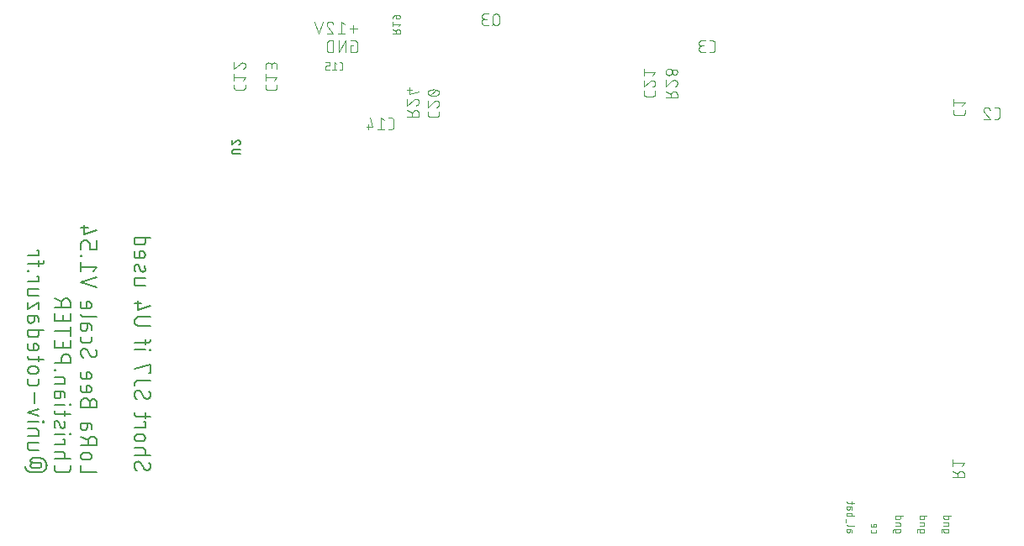
<source format=gbr>
G04 EAGLE Gerber X2 export*
%TF.Part,Single*%
%TF.FileFunction,Legend,Bot,1*%
%TF.FilePolarity,Positive*%
%TF.GenerationSoftware,Autodesk,EAGLE,9.6.2*%
%TF.CreationDate,2021-03-19T10:26:59Z*%
G75*
%MOMM*%
%FSLAX34Y34*%
%LPD*%
%INSilkscreen Bottom*%
%AMOC8*
5,1,8,0,0,1.08239X$1,22.5*%
G01*
%ADD10C,0.152400*%
%ADD11C,0.076200*%
%ADD12C,0.101600*%
%ADD13C,0.177800*%


D10*
X170744Y187899D02*
X170626Y187897D01*
X170508Y187891D01*
X170390Y187882D01*
X170273Y187868D01*
X170156Y187851D01*
X170039Y187830D01*
X169924Y187805D01*
X169809Y187776D01*
X169695Y187743D01*
X169583Y187707D01*
X169472Y187667D01*
X169362Y187624D01*
X169253Y187577D01*
X169146Y187527D01*
X169041Y187472D01*
X168938Y187415D01*
X168837Y187354D01*
X168737Y187290D01*
X168640Y187223D01*
X168545Y187153D01*
X168453Y187079D01*
X168362Y187003D01*
X168275Y186923D01*
X168190Y186841D01*
X168108Y186756D01*
X168028Y186669D01*
X167952Y186578D01*
X167878Y186486D01*
X167808Y186391D01*
X167741Y186294D01*
X167677Y186194D01*
X167616Y186093D01*
X167559Y185990D01*
X167504Y185885D01*
X167454Y185778D01*
X167407Y185669D01*
X167364Y185559D01*
X167324Y185448D01*
X167288Y185336D01*
X167255Y185222D01*
X167226Y185107D01*
X167201Y184992D01*
X167180Y184875D01*
X167163Y184758D01*
X167149Y184641D01*
X167140Y184523D01*
X167134Y184405D01*
X167132Y184287D01*
X167134Y184104D01*
X167141Y183922D01*
X167152Y183740D01*
X167167Y183558D01*
X167187Y183376D01*
X167210Y183195D01*
X167239Y183015D01*
X167271Y182835D01*
X167308Y182656D01*
X167349Y182479D01*
X167395Y182302D01*
X167444Y182126D01*
X167498Y181952D01*
X167556Y181778D01*
X167618Y181607D01*
X167684Y181437D01*
X167755Y181268D01*
X167829Y181101D01*
X167907Y180936D01*
X167989Y180773D01*
X168075Y180612D01*
X168165Y180453D01*
X168259Y180296D01*
X168356Y180142D01*
X168457Y179990D01*
X168562Y179840D01*
X168670Y179693D01*
X168781Y179549D01*
X168896Y179407D01*
X169015Y179268D01*
X169137Y179132D01*
X169262Y178999D01*
X169390Y178869D01*
X179776Y179320D02*
X179894Y179322D01*
X180012Y179328D01*
X180130Y179337D01*
X180247Y179351D01*
X180364Y179368D01*
X180481Y179389D01*
X180596Y179414D01*
X180711Y179443D01*
X180825Y179476D01*
X180937Y179512D01*
X181048Y179552D01*
X181158Y179595D01*
X181267Y179642D01*
X181374Y179692D01*
X181479Y179747D01*
X181582Y179804D01*
X181683Y179865D01*
X181783Y179929D01*
X181880Y179996D01*
X181975Y180066D01*
X182067Y180140D01*
X182158Y180216D01*
X182245Y180296D01*
X182330Y180378D01*
X182412Y180463D01*
X182492Y180550D01*
X182568Y180641D01*
X182642Y180733D01*
X182712Y180828D01*
X182779Y180925D01*
X182843Y181025D01*
X182904Y181126D01*
X182962Y181229D01*
X183016Y181334D01*
X183066Y181441D01*
X183113Y181550D01*
X183157Y181660D01*
X183196Y181771D01*
X183232Y181884D01*
X183265Y181997D01*
X183294Y182112D01*
X183319Y182227D01*
X183340Y182344D01*
X183357Y182461D01*
X183371Y182578D01*
X183380Y182696D01*
X183386Y182814D01*
X183388Y182932D01*
X183386Y183093D01*
X183380Y183255D01*
X183371Y183416D01*
X183357Y183577D01*
X183340Y183737D01*
X183319Y183897D01*
X183294Y184057D01*
X183265Y184216D01*
X183233Y184374D01*
X183197Y184531D01*
X183157Y184687D01*
X183113Y184843D01*
X183065Y184997D01*
X183014Y185150D01*
X182960Y185302D01*
X182901Y185453D01*
X182840Y185602D01*
X182774Y185749D01*
X182705Y185895D01*
X182633Y186040D01*
X182557Y186182D01*
X182478Y186323D01*
X182396Y186462D01*
X182310Y186598D01*
X182221Y186733D01*
X182129Y186866D01*
X182033Y186996D01*
X176615Y181126D02*
X176677Y181025D01*
X176742Y180925D01*
X176811Y180828D01*
X176883Y180733D01*
X176957Y180640D01*
X177035Y180550D01*
X177116Y180462D01*
X177199Y180377D01*
X177285Y180295D01*
X177374Y180216D01*
X177465Y180139D01*
X177559Y180066D01*
X177655Y179995D01*
X177753Y179928D01*
X177853Y179864D01*
X177956Y179803D01*
X178060Y179746D01*
X178166Y179692D01*
X178274Y179642D01*
X178383Y179595D01*
X178494Y179551D01*
X178606Y179511D01*
X178720Y179475D01*
X178834Y179443D01*
X178950Y179414D01*
X179066Y179389D01*
X179183Y179368D01*
X179301Y179351D01*
X179419Y179337D01*
X179538Y179328D01*
X179657Y179322D01*
X179776Y179320D01*
X173905Y186093D02*
X173843Y186194D01*
X173778Y186294D01*
X173709Y186391D01*
X173637Y186486D01*
X173563Y186579D01*
X173485Y186669D01*
X173404Y186757D01*
X173321Y186842D01*
X173235Y186924D01*
X173146Y187003D01*
X173055Y187080D01*
X172961Y187153D01*
X172865Y187224D01*
X172767Y187291D01*
X172667Y187355D01*
X172564Y187416D01*
X172460Y187473D01*
X172354Y187527D01*
X172246Y187577D01*
X172137Y187624D01*
X172026Y187668D01*
X171914Y187708D01*
X171800Y187744D01*
X171686Y187776D01*
X171570Y187805D01*
X171454Y187830D01*
X171337Y187851D01*
X171219Y187868D01*
X171101Y187882D01*
X170982Y187891D01*
X170863Y187897D01*
X170744Y187899D01*
X173905Y186093D02*
X176615Y181126D01*
X183388Y194360D02*
X167132Y194360D01*
X177969Y194360D02*
X177969Y198876D01*
X177967Y198977D01*
X177961Y199078D01*
X177952Y199179D01*
X177939Y199280D01*
X177922Y199380D01*
X177901Y199479D01*
X177877Y199577D01*
X177849Y199674D01*
X177817Y199771D01*
X177782Y199866D01*
X177743Y199959D01*
X177701Y200051D01*
X177655Y200142D01*
X177606Y200231D01*
X177554Y200317D01*
X177498Y200402D01*
X177440Y200485D01*
X177378Y200565D01*
X177313Y200643D01*
X177246Y200719D01*
X177176Y200792D01*
X177103Y200862D01*
X177027Y200929D01*
X176949Y200994D01*
X176869Y201056D01*
X176786Y201114D01*
X176701Y201170D01*
X176615Y201222D01*
X176526Y201271D01*
X176435Y201317D01*
X176343Y201359D01*
X176250Y201398D01*
X176155Y201433D01*
X176058Y201465D01*
X175961Y201493D01*
X175863Y201517D01*
X175764Y201538D01*
X175664Y201555D01*
X175563Y201568D01*
X175462Y201577D01*
X175361Y201583D01*
X175260Y201585D01*
X167132Y201585D01*
X170744Y208429D02*
X174357Y208429D01*
X174476Y208431D01*
X174596Y208437D01*
X174715Y208447D01*
X174833Y208461D01*
X174952Y208478D01*
X175069Y208500D01*
X175186Y208525D01*
X175301Y208555D01*
X175416Y208588D01*
X175530Y208625D01*
X175642Y208665D01*
X175753Y208710D01*
X175862Y208758D01*
X175970Y208809D01*
X176076Y208864D01*
X176180Y208923D01*
X176282Y208985D01*
X176382Y209050D01*
X176480Y209119D01*
X176576Y209191D01*
X176669Y209266D01*
X176759Y209343D01*
X176847Y209424D01*
X176932Y209508D01*
X177014Y209595D01*
X177094Y209684D01*
X177170Y209776D01*
X177244Y209870D01*
X177314Y209967D01*
X177381Y210065D01*
X177445Y210166D01*
X177505Y210270D01*
X177562Y210375D01*
X177615Y210482D01*
X177665Y210590D01*
X177711Y210700D01*
X177753Y210812D01*
X177792Y210925D01*
X177827Y211039D01*
X177858Y211154D01*
X177886Y211271D01*
X177909Y211388D01*
X177929Y211505D01*
X177945Y211624D01*
X177957Y211743D01*
X177965Y211862D01*
X177969Y211981D01*
X177969Y212101D01*
X177965Y212220D01*
X177957Y212339D01*
X177945Y212458D01*
X177929Y212577D01*
X177909Y212694D01*
X177886Y212811D01*
X177858Y212928D01*
X177827Y213043D01*
X177792Y213157D01*
X177753Y213270D01*
X177711Y213382D01*
X177665Y213492D01*
X177615Y213600D01*
X177562Y213707D01*
X177505Y213812D01*
X177445Y213916D01*
X177381Y214017D01*
X177314Y214115D01*
X177244Y214212D01*
X177170Y214306D01*
X177094Y214398D01*
X177014Y214487D01*
X176932Y214574D01*
X176847Y214658D01*
X176759Y214739D01*
X176669Y214816D01*
X176576Y214891D01*
X176480Y214963D01*
X176382Y215032D01*
X176282Y215097D01*
X176180Y215159D01*
X176076Y215218D01*
X175970Y215273D01*
X175862Y215324D01*
X175753Y215372D01*
X175642Y215417D01*
X175530Y215457D01*
X175416Y215494D01*
X175301Y215527D01*
X175186Y215557D01*
X175069Y215582D01*
X174952Y215604D01*
X174833Y215621D01*
X174715Y215635D01*
X174596Y215645D01*
X174476Y215651D01*
X174357Y215653D01*
X170744Y215653D01*
X170625Y215651D01*
X170505Y215645D01*
X170386Y215635D01*
X170268Y215621D01*
X170149Y215604D01*
X170032Y215582D01*
X169915Y215557D01*
X169800Y215527D01*
X169685Y215494D01*
X169571Y215457D01*
X169459Y215417D01*
X169348Y215372D01*
X169239Y215324D01*
X169131Y215273D01*
X169025Y215218D01*
X168921Y215159D01*
X168819Y215097D01*
X168719Y215032D01*
X168621Y214963D01*
X168525Y214891D01*
X168432Y214816D01*
X168342Y214739D01*
X168254Y214658D01*
X168169Y214574D01*
X168087Y214487D01*
X168007Y214398D01*
X167931Y214306D01*
X167857Y214212D01*
X167787Y214115D01*
X167720Y214017D01*
X167656Y213916D01*
X167596Y213812D01*
X167539Y213707D01*
X167486Y213600D01*
X167436Y213492D01*
X167390Y213382D01*
X167348Y213270D01*
X167309Y213157D01*
X167274Y213043D01*
X167243Y212928D01*
X167215Y212811D01*
X167192Y212694D01*
X167172Y212577D01*
X167156Y212458D01*
X167144Y212339D01*
X167136Y212220D01*
X167132Y212101D01*
X167132Y211981D01*
X167136Y211862D01*
X167144Y211743D01*
X167156Y211624D01*
X167172Y211505D01*
X167192Y211388D01*
X167215Y211271D01*
X167243Y211154D01*
X167274Y211039D01*
X167309Y210925D01*
X167348Y210812D01*
X167390Y210700D01*
X167436Y210590D01*
X167486Y210482D01*
X167539Y210375D01*
X167596Y210270D01*
X167656Y210166D01*
X167720Y210065D01*
X167787Y209967D01*
X167857Y209870D01*
X167931Y209776D01*
X168007Y209684D01*
X168087Y209595D01*
X168169Y209508D01*
X168254Y209424D01*
X168342Y209343D01*
X168432Y209266D01*
X168525Y209191D01*
X168621Y209119D01*
X168719Y209050D01*
X168819Y208985D01*
X168921Y208923D01*
X169025Y208864D01*
X169131Y208809D01*
X169239Y208758D01*
X169348Y208710D01*
X169459Y208665D01*
X169571Y208625D01*
X169685Y208588D01*
X169800Y208555D01*
X169915Y208525D01*
X170032Y208500D01*
X170149Y208478D01*
X170268Y208461D01*
X170386Y208447D01*
X170505Y208437D01*
X170625Y208431D01*
X170744Y208429D01*
X167132Y222582D02*
X177969Y222582D01*
X177969Y228000D01*
X176163Y228000D01*
X177969Y231620D02*
X177969Y237039D01*
X183388Y233426D02*
X169841Y233426D01*
X169841Y233427D02*
X169740Y233429D01*
X169639Y233435D01*
X169538Y233444D01*
X169437Y233457D01*
X169337Y233474D01*
X169238Y233495D01*
X169140Y233519D01*
X169043Y233547D01*
X168946Y233579D01*
X168851Y233614D01*
X168758Y233653D01*
X168666Y233695D01*
X168575Y233741D01*
X168487Y233790D01*
X168400Y233842D01*
X168315Y233898D01*
X168232Y233956D01*
X168152Y234018D01*
X168074Y234083D01*
X167998Y234150D01*
X167925Y234220D01*
X167855Y234293D01*
X167788Y234369D01*
X167723Y234447D01*
X167661Y234527D01*
X167603Y234610D01*
X167547Y234695D01*
X167495Y234782D01*
X167446Y234870D01*
X167400Y234961D01*
X167358Y235053D01*
X167319Y235146D01*
X167284Y235241D01*
X167252Y235338D01*
X167224Y235435D01*
X167200Y235533D01*
X167179Y235632D01*
X167162Y235732D01*
X167149Y235833D01*
X167140Y235934D01*
X167134Y236035D01*
X167132Y236136D01*
X167132Y237039D01*
X167132Y256190D02*
X167134Y256308D01*
X167140Y256426D01*
X167149Y256544D01*
X167163Y256661D01*
X167180Y256778D01*
X167201Y256895D01*
X167226Y257010D01*
X167255Y257125D01*
X167288Y257239D01*
X167324Y257351D01*
X167364Y257462D01*
X167407Y257572D01*
X167454Y257681D01*
X167504Y257788D01*
X167559Y257893D01*
X167616Y257996D01*
X167677Y258097D01*
X167741Y258197D01*
X167808Y258294D01*
X167878Y258389D01*
X167952Y258481D01*
X168028Y258572D01*
X168108Y258659D01*
X168190Y258744D01*
X168275Y258826D01*
X168362Y258906D01*
X168453Y258982D01*
X168545Y259056D01*
X168640Y259126D01*
X168737Y259193D01*
X168837Y259257D01*
X168938Y259318D01*
X169041Y259375D01*
X169146Y259430D01*
X169253Y259480D01*
X169362Y259527D01*
X169472Y259570D01*
X169583Y259610D01*
X169695Y259646D01*
X169809Y259679D01*
X169924Y259708D01*
X170039Y259733D01*
X170156Y259754D01*
X170273Y259771D01*
X170390Y259785D01*
X170508Y259794D01*
X170626Y259800D01*
X170744Y259802D01*
X167132Y256190D02*
X167134Y256007D01*
X167141Y255825D01*
X167152Y255643D01*
X167167Y255461D01*
X167187Y255279D01*
X167210Y255098D01*
X167239Y254918D01*
X167271Y254738D01*
X167308Y254559D01*
X167349Y254382D01*
X167395Y254205D01*
X167444Y254029D01*
X167498Y253855D01*
X167556Y253681D01*
X167618Y253510D01*
X167684Y253340D01*
X167755Y253171D01*
X167829Y253004D01*
X167907Y252839D01*
X167989Y252676D01*
X168075Y252515D01*
X168165Y252356D01*
X168259Y252199D01*
X168356Y252045D01*
X168457Y251893D01*
X168562Y251743D01*
X168670Y251596D01*
X168781Y251452D01*
X168896Y251310D01*
X169015Y251171D01*
X169137Y251035D01*
X169262Y250902D01*
X169390Y250772D01*
X179776Y251224D02*
X179894Y251226D01*
X180012Y251232D01*
X180130Y251241D01*
X180247Y251255D01*
X180364Y251272D01*
X180481Y251293D01*
X180596Y251318D01*
X180711Y251347D01*
X180825Y251380D01*
X180937Y251416D01*
X181048Y251456D01*
X181158Y251499D01*
X181267Y251546D01*
X181374Y251596D01*
X181479Y251651D01*
X181582Y251708D01*
X181683Y251769D01*
X181783Y251833D01*
X181880Y251900D01*
X181975Y251970D01*
X182067Y252044D01*
X182158Y252120D01*
X182245Y252200D01*
X182330Y252282D01*
X182412Y252367D01*
X182492Y252454D01*
X182568Y252545D01*
X182642Y252637D01*
X182712Y252732D01*
X182779Y252829D01*
X182843Y252929D01*
X182904Y253030D01*
X182962Y253133D01*
X183016Y253238D01*
X183066Y253345D01*
X183113Y253454D01*
X183157Y253564D01*
X183196Y253675D01*
X183232Y253788D01*
X183265Y253901D01*
X183294Y254016D01*
X183319Y254131D01*
X183340Y254248D01*
X183357Y254365D01*
X183371Y254482D01*
X183380Y254600D01*
X183386Y254718D01*
X183388Y254836D01*
X183386Y254997D01*
X183380Y255159D01*
X183371Y255320D01*
X183357Y255481D01*
X183340Y255641D01*
X183319Y255801D01*
X183294Y255961D01*
X183265Y256120D01*
X183233Y256278D01*
X183197Y256435D01*
X183157Y256591D01*
X183113Y256747D01*
X183065Y256901D01*
X183014Y257054D01*
X182960Y257206D01*
X182901Y257357D01*
X182840Y257506D01*
X182774Y257653D01*
X182705Y257799D01*
X182633Y257944D01*
X182557Y258086D01*
X182478Y258227D01*
X182396Y258366D01*
X182310Y258502D01*
X182221Y258637D01*
X182129Y258770D01*
X182033Y258900D01*
X176615Y253029D02*
X176677Y252928D01*
X176742Y252828D01*
X176811Y252731D01*
X176883Y252636D01*
X176957Y252543D01*
X177035Y252453D01*
X177116Y252365D01*
X177199Y252280D01*
X177285Y252198D01*
X177374Y252119D01*
X177465Y252042D01*
X177559Y251969D01*
X177655Y251898D01*
X177753Y251831D01*
X177853Y251767D01*
X177956Y251706D01*
X178060Y251649D01*
X178166Y251595D01*
X178274Y251545D01*
X178383Y251498D01*
X178494Y251454D01*
X178606Y251414D01*
X178720Y251378D01*
X178834Y251346D01*
X178950Y251317D01*
X179066Y251292D01*
X179183Y251271D01*
X179301Y251254D01*
X179419Y251240D01*
X179538Y251231D01*
X179657Y251225D01*
X179776Y251223D01*
X173905Y257997D02*
X173843Y258098D01*
X173778Y258198D01*
X173709Y258295D01*
X173637Y258390D01*
X173563Y258483D01*
X173485Y258573D01*
X173404Y258661D01*
X173321Y258746D01*
X173235Y258828D01*
X173146Y258907D01*
X173055Y258984D01*
X172961Y259057D01*
X172865Y259128D01*
X172767Y259195D01*
X172667Y259259D01*
X172564Y259320D01*
X172460Y259377D01*
X172354Y259431D01*
X172246Y259481D01*
X172137Y259528D01*
X172026Y259572D01*
X171914Y259612D01*
X171800Y259648D01*
X171686Y259680D01*
X171570Y259709D01*
X171454Y259734D01*
X171337Y259755D01*
X171219Y259772D01*
X171101Y259786D01*
X170982Y259795D01*
X170863Y259801D01*
X170744Y259803D01*
X173905Y257997D02*
X176615Y253030D01*
X170744Y269757D02*
X183388Y269757D01*
X170744Y269756D02*
X170626Y269754D01*
X170508Y269748D01*
X170390Y269739D01*
X170273Y269725D01*
X170156Y269708D01*
X170039Y269687D01*
X169924Y269662D01*
X169809Y269633D01*
X169695Y269600D01*
X169583Y269564D01*
X169472Y269524D01*
X169362Y269481D01*
X169253Y269434D01*
X169146Y269384D01*
X169041Y269329D01*
X168938Y269272D01*
X168837Y269211D01*
X168737Y269147D01*
X168640Y269080D01*
X168545Y269010D01*
X168453Y268936D01*
X168362Y268860D01*
X168275Y268780D01*
X168190Y268698D01*
X168108Y268613D01*
X168028Y268526D01*
X167952Y268435D01*
X167878Y268343D01*
X167808Y268248D01*
X167741Y268151D01*
X167677Y268051D01*
X167616Y267950D01*
X167559Y267847D01*
X167504Y267742D01*
X167454Y267635D01*
X167407Y267526D01*
X167364Y267416D01*
X167324Y267305D01*
X167288Y267193D01*
X167255Y267079D01*
X167226Y266964D01*
X167201Y266849D01*
X167180Y266732D01*
X167163Y266615D01*
X167149Y266498D01*
X167140Y266380D01*
X167134Y266262D01*
X167132Y266144D01*
X167132Y264338D01*
X181582Y276824D02*
X183388Y276824D01*
X183388Y285855D01*
X167132Y281339D01*
X167132Y300618D02*
X177969Y300618D01*
X182485Y300166D02*
X183388Y300166D01*
X183388Y301069D01*
X182485Y301069D01*
X182485Y300166D01*
X180679Y307793D02*
X167132Y307793D01*
X180679Y307793D02*
X180783Y307795D01*
X180886Y307801D01*
X180990Y307811D01*
X181093Y307825D01*
X181195Y307843D01*
X181296Y307864D01*
X181397Y307890D01*
X181496Y307919D01*
X181595Y307952D01*
X181692Y307989D01*
X181787Y308030D01*
X181881Y308074D01*
X181973Y308122D01*
X182063Y308173D01*
X182152Y308228D01*
X182238Y308286D01*
X182321Y308348D01*
X182403Y308412D01*
X182481Y308480D01*
X182557Y308550D01*
X182631Y308623D01*
X182701Y308700D01*
X182769Y308778D01*
X182833Y308860D01*
X182895Y308943D01*
X182953Y309029D01*
X183008Y309118D01*
X183059Y309208D01*
X183107Y309300D01*
X183151Y309394D01*
X183192Y309489D01*
X183229Y309586D01*
X183262Y309685D01*
X183291Y309784D01*
X183317Y309885D01*
X183338Y309986D01*
X183356Y310088D01*
X183370Y310191D01*
X183380Y310295D01*
X183386Y310398D01*
X183388Y310502D01*
X183388Y311405D01*
X177969Y311405D02*
X177969Y305987D01*
X183388Y324760D02*
X171648Y324760D01*
X171648Y324759D02*
X171515Y324761D01*
X171383Y324767D01*
X171251Y324777D01*
X171119Y324790D01*
X170987Y324808D01*
X170857Y324829D01*
X170726Y324854D01*
X170597Y324883D01*
X170469Y324916D01*
X170341Y324952D01*
X170215Y324992D01*
X170090Y325036D01*
X169966Y325084D01*
X169844Y325135D01*
X169723Y325190D01*
X169604Y325248D01*
X169486Y325310D01*
X169371Y325375D01*
X169257Y325444D01*
X169146Y325515D01*
X169037Y325591D01*
X168930Y325669D01*
X168825Y325750D01*
X168723Y325835D01*
X168623Y325922D01*
X168526Y326012D01*
X168431Y326105D01*
X168340Y326201D01*
X168251Y326299D01*
X168165Y326400D01*
X168082Y326504D01*
X168002Y326610D01*
X167926Y326718D01*
X167852Y326828D01*
X167782Y326941D01*
X167715Y327055D01*
X167652Y327172D01*
X167592Y327290D01*
X167535Y327410D01*
X167482Y327532D01*
X167433Y327655D01*
X167387Y327779D01*
X167345Y327905D01*
X167307Y328032D01*
X167272Y328160D01*
X167241Y328289D01*
X167214Y328418D01*
X167191Y328549D01*
X167171Y328680D01*
X167156Y328812D01*
X167144Y328944D01*
X167136Y329076D01*
X167132Y329209D01*
X167132Y329341D01*
X167136Y329474D01*
X167144Y329606D01*
X167156Y329738D01*
X167171Y329870D01*
X167191Y330001D01*
X167214Y330132D01*
X167241Y330261D01*
X167272Y330390D01*
X167307Y330518D01*
X167345Y330645D01*
X167387Y330771D01*
X167433Y330895D01*
X167482Y331018D01*
X167535Y331140D01*
X167592Y331260D01*
X167652Y331378D01*
X167715Y331495D01*
X167782Y331609D01*
X167852Y331722D01*
X167926Y331832D01*
X168002Y331940D01*
X168082Y332046D01*
X168165Y332150D01*
X168251Y332251D01*
X168340Y332349D01*
X168431Y332445D01*
X168526Y332538D01*
X168623Y332628D01*
X168723Y332715D01*
X168825Y332800D01*
X168930Y332881D01*
X169037Y332959D01*
X169146Y333035D01*
X169257Y333106D01*
X169371Y333175D01*
X169486Y333240D01*
X169604Y333302D01*
X169723Y333360D01*
X169844Y333415D01*
X169966Y333466D01*
X170090Y333514D01*
X170215Y333558D01*
X170341Y333598D01*
X170469Y333634D01*
X170597Y333667D01*
X170726Y333696D01*
X170857Y333721D01*
X170987Y333742D01*
X171119Y333760D01*
X171251Y333773D01*
X171383Y333783D01*
X171515Y333789D01*
X171648Y333791D01*
X183388Y333791D01*
X183388Y344524D02*
X170744Y340912D01*
X170744Y349943D01*
X174357Y347234D02*
X167132Y347234D01*
X169841Y365262D02*
X177969Y365262D01*
X169841Y365262D02*
X169740Y365264D01*
X169639Y365270D01*
X169538Y365279D01*
X169437Y365292D01*
X169337Y365309D01*
X169238Y365330D01*
X169140Y365354D01*
X169043Y365382D01*
X168946Y365414D01*
X168851Y365449D01*
X168758Y365488D01*
X168666Y365530D01*
X168575Y365576D01*
X168487Y365625D01*
X168400Y365677D01*
X168315Y365733D01*
X168232Y365791D01*
X168152Y365853D01*
X168074Y365918D01*
X167998Y365985D01*
X167925Y366055D01*
X167855Y366128D01*
X167788Y366204D01*
X167723Y366282D01*
X167661Y366362D01*
X167603Y366445D01*
X167547Y366530D01*
X167495Y366617D01*
X167446Y366705D01*
X167400Y366796D01*
X167358Y366888D01*
X167319Y366981D01*
X167284Y367076D01*
X167252Y367173D01*
X167224Y367270D01*
X167200Y367368D01*
X167179Y367467D01*
X167162Y367567D01*
X167149Y367668D01*
X167140Y367769D01*
X167134Y367870D01*
X167132Y367971D01*
X167132Y372487D01*
X177969Y372487D01*
X173454Y380684D02*
X171648Y385200D01*
X173454Y380684D02*
X173491Y380596D01*
X173532Y380510D01*
X173576Y380425D01*
X173624Y380342D01*
X173675Y380262D01*
X173729Y380183D01*
X173787Y380107D01*
X173847Y380033D01*
X173911Y379961D01*
X173977Y379893D01*
X174047Y379827D01*
X174118Y379764D01*
X174193Y379703D01*
X174269Y379646D01*
X174348Y379593D01*
X174429Y379542D01*
X174512Y379495D01*
X174597Y379451D01*
X174684Y379411D01*
X174772Y379374D01*
X174862Y379341D01*
X174953Y379311D01*
X175045Y379286D01*
X175138Y379264D01*
X175232Y379246D01*
X175326Y379231D01*
X175421Y379221D01*
X175517Y379215D01*
X175612Y379212D01*
X175708Y379213D01*
X175803Y379219D01*
X175899Y379228D01*
X175993Y379241D01*
X176087Y379257D01*
X176181Y379278D01*
X176273Y379303D01*
X176364Y379331D01*
X176454Y379363D01*
X176543Y379398D01*
X176630Y379437D01*
X176716Y379480D01*
X176800Y379526D01*
X176881Y379576D01*
X176961Y379628D01*
X177039Y379684D01*
X177114Y379744D01*
X177186Y379806D01*
X177256Y379871D01*
X177324Y379939D01*
X177388Y380009D01*
X177450Y380082D01*
X177508Y380158D01*
X177564Y380236D01*
X177616Y380316D01*
X177665Y380398D01*
X177710Y380482D01*
X177752Y380568D01*
X177791Y380655D01*
X177826Y380744D01*
X177857Y380835D01*
X177884Y380926D01*
X177908Y381019D01*
X177928Y381112D01*
X177944Y381206D01*
X177956Y381301D01*
X177965Y381396D01*
X177969Y381492D01*
X177970Y381587D01*
X177963Y381834D01*
X177951Y382080D01*
X177933Y382326D01*
X177908Y382572D01*
X177878Y382816D01*
X177842Y383060D01*
X177801Y383303D01*
X177753Y383545D01*
X177699Y383786D01*
X177640Y384025D01*
X177575Y384263D01*
X177504Y384499D01*
X177428Y384734D01*
X177346Y384967D01*
X177258Y385197D01*
X177165Y385425D01*
X177067Y385652D01*
X171647Y385200D02*
X171610Y385288D01*
X171569Y385374D01*
X171525Y385459D01*
X171477Y385542D01*
X171426Y385622D01*
X171372Y385701D01*
X171314Y385777D01*
X171254Y385851D01*
X171190Y385923D01*
X171124Y385991D01*
X171054Y386057D01*
X170983Y386120D01*
X170908Y386181D01*
X170832Y386238D01*
X170753Y386291D01*
X170672Y386342D01*
X170589Y386389D01*
X170504Y386433D01*
X170417Y386473D01*
X170329Y386510D01*
X170239Y386543D01*
X170148Y386573D01*
X170056Y386598D01*
X169963Y386620D01*
X169869Y386638D01*
X169775Y386653D01*
X169680Y386663D01*
X169584Y386669D01*
X169489Y386672D01*
X169393Y386671D01*
X169298Y386665D01*
X169202Y386656D01*
X169108Y386643D01*
X169014Y386627D01*
X168920Y386606D01*
X168828Y386581D01*
X168737Y386553D01*
X168647Y386521D01*
X168558Y386486D01*
X168471Y386447D01*
X168385Y386404D01*
X168301Y386358D01*
X168220Y386308D01*
X168140Y386256D01*
X168062Y386200D01*
X167987Y386140D01*
X167915Y386078D01*
X167845Y386013D01*
X167777Y385945D01*
X167713Y385875D01*
X167651Y385802D01*
X167593Y385726D01*
X167537Y385648D01*
X167485Y385568D01*
X167436Y385486D01*
X167391Y385402D01*
X167349Y385316D01*
X167310Y385229D01*
X167275Y385140D01*
X167244Y385049D01*
X167217Y384958D01*
X167193Y384865D01*
X167173Y384772D01*
X167157Y384678D01*
X167145Y384583D01*
X167136Y384488D01*
X167132Y384392D01*
X167131Y384297D01*
X167132Y384297D02*
X167141Y383935D01*
X167159Y383573D01*
X167186Y383212D01*
X167221Y382852D01*
X167264Y382492D01*
X167316Y382133D01*
X167377Y381776D01*
X167446Y381421D01*
X167523Y381067D01*
X167609Y380715D01*
X167703Y380365D01*
X167806Y380017D01*
X167916Y379672D01*
X168035Y379330D01*
X167132Y395586D02*
X167132Y400102D01*
X167132Y395586D02*
X167134Y395485D01*
X167140Y395384D01*
X167149Y395283D01*
X167162Y395182D01*
X167179Y395082D01*
X167200Y394983D01*
X167224Y394885D01*
X167252Y394788D01*
X167284Y394691D01*
X167319Y394596D01*
X167358Y394503D01*
X167400Y394411D01*
X167446Y394320D01*
X167495Y394232D01*
X167547Y394145D01*
X167603Y394060D01*
X167661Y393977D01*
X167723Y393897D01*
X167788Y393819D01*
X167855Y393743D01*
X167925Y393670D01*
X167998Y393600D01*
X168074Y393533D01*
X168152Y393468D01*
X168232Y393406D01*
X168315Y393348D01*
X168400Y393292D01*
X168487Y393240D01*
X168575Y393191D01*
X168666Y393145D01*
X168758Y393103D01*
X168851Y393064D01*
X168946Y393029D01*
X169043Y392997D01*
X169140Y392969D01*
X169238Y392945D01*
X169337Y392924D01*
X169437Y392907D01*
X169538Y392894D01*
X169639Y392885D01*
X169740Y392879D01*
X169841Y392877D01*
X174357Y392877D01*
X174476Y392879D01*
X174596Y392885D01*
X174715Y392895D01*
X174833Y392909D01*
X174952Y392926D01*
X175069Y392948D01*
X175186Y392973D01*
X175301Y393003D01*
X175416Y393036D01*
X175530Y393073D01*
X175642Y393113D01*
X175753Y393158D01*
X175862Y393206D01*
X175970Y393257D01*
X176076Y393312D01*
X176180Y393371D01*
X176282Y393433D01*
X176382Y393498D01*
X176480Y393567D01*
X176576Y393639D01*
X176669Y393714D01*
X176759Y393791D01*
X176847Y393872D01*
X176932Y393956D01*
X177014Y394043D01*
X177094Y394132D01*
X177170Y394224D01*
X177244Y394318D01*
X177314Y394415D01*
X177381Y394513D01*
X177445Y394614D01*
X177505Y394718D01*
X177562Y394823D01*
X177615Y394930D01*
X177665Y395038D01*
X177711Y395148D01*
X177753Y395260D01*
X177792Y395373D01*
X177827Y395487D01*
X177858Y395602D01*
X177886Y395719D01*
X177909Y395836D01*
X177929Y395953D01*
X177945Y396072D01*
X177957Y396191D01*
X177965Y396310D01*
X177969Y396429D01*
X177969Y396549D01*
X177965Y396668D01*
X177957Y396787D01*
X177945Y396906D01*
X177929Y397025D01*
X177909Y397142D01*
X177886Y397259D01*
X177858Y397376D01*
X177827Y397491D01*
X177792Y397605D01*
X177753Y397718D01*
X177711Y397830D01*
X177665Y397940D01*
X177615Y398048D01*
X177562Y398155D01*
X177505Y398260D01*
X177445Y398364D01*
X177381Y398465D01*
X177314Y398563D01*
X177244Y398660D01*
X177170Y398754D01*
X177094Y398846D01*
X177014Y398935D01*
X176932Y399022D01*
X176847Y399106D01*
X176759Y399187D01*
X176669Y399264D01*
X176576Y399339D01*
X176480Y399411D01*
X176382Y399480D01*
X176282Y399545D01*
X176180Y399607D01*
X176076Y399666D01*
X175970Y399721D01*
X175862Y399772D01*
X175753Y399820D01*
X175642Y399865D01*
X175530Y399905D01*
X175416Y399942D01*
X175301Y399975D01*
X175186Y400005D01*
X175069Y400030D01*
X174952Y400052D01*
X174833Y400069D01*
X174715Y400083D01*
X174596Y400093D01*
X174476Y400099D01*
X174357Y400101D01*
X174357Y400102D02*
X172551Y400102D01*
X172551Y392877D01*
X167132Y413576D02*
X183388Y413576D01*
X167132Y413576D02*
X167132Y409060D01*
X167134Y408959D01*
X167140Y408858D01*
X167149Y408757D01*
X167162Y408656D01*
X167179Y408556D01*
X167200Y408457D01*
X167224Y408359D01*
X167252Y408262D01*
X167284Y408165D01*
X167319Y408070D01*
X167358Y407977D01*
X167400Y407885D01*
X167446Y407794D01*
X167495Y407706D01*
X167547Y407619D01*
X167603Y407534D01*
X167661Y407451D01*
X167723Y407371D01*
X167788Y407293D01*
X167855Y407217D01*
X167925Y407144D01*
X167998Y407074D01*
X168074Y407007D01*
X168152Y406942D01*
X168232Y406880D01*
X168315Y406822D01*
X168400Y406766D01*
X168487Y406714D01*
X168575Y406665D01*
X168666Y406619D01*
X168758Y406577D01*
X168851Y406538D01*
X168946Y406503D01*
X169043Y406471D01*
X169140Y406443D01*
X169238Y406419D01*
X169337Y406398D01*
X169437Y406381D01*
X169538Y406368D01*
X169639Y406359D01*
X169740Y406353D01*
X169841Y406351D01*
X175260Y406351D01*
X175361Y406353D01*
X175462Y406359D01*
X175563Y406368D01*
X175664Y406381D01*
X175764Y406398D01*
X175863Y406419D01*
X175961Y406443D01*
X176058Y406471D01*
X176155Y406503D01*
X176250Y406538D01*
X176343Y406577D01*
X176435Y406619D01*
X176526Y406665D01*
X176615Y406714D01*
X176701Y406766D01*
X176786Y406822D01*
X176869Y406880D01*
X176949Y406942D01*
X177027Y407007D01*
X177103Y407074D01*
X177176Y407144D01*
X177246Y407217D01*
X177313Y407293D01*
X177378Y407371D01*
X177440Y407451D01*
X177498Y407534D01*
X177554Y407619D01*
X177606Y407706D01*
X177655Y407794D01*
X177701Y407885D01*
X177743Y407977D01*
X177782Y408070D01*
X177817Y408165D01*
X177849Y408262D01*
X177877Y408359D01*
X177901Y408457D01*
X177922Y408556D01*
X177939Y408656D01*
X177952Y408757D01*
X177961Y408858D01*
X177967Y408959D01*
X177969Y409060D01*
X177969Y413576D01*
X129413Y177074D02*
X113157Y177074D01*
X113157Y184299D01*
X116769Y189932D02*
X120382Y189932D01*
X120501Y189934D01*
X120621Y189940D01*
X120740Y189950D01*
X120858Y189964D01*
X120977Y189981D01*
X121094Y190003D01*
X121211Y190028D01*
X121326Y190058D01*
X121441Y190091D01*
X121555Y190128D01*
X121667Y190168D01*
X121778Y190213D01*
X121887Y190261D01*
X121995Y190312D01*
X122101Y190367D01*
X122205Y190426D01*
X122307Y190488D01*
X122407Y190553D01*
X122505Y190622D01*
X122601Y190694D01*
X122694Y190769D01*
X122784Y190846D01*
X122872Y190927D01*
X122957Y191011D01*
X123039Y191098D01*
X123119Y191187D01*
X123195Y191279D01*
X123269Y191373D01*
X123339Y191470D01*
X123406Y191568D01*
X123470Y191669D01*
X123530Y191773D01*
X123587Y191878D01*
X123640Y191985D01*
X123690Y192093D01*
X123736Y192203D01*
X123778Y192315D01*
X123817Y192428D01*
X123852Y192542D01*
X123883Y192657D01*
X123911Y192774D01*
X123934Y192891D01*
X123954Y193008D01*
X123970Y193127D01*
X123982Y193246D01*
X123990Y193365D01*
X123994Y193484D01*
X123994Y193604D01*
X123990Y193723D01*
X123982Y193842D01*
X123970Y193961D01*
X123954Y194080D01*
X123934Y194197D01*
X123911Y194314D01*
X123883Y194431D01*
X123852Y194546D01*
X123817Y194660D01*
X123778Y194773D01*
X123736Y194885D01*
X123690Y194995D01*
X123640Y195103D01*
X123587Y195210D01*
X123530Y195315D01*
X123470Y195419D01*
X123406Y195520D01*
X123339Y195618D01*
X123269Y195715D01*
X123195Y195809D01*
X123119Y195901D01*
X123039Y195990D01*
X122957Y196077D01*
X122872Y196161D01*
X122784Y196242D01*
X122694Y196319D01*
X122601Y196394D01*
X122505Y196466D01*
X122407Y196535D01*
X122307Y196600D01*
X122205Y196662D01*
X122101Y196721D01*
X121995Y196776D01*
X121887Y196827D01*
X121778Y196875D01*
X121667Y196920D01*
X121555Y196960D01*
X121441Y196997D01*
X121326Y197030D01*
X121211Y197060D01*
X121094Y197085D01*
X120977Y197107D01*
X120858Y197124D01*
X120740Y197138D01*
X120621Y197148D01*
X120501Y197154D01*
X120382Y197156D01*
X120382Y197157D02*
X116769Y197157D01*
X116769Y197156D02*
X116650Y197154D01*
X116530Y197148D01*
X116411Y197138D01*
X116293Y197124D01*
X116174Y197107D01*
X116057Y197085D01*
X115940Y197060D01*
X115825Y197030D01*
X115710Y196997D01*
X115596Y196960D01*
X115484Y196920D01*
X115373Y196875D01*
X115264Y196827D01*
X115156Y196776D01*
X115050Y196721D01*
X114946Y196662D01*
X114844Y196600D01*
X114744Y196535D01*
X114646Y196466D01*
X114550Y196394D01*
X114457Y196319D01*
X114367Y196242D01*
X114279Y196161D01*
X114194Y196077D01*
X114112Y195990D01*
X114032Y195901D01*
X113956Y195809D01*
X113882Y195715D01*
X113812Y195618D01*
X113745Y195520D01*
X113681Y195419D01*
X113621Y195315D01*
X113564Y195210D01*
X113511Y195103D01*
X113461Y194995D01*
X113415Y194885D01*
X113373Y194773D01*
X113334Y194660D01*
X113299Y194546D01*
X113268Y194431D01*
X113240Y194314D01*
X113217Y194197D01*
X113197Y194080D01*
X113181Y193961D01*
X113169Y193842D01*
X113161Y193723D01*
X113157Y193604D01*
X113157Y193484D01*
X113161Y193365D01*
X113169Y193246D01*
X113181Y193127D01*
X113197Y193008D01*
X113217Y192891D01*
X113240Y192774D01*
X113268Y192657D01*
X113299Y192542D01*
X113334Y192428D01*
X113373Y192315D01*
X113415Y192203D01*
X113461Y192093D01*
X113511Y191985D01*
X113564Y191878D01*
X113621Y191773D01*
X113681Y191669D01*
X113745Y191568D01*
X113812Y191470D01*
X113882Y191373D01*
X113956Y191279D01*
X114032Y191187D01*
X114112Y191098D01*
X114194Y191011D01*
X114279Y190927D01*
X114367Y190846D01*
X114457Y190769D01*
X114550Y190694D01*
X114646Y190622D01*
X114744Y190553D01*
X114844Y190488D01*
X114946Y190426D01*
X115050Y190367D01*
X115156Y190312D01*
X115264Y190261D01*
X115373Y190213D01*
X115484Y190168D01*
X115596Y190128D01*
X115710Y190091D01*
X115825Y190058D01*
X115940Y190028D01*
X116057Y190003D01*
X116174Y189981D01*
X116293Y189964D01*
X116411Y189950D01*
X116530Y189940D01*
X116650Y189934D01*
X116769Y189932D01*
X113157Y204230D02*
X129413Y204230D01*
X129413Y208746D01*
X129411Y208879D01*
X129405Y209011D01*
X129395Y209143D01*
X129382Y209275D01*
X129364Y209407D01*
X129343Y209537D01*
X129318Y209668D01*
X129289Y209797D01*
X129256Y209925D01*
X129220Y210053D01*
X129180Y210179D01*
X129136Y210304D01*
X129088Y210428D01*
X129037Y210550D01*
X128982Y210671D01*
X128924Y210790D01*
X128862Y210908D01*
X128797Y211023D01*
X128728Y211137D01*
X128657Y211248D01*
X128581Y211357D01*
X128503Y211464D01*
X128422Y211569D01*
X128337Y211671D01*
X128250Y211771D01*
X128160Y211868D01*
X128067Y211963D01*
X127971Y212054D01*
X127873Y212143D01*
X127772Y212229D01*
X127668Y212312D01*
X127562Y212392D01*
X127454Y212468D01*
X127344Y212542D01*
X127231Y212612D01*
X127117Y212679D01*
X127000Y212742D01*
X126882Y212802D01*
X126762Y212859D01*
X126640Y212912D01*
X126517Y212961D01*
X126393Y213007D01*
X126267Y213049D01*
X126140Y213087D01*
X126012Y213122D01*
X125883Y213153D01*
X125754Y213180D01*
X125623Y213203D01*
X125492Y213223D01*
X125360Y213238D01*
X125228Y213250D01*
X125096Y213258D01*
X124963Y213262D01*
X124831Y213262D01*
X124698Y213258D01*
X124566Y213250D01*
X124434Y213238D01*
X124302Y213223D01*
X124171Y213203D01*
X124040Y213180D01*
X123911Y213153D01*
X123782Y213122D01*
X123654Y213087D01*
X123527Y213049D01*
X123401Y213007D01*
X123277Y212961D01*
X123154Y212912D01*
X123032Y212859D01*
X122912Y212802D01*
X122794Y212742D01*
X122677Y212679D01*
X122563Y212612D01*
X122450Y212542D01*
X122340Y212468D01*
X122232Y212392D01*
X122126Y212312D01*
X122022Y212229D01*
X121921Y212143D01*
X121823Y212054D01*
X121727Y211963D01*
X121634Y211868D01*
X121544Y211771D01*
X121457Y211671D01*
X121372Y211569D01*
X121291Y211464D01*
X121213Y211357D01*
X121137Y211248D01*
X121066Y211137D01*
X120997Y211023D01*
X120932Y210908D01*
X120870Y210790D01*
X120812Y210671D01*
X120757Y210550D01*
X120706Y210428D01*
X120658Y210304D01*
X120614Y210179D01*
X120574Y210053D01*
X120538Y209925D01*
X120505Y209797D01*
X120476Y209668D01*
X120451Y209537D01*
X120430Y209407D01*
X120412Y209275D01*
X120399Y209143D01*
X120389Y209011D01*
X120383Y208879D01*
X120381Y208746D01*
X120382Y208746D02*
X120382Y204230D01*
X120382Y209649D02*
X113157Y213261D01*
X119479Y222719D02*
X119479Y226783D01*
X119479Y222719D02*
X119477Y222607D01*
X119471Y222496D01*
X119461Y222385D01*
X119448Y222274D01*
X119430Y222164D01*
X119408Y222055D01*
X119383Y221946D01*
X119354Y221838D01*
X119321Y221732D01*
X119284Y221626D01*
X119244Y221522D01*
X119200Y221420D01*
X119152Y221319D01*
X119101Y221220D01*
X119046Y221122D01*
X118988Y221027D01*
X118927Y220934D01*
X118862Y220843D01*
X118794Y220754D01*
X118723Y220668D01*
X118650Y220585D01*
X118573Y220504D01*
X118493Y220425D01*
X118411Y220350D01*
X118326Y220278D01*
X118239Y220208D01*
X118149Y220142D01*
X118057Y220079D01*
X117962Y220019D01*
X117866Y219963D01*
X117768Y219910D01*
X117668Y219861D01*
X117566Y219815D01*
X117463Y219773D01*
X117358Y219734D01*
X117252Y219699D01*
X117145Y219668D01*
X117037Y219641D01*
X116928Y219617D01*
X116818Y219598D01*
X116708Y219582D01*
X116597Y219570D01*
X116485Y219562D01*
X116374Y219558D01*
X116262Y219558D01*
X116151Y219562D01*
X116039Y219570D01*
X115928Y219582D01*
X115818Y219598D01*
X115708Y219617D01*
X115599Y219641D01*
X115491Y219668D01*
X115384Y219699D01*
X115278Y219734D01*
X115173Y219773D01*
X115070Y219815D01*
X114968Y219861D01*
X114868Y219910D01*
X114770Y219963D01*
X114674Y220019D01*
X114579Y220079D01*
X114487Y220142D01*
X114397Y220208D01*
X114310Y220278D01*
X114225Y220350D01*
X114143Y220425D01*
X114063Y220504D01*
X113986Y220585D01*
X113913Y220668D01*
X113842Y220754D01*
X113774Y220843D01*
X113709Y220934D01*
X113648Y221027D01*
X113590Y221122D01*
X113535Y221220D01*
X113484Y221319D01*
X113436Y221420D01*
X113392Y221522D01*
X113352Y221626D01*
X113315Y221732D01*
X113282Y221838D01*
X113253Y221946D01*
X113228Y222055D01*
X113206Y222164D01*
X113188Y222274D01*
X113175Y222385D01*
X113165Y222496D01*
X113159Y222607D01*
X113157Y222719D01*
X113157Y226783D01*
X121285Y226783D01*
X121285Y226782D02*
X121386Y226780D01*
X121487Y226774D01*
X121588Y226765D01*
X121689Y226752D01*
X121789Y226735D01*
X121888Y226714D01*
X121986Y226690D01*
X122083Y226662D01*
X122180Y226630D01*
X122275Y226595D01*
X122368Y226556D01*
X122460Y226514D01*
X122551Y226468D01*
X122640Y226419D01*
X122726Y226367D01*
X122811Y226311D01*
X122894Y226253D01*
X122974Y226191D01*
X123052Y226126D01*
X123128Y226059D01*
X123201Y225989D01*
X123271Y225916D01*
X123338Y225840D01*
X123403Y225762D01*
X123465Y225682D01*
X123523Y225599D01*
X123579Y225514D01*
X123631Y225428D01*
X123680Y225339D01*
X123726Y225248D01*
X123768Y225156D01*
X123807Y225063D01*
X123842Y224968D01*
X123874Y224871D01*
X123902Y224774D01*
X123926Y224676D01*
X123947Y224577D01*
X123964Y224477D01*
X123977Y224376D01*
X123986Y224275D01*
X123992Y224174D01*
X123994Y224073D01*
X123994Y220461D01*
X122188Y242907D02*
X122188Y247422D01*
X122189Y247422D02*
X122187Y247555D01*
X122181Y247687D01*
X122171Y247819D01*
X122158Y247951D01*
X122140Y248083D01*
X122119Y248213D01*
X122094Y248344D01*
X122065Y248473D01*
X122032Y248601D01*
X121996Y248729D01*
X121956Y248855D01*
X121912Y248980D01*
X121864Y249104D01*
X121813Y249226D01*
X121758Y249347D01*
X121700Y249466D01*
X121638Y249584D01*
X121573Y249699D01*
X121504Y249813D01*
X121433Y249924D01*
X121357Y250033D01*
X121279Y250140D01*
X121198Y250245D01*
X121113Y250347D01*
X121026Y250447D01*
X120936Y250544D01*
X120843Y250639D01*
X120747Y250730D01*
X120649Y250819D01*
X120548Y250905D01*
X120444Y250988D01*
X120338Y251068D01*
X120230Y251144D01*
X120120Y251218D01*
X120007Y251288D01*
X119893Y251355D01*
X119776Y251418D01*
X119658Y251478D01*
X119538Y251535D01*
X119416Y251588D01*
X119293Y251637D01*
X119169Y251683D01*
X119043Y251725D01*
X118916Y251763D01*
X118788Y251798D01*
X118659Y251829D01*
X118530Y251856D01*
X118399Y251879D01*
X118268Y251899D01*
X118136Y251914D01*
X118004Y251926D01*
X117872Y251934D01*
X117739Y251938D01*
X117607Y251938D01*
X117474Y251934D01*
X117342Y251926D01*
X117210Y251914D01*
X117078Y251899D01*
X116947Y251879D01*
X116816Y251856D01*
X116687Y251829D01*
X116558Y251798D01*
X116430Y251763D01*
X116303Y251725D01*
X116177Y251683D01*
X116053Y251637D01*
X115930Y251588D01*
X115808Y251535D01*
X115688Y251478D01*
X115570Y251418D01*
X115453Y251355D01*
X115339Y251288D01*
X115226Y251218D01*
X115116Y251144D01*
X115008Y251068D01*
X114902Y250988D01*
X114798Y250905D01*
X114697Y250819D01*
X114599Y250730D01*
X114503Y250639D01*
X114410Y250544D01*
X114320Y250447D01*
X114233Y250347D01*
X114148Y250245D01*
X114067Y250140D01*
X113989Y250033D01*
X113913Y249924D01*
X113842Y249813D01*
X113773Y249699D01*
X113708Y249584D01*
X113646Y249466D01*
X113588Y249347D01*
X113533Y249226D01*
X113482Y249104D01*
X113434Y248980D01*
X113390Y248855D01*
X113350Y248729D01*
X113314Y248601D01*
X113281Y248473D01*
X113252Y248344D01*
X113227Y248213D01*
X113206Y248083D01*
X113188Y247951D01*
X113175Y247819D01*
X113165Y247687D01*
X113159Y247555D01*
X113157Y247422D01*
X113157Y242907D01*
X129413Y242907D01*
X129413Y247422D01*
X129411Y247541D01*
X129405Y247661D01*
X129395Y247780D01*
X129381Y247898D01*
X129364Y248017D01*
X129342Y248134D01*
X129317Y248251D01*
X129287Y248366D01*
X129254Y248481D01*
X129217Y248595D01*
X129177Y248707D01*
X129132Y248818D01*
X129084Y248927D01*
X129033Y249035D01*
X128978Y249141D01*
X128919Y249245D01*
X128857Y249347D01*
X128792Y249447D01*
X128723Y249545D01*
X128651Y249641D01*
X128576Y249734D01*
X128499Y249824D01*
X128418Y249912D01*
X128334Y249997D01*
X128247Y250079D01*
X128158Y250159D01*
X128066Y250235D01*
X127972Y250309D01*
X127875Y250379D01*
X127777Y250446D01*
X127676Y250510D01*
X127572Y250570D01*
X127467Y250627D01*
X127360Y250680D01*
X127252Y250730D01*
X127142Y250776D01*
X127030Y250818D01*
X126917Y250857D01*
X126803Y250892D01*
X126688Y250923D01*
X126571Y250951D01*
X126454Y250974D01*
X126337Y250994D01*
X126218Y251010D01*
X126099Y251022D01*
X125980Y251030D01*
X125861Y251034D01*
X125741Y251034D01*
X125622Y251030D01*
X125503Y251022D01*
X125384Y251010D01*
X125265Y250994D01*
X125148Y250974D01*
X125031Y250951D01*
X124914Y250923D01*
X124799Y250892D01*
X124685Y250857D01*
X124572Y250818D01*
X124460Y250776D01*
X124350Y250730D01*
X124242Y250680D01*
X124135Y250627D01*
X124030Y250570D01*
X123926Y250510D01*
X123825Y250446D01*
X123727Y250379D01*
X123630Y250309D01*
X123536Y250235D01*
X123444Y250159D01*
X123355Y250079D01*
X123268Y249997D01*
X123184Y249912D01*
X123103Y249824D01*
X123026Y249734D01*
X122951Y249641D01*
X122879Y249545D01*
X122810Y249447D01*
X122745Y249347D01*
X122683Y249245D01*
X122624Y249141D01*
X122569Y249035D01*
X122518Y248927D01*
X122470Y248818D01*
X122425Y248707D01*
X122385Y248595D01*
X122348Y248481D01*
X122315Y248366D01*
X122285Y248251D01*
X122260Y248134D01*
X122238Y248017D01*
X122221Y247898D01*
X122207Y247780D01*
X122197Y247661D01*
X122191Y247541D01*
X122189Y247422D01*
X113157Y260376D02*
X113157Y264892D01*
X113157Y260376D02*
X113159Y260275D01*
X113165Y260174D01*
X113174Y260073D01*
X113187Y259972D01*
X113204Y259872D01*
X113225Y259773D01*
X113249Y259675D01*
X113277Y259578D01*
X113309Y259481D01*
X113344Y259386D01*
X113383Y259293D01*
X113425Y259201D01*
X113471Y259110D01*
X113520Y259022D01*
X113572Y258935D01*
X113628Y258850D01*
X113686Y258767D01*
X113748Y258687D01*
X113813Y258609D01*
X113880Y258533D01*
X113950Y258460D01*
X114023Y258390D01*
X114099Y258323D01*
X114177Y258258D01*
X114257Y258196D01*
X114340Y258138D01*
X114425Y258082D01*
X114512Y258030D01*
X114600Y257981D01*
X114691Y257935D01*
X114783Y257893D01*
X114876Y257854D01*
X114971Y257819D01*
X115068Y257787D01*
X115165Y257759D01*
X115263Y257735D01*
X115362Y257714D01*
X115462Y257697D01*
X115563Y257684D01*
X115664Y257675D01*
X115765Y257669D01*
X115866Y257667D01*
X120382Y257667D01*
X120501Y257669D01*
X120621Y257675D01*
X120740Y257685D01*
X120858Y257699D01*
X120977Y257716D01*
X121094Y257738D01*
X121211Y257763D01*
X121326Y257793D01*
X121441Y257826D01*
X121555Y257863D01*
X121667Y257903D01*
X121778Y257948D01*
X121887Y257996D01*
X121995Y258047D01*
X122101Y258102D01*
X122205Y258161D01*
X122307Y258223D01*
X122407Y258288D01*
X122505Y258357D01*
X122601Y258429D01*
X122694Y258504D01*
X122784Y258581D01*
X122872Y258662D01*
X122957Y258746D01*
X123039Y258833D01*
X123119Y258922D01*
X123195Y259014D01*
X123269Y259108D01*
X123339Y259205D01*
X123406Y259303D01*
X123470Y259404D01*
X123530Y259508D01*
X123587Y259613D01*
X123640Y259720D01*
X123690Y259828D01*
X123736Y259938D01*
X123778Y260050D01*
X123817Y260163D01*
X123852Y260277D01*
X123883Y260392D01*
X123911Y260509D01*
X123934Y260626D01*
X123954Y260743D01*
X123970Y260862D01*
X123982Y260981D01*
X123990Y261100D01*
X123994Y261219D01*
X123994Y261339D01*
X123990Y261458D01*
X123982Y261577D01*
X123970Y261696D01*
X123954Y261815D01*
X123934Y261932D01*
X123911Y262049D01*
X123883Y262166D01*
X123852Y262281D01*
X123817Y262395D01*
X123778Y262508D01*
X123736Y262620D01*
X123690Y262730D01*
X123640Y262838D01*
X123587Y262945D01*
X123530Y263050D01*
X123470Y263154D01*
X123406Y263255D01*
X123339Y263353D01*
X123269Y263450D01*
X123195Y263544D01*
X123119Y263636D01*
X123039Y263725D01*
X122957Y263812D01*
X122872Y263896D01*
X122784Y263977D01*
X122694Y264054D01*
X122601Y264129D01*
X122505Y264201D01*
X122407Y264270D01*
X122307Y264335D01*
X122205Y264397D01*
X122101Y264456D01*
X121995Y264511D01*
X121887Y264562D01*
X121778Y264610D01*
X121667Y264655D01*
X121555Y264695D01*
X121441Y264732D01*
X121326Y264765D01*
X121211Y264795D01*
X121094Y264820D01*
X120977Y264842D01*
X120858Y264859D01*
X120740Y264873D01*
X120621Y264883D01*
X120501Y264889D01*
X120382Y264891D01*
X120382Y264892D02*
X118576Y264892D01*
X118576Y257667D01*
X113157Y273923D02*
X113157Y278439D01*
X113157Y273923D02*
X113159Y273822D01*
X113165Y273721D01*
X113174Y273620D01*
X113187Y273519D01*
X113204Y273419D01*
X113225Y273320D01*
X113249Y273222D01*
X113277Y273125D01*
X113309Y273028D01*
X113344Y272933D01*
X113383Y272840D01*
X113425Y272748D01*
X113471Y272657D01*
X113520Y272569D01*
X113572Y272482D01*
X113628Y272397D01*
X113686Y272314D01*
X113748Y272234D01*
X113813Y272156D01*
X113880Y272080D01*
X113950Y272007D01*
X114023Y271937D01*
X114099Y271870D01*
X114177Y271805D01*
X114257Y271743D01*
X114340Y271685D01*
X114425Y271629D01*
X114512Y271577D01*
X114600Y271528D01*
X114691Y271482D01*
X114783Y271440D01*
X114876Y271401D01*
X114971Y271366D01*
X115068Y271334D01*
X115165Y271306D01*
X115263Y271282D01*
X115362Y271261D01*
X115462Y271244D01*
X115563Y271231D01*
X115664Y271222D01*
X115765Y271216D01*
X115866Y271214D01*
X120382Y271214D01*
X120501Y271216D01*
X120621Y271222D01*
X120740Y271232D01*
X120858Y271246D01*
X120977Y271263D01*
X121094Y271285D01*
X121211Y271310D01*
X121326Y271340D01*
X121441Y271373D01*
X121555Y271410D01*
X121667Y271450D01*
X121778Y271495D01*
X121887Y271543D01*
X121995Y271594D01*
X122101Y271649D01*
X122205Y271708D01*
X122307Y271770D01*
X122407Y271835D01*
X122505Y271904D01*
X122601Y271976D01*
X122694Y272051D01*
X122784Y272128D01*
X122872Y272209D01*
X122957Y272293D01*
X123039Y272380D01*
X123119Y272469D01*
X123195Y272561D01*
X123269Y272655D01*
X123339Y272752D01*
X123406Y272850D01*
X123470Y272951D01*
X123530Y273055D01*
X123587Y273160D01*
X123640Y273267D01*
X123690Y273375D01*
X123736Y273485D01*
X123778Y273597D01*
X123817Y273710D01*
X123852Y273824D01*
X123883Y273939D01*
X123911Y274056D01*
X123934Y274173D01*
X123954Y274290D01*
X123970Y274409D01*
X123982Y274528D01*
X123990Y274647D01*
X123994Y274766D01*
X123994Y274886D01*
X123990Y275005D01*
X123982Y275124D01*
X123970Y275243D01*
X123954Y275362D01*
X123934Y275479D01*
X123911Y275596D01*
X123883Y275713D01*
X123852Y275828D01*
X123817Y275942D01*
X123778Y276055D01*
X123736Y276167D01*
X123690Y276277D01*
X123640Y276385D01*
X123587Y276492D01*
X123530Y276597D01*
X123470Y276701D01*
X123406Y276802D01*
X123339Y276900D01*
X123269Y276997D01*
X123195Y277091D01*
X123119Y277183D01*
X123039Y277272D01*
X122957Y277359D01*
X122872Y277443D01*
X122784Y277524D01*
X122694Y277601D01*
X122601Y277676D01*
X122505Y277748D01*
X122407Y277817D01*
X122307Y277882D01*
X122205Y277944D01*
X122101Y278003D01*
X121995Y278058D01*
X121887Y278109D01*
X121778Y278157D01*
X121667Y278202D01*
X121555Y278242D01*
X121441Y278279D01*
X121326Y278312D01*
X121211Y278342D01*
X121094Y278367D01*
X120977Y278389D01*
X120858Y278406D01*
X120740Y278420D01*
X120621Y278430D01*
X120501Y278436D01*
X120382Y278438D01*
X120382Y278439D02*
X118576Y278439D01*
X118576Y271214D01*
X113157Y298134D02*
X113159Y298252D01*
X113165Y298370D01*
X113174Y298488D01*
X113188Y298605D01*
X113205Y298722D01*
X113226Y298839D01*
X113251Y298954D01*
X113280Y299069D01*
X113313Y299183D01*
X113349Y299295D01*
X113389Y299406D01*
X113432Y299516D01*
X113479Y299625D01*
X113529Y299732D01*
X113584Y299837D01*
X113641Y299940D01*
X113702Y300041D01*
X113766Y300141D01*
X113833Y300238D01*
X113903Y300333D01*
X113977Y300425D01*
X114053Y300516D01*
X114133Y300603D01*
X114215Y300688D01*
X114300Y300770D01*
X114387Y300850D01*
X114478Y300926D01*
X114570Y301000D01*
X114665Y301070D01*
X114762Y301137D01*
X114862Y301201D01*
X114963Y301262D01*
X115066Y301319D01*
X115171Y301374D01*
X115278Y301424D01*
X115387Y301471D01*
X115497Y301514D01*
X115608Y301554D01*
X115720Y301590D01*
X115834Y301623D01*
X115949Y301652D01*
X116064Y301677D01*
X116181Y301698D01*
X116298Y301715D01*
X116415Y301729D01*
X116533Y301738D01*
X116651Y301744D01*
X116769Y301746D01*
X113157Y298134D02*
X113159Y297951D01*
X113166Y297769D01*
X113177Y297587D01*
X113192Y297405D01*
X113212Y297223D01*
X113235Y297042D01*
X113264Y296862D01*
X113296Y296682D01*
X113333Y296503D01*
X113374Y296326D01*
X113420Y296149D01*
X113469Y295973D01*
X113523Y295799D01*
X113581Y295625D01*
X113643Y295454D01*
X113709Y295284D01*
X113780Y295115D01*
X113854Y294948D01*
X113932Y294783D01*
X114014Y294620D01*
X114100Y294459D01*
X114190Y294300D01*
X114284Y294143D01*
X114381Y293989D01*
X114482Y293837D01*
X114587Y293687D01*
X114695Y293540D01*
X114806Y293396D01*
X114921Y293254D01*
X115040Y293115D01*
X115162Y292979D01*
X115287Y292846D01*
X115415Y292716D01*
X125801Y293168D02*
X125919Y293170D01*
X126037Y293176D01*
X126155Y293185D01*
X126272Y293199D01*
X126389Y293216D01*
X126506Y293237D01*
X126621Y293262D01*
X126736Y293291D01*
X126850Y293324D01*
X126962Y293360D01*
X127073Y293400D01*
X127183Y293443D01*
X127292Y293490D01*
X127399Y293540D01*
X127504Y293595D01*
X127607Y293652D01*
X127708Y293713D01*
X127808Y293777D01*
X127905Y293844D01*
X128000Y293914D01*
X128092Y293988D01*
X128183Y294064D01*
X128270Y294144D01*
X128355Y294226D01*
X128437Y294311D01*
X128517Y294398D01*
X128593Y294489D01*
X128667Y294581D01*
X128737Y294676D01*
X128804Y294773D01*
X128868Y294873D01*
X128929Y294974D01*
X128987Y295077D01*
X129041Y295182D01*
X129091Y295289D01*
X129138Y295398D01*
X129182Y295508D01*
X129221Y295619D01*
X129257Y295732D01*
X129290Y295845D01*
X129319Y295960D01*
X129344Y296075D01*
X129365Y296192D01*
X129382Y296309D01*
X129396Y296426D01*
X129405Y296544D01*
X129411Y296662D01*
X129413Y296780D01*
X129411Y296941D01*
X129405Y297103D01*
X129396Y297264D01*
X129382Y297425D01*
X129365Y297585D01*
X129344Y297745D01*
X129319Y297905D01*
X129290Y298064D01*
X129258Y298222D01*
X129222Y298379D01*
X129182Y298535D01*
X129138Y298691D01*
X129090Y298845D01*
X129039Y298998D01*
X128985Y299150D01*
X128926Y299301D01*
X128865Y299450D01*
X128799Y299597D01*
X128730Y299743D01*
X128658Y299888D01*
X128582Y300030D01*
X128503Y300171D01*
X128421Y300310D01*
X128335Y300446D01*
X128246Y300581D01*
X128154Y300714D01*
X128058Y300844D01*
X122640Y294973D02*
X122702Y294872D01*
X122767Y294772D01*
X122836Y294675D01*
X122908Y294580D01*
X122982Y294487D01*
X123060Y294397D01*
X123141Y294309D01*
X123224Y294224D01*
X123310Y294142D01*
X123399Y294063D01*
X123490Y293986D01*
X123584Y293913D01*
X123680Y293842D01*
X123778Y293775D01*
X123878Y293711D01*
X123981Y293650D01*
X124085Y293593D01*
X124191Y293539D01*
X124299Y293489D01*
X124408Y293442D01*
X124519Y293398D01*
X124631Y293358D01*
X124745Y293322D01*
X124859Y293290D01*
X124975Y293261D01*
X125091Y293236D01*
X125208Y293215D01*
X125326Y293198D01*
X125444Y293184D01*
X125563Y293175D01*
X125682Y293169D01*
X125801Y293167D01*
X119930Y299941D02*
X119868Y300042D01*
X119803Y300142D01*
X119734Y300239D01*
X119662Y300334D01*
X119588Y300427D01*
X119510Y300517D01*
X119429Y300605D01*
X119346Y300690D01*
X119260Y300772D01*
X119171Y300851D01*
X119080Y300928D01*
X118986Y301001D01*
X118890Y301072D01*
X118792Y301139D01*
X118692Y301203D01*
X118589Y301264D01*
X118485Y301321D01*
X118379Y301375D01*
X118271Y301425D01*
X118162Y301472D01*
X118051Y301516D01*
X117939Y301556D01*
X117825Y301592D01*
X117711Y301624D01*
X117595Y301653D01*
X117479Y301678D01*
X117362Y301699D01*
X117244Y301716D01*
X117126Y301730D01*
X117007Y301739D01*
X116888Y301745D01*
X116769Y301747D01*
X119930Y299941D02*
X122640Y294973D01*
X113157Y310414D02*
X113157Y314026D01*
X113157Y310414D02*
X113159Y310313D01*
X113165Y310212D01*
X113174Y310111D01*
X113187Y310010D01*
X113204Y309910D01*
X113225Y309811D01*
X113249Y309713D01*
X113277Y309616D01*
X113309Y309519D01*
X113344Y309424D01*
X113383Y309331D01*
X113425Y309239D01*
X113471Y309148D01*
X113520Y309060D01*
X113572Y308973D01*
X113628Y308888D01*
X113686Y308805D01*
X113748Y308725D01*
X113813Y308647D01*
X113880Y308571D01*
X113950Y308498D01*
X114023Y308428D01*
X114099Y308361D01*
X114177Y308296D01*
X114257Y308234D01*
X114340Y308176D01*
X114425Y308120D01*
X114512Y308068D01*
X114600Y308019D01*
X114691Y307973D01*
X114783Y307931D01*
X114876Y307892D01*
X114971Y307857D01*
X115068Y307825D01*
X115165Y307797D01*
X115263Y307773D01*
X115362Y307752D01*
X115462Y307735D01*
X115563Y307722D01*
X115664Y307713D01*
X115765Y307707D01*
X115866Y307705D01*
X115866Y307704D02*
X121285Y307704D01*
X121285Y307705D02*
X121386Y307707D01*
X121487Y307713D01*
X121588Y307722D01*
X121689Y307735D01*
X121789Y307752D01*
X121888Y307773D01*
X121986Y307797D01*
X122083Y307825D01*
X122180Y307857D01*
X122275Y307892D01*
X122368Y307931D01*
X122460Y307973D01*
X122551Y308019D01*
X122639Y308068D01*
X122726Y308120D01*
X122811Y308176D01*
X122894Y308234D01*
X122974Y308296D01*
X123052Y308361D01*
X123128Y308428D01*
X123201Y308498D01*
X123271Y308571D01*
X123338Y308647D01*
X123403Y308725D01*
X123465Y308805D01*
X123523Y308888D01*
X123579Y308973D01*
X123631Y309060D01*
X123680Y309148D01*
X123726Y309239D01*
X123768Y309331D01*
X123807Y309424D01*
X123842Y309519D01*
X123874Y309616D01*
X123902Y309713D01*
X123926Y309811D01*
X123947Y309910D01*
X123964Y310010D01*
X123977Y310111D01*
X123986Y310212D01*
X123992Y310313D01*
X123994Y310414D01*
X123994Y314026D01*
X119479Y322758D02*
X119479Y326822D01*
X119479Y322758D02*
X119477Y322646D01*
X119471Y322535D01*
X119461Y322424D01*
X119448Y322313D01*
X119430Y322203D01*
X119408Y322094D01*
X119383Y321985D01*
X119354Y321877D01*
X119321Y321771D01*
X119284Y321665D01*
X119244Y321561D01*
X119200Y321459D01*
X119152Y321358D01*
X119101Y321259D01*
X119046Y321161D01*
X118988Y321066D01*
X118927Y320973D01*
X118862Y320882D01*
X118794Y320793D01*
X118723Y320707D01*
X118650Y320624D01*
X118573Y320543D01*
X118493Y320464D01*
X118411Y320389D01*
X118326Y320317D01*
X118239Y320247D01*
X118149Y320181D01*
X118057Y320118D01*
X117962Y320058D01*
X117866Y320002D01*
X117768Y319949D01*
X117668Y319900D01*
X117566Y319854D01*
X117463Y319812D01*
X117358Y319773D01*
X117252Y319738D01*
X117145Y319707D01*
X117037Y319680D01*
X116928Y319656D01*
X116818Y319637D01*
X116708Y319621D01*
X116597Y319609D01*
X116485Y319601D01*
X116374Y319597D01*
X116262Y319597D01*
X116151Y319601D01*
X116039Y319609D01*
X115928Y319621D01*
X115818Y319637D01*
X115708Y319656D01*
X115599Y319680D01*
X115491Y319707D01*
X115384Y319738D01*
X115278Y319773D01*
X115173Y319812D01*
X115070Y319854D01*
X114968Y319900D01*
X114868Y319949D01*
X114770Y320002D01*
X114674Y320058D01*
X114579Y320118D01*
X114487Y320181D01*
X114397Y320247D01*
X114310Y320317D01*
X114225Y320389D01*
X114143Y320464D01*
X114063Y320543D01*
X113986Y320624D01*
X113913Y320707D01*
X113842Y320793D01*
X113774Y320882D01*
X113709Y320973D01*
X113648Y321066D01*
X113590Y321161D01*
X113535Y321259D01*
X113484Y321358D01*
X113436Y321459D01*
X113392Y321561D01*
X113352Y321665D01*
X113315Y321771D01*
X113282Y321877D01*
X113253Y321985D01*
X113228Y322094D01*
X113206Y322203D01*
X113188Y322313D01*
X113175Y322424D01*
X113165Y322535D01*
X113159Y322646D01*
X113157Y322758D01*
X113157Y326822D01*
X121285Y326822D01*
X121386Y326820D01*
X121487Y326814D01*
X121588Y326805D01*
X121689Y326792D01*
X121789Y326775D01*
X121888Y326754D01*
X121986Y326730D01*
X122083Y326702D01*
X122180Y326670D01*
X122275Y326635D01*
X122368Y326596D01*
X122460Y326554D01*
X122551Y326508D01*
X122640Y326459D01*
X122726Y326407D01*
X122811Y326351D01*
X122894Y326293D01*
X122974Y326231D01*
X123052Y326166D01*
X123128Y326099D01*
X123201Y326029D01*
X123271Y325956D01*
X123338Y325880D01*
X123403Y325802D01*
X123465Y325722D01*
X123523Y325639D01*
X123579Y325554D01*
X123631Y325468D01*
X123680Y325379D01*
X123726Y325288D01*
X123768Y325196D01*
X123807Y325103D01*
X123842Y325008D01*
X123874Y324911D01*
X123902Y324814D01*
X123926Y324716D01*
X123947Y324617D01*
X123964Y324517D01*
X123977Y324416D01*
X123986Y324315D01*
X123992Y324214D01*
X123994Y324113D01*
X123994Y320501D01*
X129413Y333976D02*
X115866Y333976D01*
X115765Y333978D01*
X115664Y333984D01*
X115563Y333993D01*
X115462Y334006D01*
X115362Y334023D01*
X115263Y334044D01*
X115165Y334068D01*
X115068Y334096D01*
X114971Y334128D01*
X114876Y334163D01*
X114783Y334202D01*
X114691Y334244D01*
X114600Y334290D01*
X114512Y334339D01*
X114425Y334391D01*
X114340Y334447D01*
X114257Y334505D01*
X114177Y334567D01*
X114099Y334632D01*
X114023Y334699D01*
X113950Y334769D01*
X113880Y334842D01*
X113813Y334918D01*
X113748Y334996D01*
X113686Y335076D01*
X113628Y335159D01*
X113572Y335244D01*
X113520Y335331D01*
X113471Y335419D01*
X113425Y335510D01*
X113383Y335602D01*
X113344Y335695D01*
X113309Y335790D01*
X113277Y335887D01*
X113249Y335984D01*
X113225Y336082D01*
X113204Y336181D01*
X113187Y336281D01*
X113174Y336382D01*
X113165Y336483D01*
X113159Y336584D01*
X113157Y336685D01*
X113157Y344785D02*
X113157Y349300D01*
X113157Y344785D02*
X113159Y344684D01*
X113165Y344583D01*
X113174Y344482D01*
X113187Y344381D01*
X113204Y344281D01*
X113225Y344182D01*
X113249Y344084D01*
X113277Y343987D01*
X113309Y343890D01*
X113344Y343795D01*
X113383Y343702D01*
X113425Y343610D01*
X113471Y343519D01*
X113520Y343431D01*
X113572Y343344D01*
X113628Y343259D01*
X113686Y343176D01*
X113748Y343096D01*
X113813Y343018D01*
X113880Y342942D01*
X113950Y342869D01*
X114023Y342799D01*
X114099Y342732D01*
X114177Y342667D01*
X114257Y342605D01*
X114340Y342547D01*
X114425Y342491D01*
X114512Y342439D01*
X114600Y342390D01*
X114691Y342344D01*
X114783Y342302D01*
X114876Y342263D01*
X114971Y342228D01*
X115068Y342196D01*
X115165Y342168D01*
X115263Y342144D01*
X115362Y342123D01*
X115462Y342106D01*
X115563Y342093D01*
X115664Y342084D01*
X115765Y342078D01*
X115866Y342076D01*
X120382Y342076D01*
X120501Y342078D01*
X120621Y342084D01*
X120740Y342094D01*
X120858Y342108D01*
X120977Y342125D01*
X121094Y342147D01*
X121211Y342172D01*
X121326Y342202D01*
X121441Y342235D01*
X121555Y342272D01*
X121667Y342312D01*
X121778Y342357D01*
X121887Y342405D01*
X121995Y342456D01*
X122101Y342511D01*
X122205Y342570D01*
X122307Y342632D01*
X122407Y342697D01*
X122505Y342766D01*
X122601Y342838D01*
X122694Y342913D01*
X122784Y342990D01*
X122872Y343071D01*
X122957Y343155D01*
X123039Y343242D01*
X123119Y343331D01*
X123195Y343423D01*
X123269Y343517D01*
X123339Y343614D01*
X123406Y343712D01*
X123470Y343813D01*
X123530Y343917D01*
X123587Y344022D01*
X123640Y344129D01*
X123690Y344237D01*
X123736Y344347D01*
X123778Y344459D01*
X123817Y344572D01*
X123852Y344686D01*
X123883Y344801D01*
X123911Y344918D01*
X123934Y345035D01*
X123954Y345152D01*
X123970Y345271D01*
X123982Y345390D01*
X123990Y345509D01*
X123994Y345628D01*
X123994Y345748D01*
X123990Y345867D01*
X123982Y345986D01*
X123970Y346105D01*
X123954Y346224D01*
X123934Y346341D01*
X123911Y346458D01*
X123883Y346575D01*
X123852Y346690D01*
X123817Y346804D01*
X123778Y346917D01*
X123736Y347029D01*
X123690Y347139D01*
X123640Y347247D01*
X123587Y347354D01*
X123530Y347459D01*
X123470Y347563D01*
X123406Y347664D01*
X123339Y347762D01*
X123269Y347859D01*
X123195Y347953D01*
X123119Y348045D01*
X123039Y348134D01*
X122957Y348221D01*
X122872Y348305D01*
X122784Y348386D01*
X122694Y348463D01*
X122601Y348538D01*
X122505Y348610D01*
X122407Y348679D01*
X122307Y348744D01*
X122205Y348806D01*
X122101Y348865D01*
X121995Y348920D01*
X121887Y348971D01*
X121778Y349019D01*
X121667Y349064D01*
X121555Y349104D01*
X121441Y349141D01*
X121326Y349174D01*
X121211Y349204D01*
X121094Y349229D01*
X120977Y349251D01*
X120858Y349268D01*
X120740Y349282D01*
X120621Y349292D01*
X120501Y349298D01*
X120382Y349300D01*
X118576Y349300D01*
X118576Y342076D01*
X129413Y363195D02*
X113157Y368614D01*
X129413Y374032D01*
X125801Y379730D02*
X129413Y384245D01*
X113157Y384245D01*
X113157Y379730D02*
X113157Y388761D01*
X113157Y394735D02*
X114060Y394735D01*
X114060Y395638D01*
X113157Y395638D01*
X113157Y394735D01*
X113157Y401613D02*
X113157Y407032D01*
X113159Y407150D01*
X113165Y407268D01*
X113174Y407386D01*
X113188Y407503D01*
X113205Y407620D01*
X113226Y407737D01*
X113251Y407852D01*
X113280Y407967D01*
X113313Y408081D01*
X113349Y408193D01*
X113389Y408304D01*
X113432Y408414D01*
X113479Y408523D01*
X113529Y408630D01*
X113584Y408735D01*
X113641Y408838D01*
X113702Y408939D01*
X113766Y409039D01*
X113833Y409136D01*
X113903Y409231D01*
X113977Y409323D01*
X114053Y409414D01*
X114133Y409501D01*
X114215Y409586D01*
X114300Y409668D01*
X114387Y409748D01*
X114478Y409824D01*
X114570Y409898D01*
X114665Y409968D01*
X114762Y410035D01*
X114862Y410099D01*
X114963Y410160D01*
X115066Y410217D01*
X115171Y410272D01*
X115278Y410322D01*
X115387Y410369D01*
X115497Y410412D01*
X115608Y410452D01*
X115720Y410488D01*
X115834Y410521D01*
X115949Y410550D01*
X116064Y410575D01*
X116181Y410596D01*
X116298Y410613D01*
X116415Y410627D01*
X116533Y410636D01*
X116651Y410642D01*
X116769Y410644D01*
X118576Y410644D01*
X118694Y410642D01*
X118812Y410636D01*
X118930Y410627D01*
X119047Y410613D01*
X119164Y410596D01*
X119281Y410575D01*
X119396Y410550D01*
X119511Y410521D01*
X119625Y410488D01*
X119737Y410452D01*
X119848Y410412D01*
X119958Y410369D01*
X120067Y410322D01*
X120174Y410272D01*
X120279Y410217D01*
X120382Y410160D01*
X120483Y410099D01*
X120583Y410035D01*
X120680Y409968D01*
X120775Y409898D01*
X120867Y409824D01*
X120958Y409748D01*
X121045Y409668D01*
X121130Y409586D01*
X121212Y409501D01*
X121292Y409414D01*
X121368Y409323D01*
X121442Y409231D01*
X121512Y409136D01*
X121579Y409039D01*
X121643Y408939D01*
X121704Y408838D01*
X121761Y408735D01*
X121816Y408630D01*
X121866Y408523D01*
X121913Y408414D01*
X121956Y408304D01*
X121996Y408193D01*
X122032Y408081D01*
X122065Y407967D01*
X122094Y407852D01*
X122119Y407737D01*
X122140Y407620D01*
X122157Y407503D01*
X122171Y407386D01*
X122180Y407268D01*
X122186Y407150D01*
X122188Y407032D01*
X122188Y401613D01*
X129413Y401613D01*
X129413Y410644D01*
X129413Y420857D02*
X116769Y417244D01*
X116769Y426276D01*
X113157Y423566D02*
X120382Y423566D01*
X86487Y184299D02*
X86487Y180687D01*
X86489Y180569D01*
X86495Y180451D01*
X86504Y180333D01*
X86518Y180216D01*
X86535Y180099D01*
X86556Y179982D01*
X86581Y179867D01*
X86610Y179752D01*
X86643Y179638D01*
X86679Y179526D01*
X86719Y179415D01*
X86762Y179305D01*
X86809Y179196D01*
X86859Y179089D01*
X86914Y178984D01*
X86971Y178881D01*
X87032Y178780D01*
X87096Y178680D01*
X87163Y178583D01*
X87233Y178488D01*
X87307Y178396D01*
X87383Y178305D01*
X87463Y178218D01*
X87545Y178133D01*
X87630Y178051D01*
X87717Y177971D01*
X87808Y177895D01*
X87900Y177821D01*
X87995Y177751D01*
X88092Y177684D01*
X88192Y177620D01*
X88293Y177559D01*
X88396Y177502D01*
X88501Y177447D01*
X88608Y177397D01*
X88717Y177350D01*
X88827Y177307D01*
X88938Y177267D01*
X89050Y177231D01*
X89164Y177198D01*
X89279Y177169D01*
X89394Y177144D01*
X89511Y177123D01*
X89628Y177106D01*
X89745Y177092D01*
X89863Y177083D01*
X89981Y177077D01*
X90099Y177075D01*
X90099Y177074D02*
X99131Y177074D01*
X99131Y177075D02*
X99249Y177077D01*
X99367Y177083D01*
X99485Y177092D01*
X99602Y177106D01*
X99719Y177123D01*
X99836Y177144D01*
X99951Y177169D01*
X100066Y177198D01*
X100180Y177231D01*
X100292Y177267D01*
X100403Y177307D01*
X100513Y177350D01*
X100622Y177397D01*
X100729Y177447D01*
X100834Y177501D01*
X100937Y177559D01*
X101038Y177620D01*
X101138Y177684D01*
X101235Y177751D01*
X101330Y177821D01*
X101422Y177895D01*
X101513Y177971D01*
X101600Y178051D01*
X101685Y178133D01*
X101767Y178218D01*
X101847Y178305D01*
X101923Y178396D01*
X101997Y178488D01*
X102067Y178583D01*
X102134Y178680D01*
X102198Y178780D01*
X102259Y178881D01*
X102316Y178984D01*
X102370Y179089D01*
X102421Y179196D01*
X102468Y179305D01*
X102511Y179415D01*
X102551Y179526D01*
X102587Y179638D01*
X102620Y179752D01*
X102649Y179867D01*
X102674Y179982D01*
X102695Y180099D01*
X102712Y180216D01*
X102726Y180333D01*
X102735Y180451D01*
X102741Y180569D01*
X102743Y180687D01*
X102743Y184299D01*
X102743Y190522D02*
X86487Y190522D01*
X97324Y190522D02*
X97324Y195038D01*
X97322Y195139D01*
X97316Y195240D01*
X97307Y195341D01*
X97294Y195442D01*
X97277Y195542D01*
X97256Y195641D01*
X97232Y195739D01*
X97204Y195836D01*
X97172Y195933D01*
X97137Y196028D01*
X97098Y196121D01*
X97056Y196213D01*
X97010Y196304D01*
X96961Y196393D01*
X96909Y196479D01*
X96853Y196564D01*
X96795Y196647D01*
X96733Y196727D01*
X96668Y196805D01*
X96601Y196881D01*
X96531Y196954D01*
X96458Y197024D01*
X96382Y197091D01*
X96304Y197156D01*
X96224Y197218D01*
X96141Y197276D01*
X96056Y197332D01*
X95970Y197384D01*
X95881Y197433D01*
X95790Y197479D01*
X95698Y197521D01*
X95605Y197560D01*
X95510Y197595D01*
X95413Y197627D01*
X95316Y197655D01*
X95218Y197679D01*
X95119Y197700D01*
X95019Y197717D01*
X94918Y197730D01*
X94817Y197739D01*
X94716Y197745D01*
X94615Y197747D01*
X86487Y197747D01*
X86487Y205196D02*
X97324Y205196D01*
X97324Y210615D01*
X95518Y210615D01*
X97324Y215497D02*
X86487Y215497D01*
X101840Y215046D02*
X102743Y215046D01*
X102743Y215949D01*
X101840Y215949D01*
X101840Y215046D01*
X92809Y223139D02*
X91003Y227655D01*
X92809Y223139D02*
X92846Y223051D01*
X92887Y222965D01*
X92931Y222880D01*
X92979Y222797D01*
X93030Y222717D01*
X93084Y222638D01*
X93142Y222562D01*
X93202Y222488D01*
X93266Y222416D01*
X93332Y222348D01*
X93402Y222282D01*
X93473Y222219D01*
X93548Y222158D01*
X93624Y222101D01*
X93703Y222048D01*
X93784Y221997D01*
X93867Y221950D01*
X93952Y221906D01*
X94039Y221866D01*
X94127Y221829D01*
X94217Y221796D01*
X94308Y221766D01*
X94400Y221741D01*
X94493Y221719D01*
X94587Y221701D01*
X94681Y221686D01*
X94776Y221676D01*
X94872Y221670D01*
X94967Y221667D01*
X95063Y221668D01*
X95158Y221674D01*
X95254Y221683D01*
X95348Y221696D01*
X95442Y221712D01*
X95536Y221733D01*
X95628Y221758D01*
X95719Y221786D01*
X95809Y221818D01*
X95898Y221853D01*
X95985Y221892D01*
X96071Y221935D01*
X96155Y221981D01*
X96236Y222031D01*
X96316Y222083D01*
X96394Y222139D01*
X96469Y222199D01*
X96541Y222261D01*
X96611Y222326D01*
X96679Y222394D01*
X96743Y222464D01*
X96805Y222537D01*
X96863Y222613D01*
X96919Y222691D01*
X96971Y222771D01*
X97020Y222853D01*
X97065Y222937D01*
X97107Y223023D01*
X97146Y223110D01*
X97181Y223199D01*
X97212Y223290D01*
X97239Y223381D01*
X97263Y223474D01*
X97283Y223567D01*
X97299Y223661D01*
X97311Y223756D01*
X97320Y223851D01*
X97324Y223947D01*
X97325Y224042D01*
X97318Y224289D01*
X97306Y224535D01*
X97288Y224781D01*
X97263Y225027D01*
X97233Y225271D01*
X97197Y225515D01*
X97156Y225758D01*
X97108Y226000D01*
X97054Y226241D01*
X96995Y226480D01*
X96930Y226718D01*
X96859Y226954D01*
X96783Y227189D01*
X96701Y227422D01*
X96613Y227652D01*
X96520Y227880D01*
X96422Y228107D01*
X91002Y227655D02*
X90965Y227743D01*
X90924Y227829D01*
X90880Y227914D01*
X90832Y227997D01*
X90781Y228077D01*
X90727Y228156D01*
X90669Y228232D01*
X90609Y228306D01*
X90545Y228378D01*
X90479Y228446D01*
X90409Y228512D01*
X90338Y228575D01*
X90263Y228636D01*
X90187Y228693D01*
X90108Y228746D01*
X90027Y228797D01*
X89944Y228844D01*
X89859Y228888D01*
X89772Y228928D01*
X89684Y228965D01*
X89594Y228998D01*
X89503Y229028D01*
X89411Y229053D01*
X89318Y229075D01*
X89224Y229093D01*
X89130Y229108D01*
X89035Y229118D01*
X88939Y229124D01*
X88844Y229127D01*
X88748Y229126D01*
X88653Y229120D01*
X88557Y229111D01*
X88463Y229098D01*
X88369Y229082D01*
X88275Y229061D01*
X88183Y229036D01*
X88092Y229008D01*
X88002Y228976D01*
X87913Y228941D01*
X87826Y228902D01*
X87740Y228859D01*
X87656Y228813D01*
X87575Y228763D01*
X87495Y228711D01*
X87417Y228655D01*
X87342Y228595D01*
X87270Y228533D01*
X87200Y228468D01*
X87132Y228400D01*
X87068Y228330D01*
X87006Y228257D01*
X86948Y228181D01*
X86892Y228103D01*
X86840Y228023D01*
X86791Y227941D01*
X86746Y227857D01*
X86704Y227771D01*
X86665Y227684D01*
X86630Y227595D01*
X86599Y227504D01*
X86572Y227413D01*
X86548Y227320D01*
X86528Y227227D01*
X86512Y227133D01*
X86500Y227038D01*
X86491Y226943D01*
X86487Y226847D01*
X86486Y226752D01*
X86487Y226751D02*
X86496Y226389D01*
X86514Y226027D01*
X86541Y225666D01*
X86576Y225306D01*
X86619Y224946D01*
X86671Y224587D01*
X86732Y224230D01*
X86801Y223875D01*
X86878Y223521D01*
X86964Y223169D01*
X87058Y222819D01*
X87161Y222471D01*
X87271Y222126D01*
X87390Y221784D01*
X97324Y234034D02*
X97324Y239453D01*
X102743Y235840D02*
X89196Y235840D01*
X89196Y235841D02*
X89095Y235843D01*
X88994Y235849D01*
X88893Y235858D01*
X88792Y235871D01*
X88692Y235888D01*
X88593Y235909D01*
X88495Y235933D01*
X88398Y235961D01*
X88301Y235993D01*
X88206Y236028D01*
X88113Y236067D01*
X88021Y236109D01*
X87930Y236155D01*
X87842Y236204D01*
X87755Y236256D01*
X87670Y236312D01*
X87587Y236370D01*
X87507Y236432D01*
X87429Y236497D01*
X87353Y236564D01*
X87280Y236634D01*
X87210Y236707D01*
X87143Y236783D01*
X87078Y236861D01*
X87016Y236941D01*
X86958Y237024D01*
X86902Y237109D01*
X86850Y237196D01*
X86801Y237284D01*
X86755Y237375D01*
X86713Y237467D01*
X86674Y237560D01*
X86639Y237655D01*
X86607Y237752D01*
X86579Y237849D01*
X86555Y237947D01*
X86534Y238046D01*
X86517Y238146D01*
X86504Y238247D01*
X86495Y238348D01*
X86489Y238449D01*
X86487Y238550D01*
X86487Y239453D01*
X86487Y245196D02*
X97324Y245196D01*
X101840Y244745D02*
X102743Y244745D01*
X102743Y245648D01*
X101840Y245648D01*
X101840Y244745D01*
X92809Y254571D02*
X92809Y258635D01*
X92809Y254571D02*
X92807Y254459D01*
X92801Y254348D01*
X92791Y254237D01*
X92778Y254126D01*
X92760Y254016D01*
X92738Y253907D01*
X92713Y253798D01*
X92684Y253690D01*
X92651Y253584D01*
X92614Y253478D01*
X92574Y253374D01*
X92530Y253272D01*
X92482Y253171D01*
X92431Y253072D01*
X92376Y252974D01*
X92318Y252879D01*
X92257Y252786D01*
X92192Y252695D01*
X92124Y252606D01*
X92053Y252520D01*
X91980Y252437D01*
X91903Y252356D01*
X91823Y252277D01*
X91741Y252202D01*
X91656Y252130D01*
X91569Y252060D01*
X91479Y251994D01*
X91387Y251931D01*
X91292Y251871D01*
X91196Y251815D01*
X91098Y251762D01*
X90998Y251713D01*
X90896Y251667D01*
X90793Y251625D01*
X90688Y251586D01*
X90582Y251551D01*
X90475Y251520D01*
X90367Y251493D01*
X90258Y251469D01*
X90148Y251450D01*
X90038Y251434D01*
X89927Y251422D01*
X89815Y251414D01*
X89704Y251410D01*
X89592Y251410D01*
X89481Y251414D01*
X89369Y251422D01*
X89258Y251434D01*
X89148Y251450D01*
X89038Y251469D01*
X88929Y251493D01*
X88821Y251520D01*
X88714Y251551D01*
X88608Y251586D01*
X88503Y251625D01*
X88400Y251667D01*
X88298Y251713D01*
X88198Y251762D01*
X88100Y251815D01*
X88004Y251871D01*
X87909Y251931D01*
X87817Y251994D01*
X87727Y252060D01*
X87640Y252130D01*
X87555Y252202D01*
X87473Y252277D01*
X87393Y252356D01*
X87316Y252437D01*
X87243Y252520D01*
X87172Y252606D01*
X87104Y252695D01*
X87039Y252786D01*
X86978Y252879D01*
X86920Y252974D01*
X86865Y253072D01*
X86814Y253171D01*
X86766Y253272D01*
X86722Y253374D01*
X86682Y253478D01*
X86645Y253584D01*
X86612Y253690D01*
X86583Y253798D01*
X86558Y253907D01*
X86536Y254016D01*
X86518Y254126D01*
X86505Y254237D01*
X86495Y254348D01*
X86489Y254459D01*
X86487Y254571D01*
X86487Y258635D01*
X94615Y258635D01*
X94716Y258633D01*
X94817Y258627D01*
X94918Y258618D01*
X95019Y258605D01*
X95119Y258588D01*
X95218Y258567D01*
X95316Y258543D01*
X95413Y258515D01*
X95510Y258483D01*
X95605Y258448D01*
X95698Y258409D01*
X95790Y258367D01*
X95881Y258321D01*
X95970Y258272D01*
X96056Y258220D01*
X96141Y258164D01*
X96224Y258106D01*
X96304Y258044D01*
X96382Y257979D01*
X96458Y257912D01*
X96531Y257842D01*
X96601Y257769D01*
X96668Y257693D01*
X96733Y257615D01*
X96795Y257535D01*
X96853Y257452D01*
X96909Y257367D01*
X96961Y257281D01*
X97010Y257192D01*
X97056Y257101D01*
X97098Y257009D01*
X97137Y256916D01*
X97172Y256821D01*
X97204Y256724D01*
X97232Y256627D01*
X97256Y256529D01*
X97277Y256430D01*
X97294Y256330D01*
X97307Y256229D01*
X97316Y256128D01*
X97322Y256027D01*
X97324Y255926D01*
X97324Y252313D01*
X97324Y266073D02*
X86487Y266073D01*
X97324Y266073D02*
X97324Y270588D01*
X97322Y270689D01*
X97316Y270790D01*
X97307Y270891D01*
X97294Y270992D01*
X97277Y271092D01*
X97256Y271191D01*
X97232Y271289D01*
X97204Y271386D01*
X97172Y271483D01*
X97137Y271578D01*
X97098Y271671D01*
X97056Y271763D01*
X97010Y271854D01*
X96961Y271943D01*
X96909Y272029D01*
X96853Y272114D01*
X96795Y272197D01*
X96733Y272277D01*
X96668Y272355D01*
X96601Y272431D01*
X96531Y272504D01*
X96458Y272574D01*
X96382Y272641D01*
X96304Y272706D01*
X96224Y272768D01*
X96141Y272826D01*
X96056Y272882D01*
X95970Y272934D01*
X95881Y272983D01*
X95790Y273029D01*
X95698Y273071D01*
X95605Y273110D01*
X95510Y273145D01*
X95413Y273177D01*
X95316Y273205D01*
X95218Y273229D01*
X95119Y273250D01*
X95019Y273267D01*
X94918Y273280D01*
X94817Y273289D01*
X94716Y273295D01*
X94615Y273297D01*
X94615Y273298D02*
X86487Y273298D01*
X86487Y279654D02*
X87390Y279654D01*
X87390Y280558D01*
X86487Y280558D01*
X86487Y279654D01*
X86487Y287264D02*
X102743Y287264D01*
X102743Y291780D01*
X102741Y291913D01*
X102735Y292045D01*
X102725Y292177D01*
X102712Y292309D01*
X102694Y292441D01*
X102673Y292571D01*
X102648Y292702D01*
X102619Y292831D01*
X102586Y292959D01*
X102550Y293087D01*
X102510Y293213D01*
X102466Y293338D01*
X102418Y293462D01*
X102367Y293584D01*
X102312Y293705D01*
X102254Y293824D01*
X102192Y293942D01*
X102127Y294057D01*
X102058Y294171D01*
X101987Y294282D01*
X101911Y294391D01*
X101833Y294498D01*
X101752Y294603D01*
X101667Y294705D01*
X101580Y294805D01*
X101490Y294902D01*
X101397Y294997D01*
X101301Y295088D01*
X101203Y295177D01*
X101102Y295263D01*
X100998Y295346D01*
X100892Y295426D01*
X100784Y295502D01*
X100674Y295576D01*
X100561Y295646D01*
X100447Y295713D01*
X100330Y295776D01*
X100212Y295836D01*
X100092Y295893D01*
X99970Y295946D01*
X99847Y295995D01*
X99723Y296041D01*
X99597Y296083D01*
X99470Y296121D01*
X99342Y296156D01*
X99213Y296187D01*
X99084Y296214D01*
X98953Y296237D01*
X98822Y296257D01*
X98690Y296272D01*
X98558Y296284D01*
X98426Y296292D01*
X98293Y296296D01*
X98161Y296296D01*
X98028Y296292D01*
X97896Y296284D01*
X97764Y296272D01*
X97632Y296257D01*
X97501Y296237D01*
X97370Y296214D01*
X97241Y296187D01*
X97112Y296156D01*
X96984Y296121D01*
X96857Y296083D01*
X96731Y296041D01*
X96607Y295995D01*
X96484Y295946D01*
X96362Y295893D01*
X96242Y295836D01*
X96124Y295776D01*
X96007Y295713D01*
X95893Y295646D01*
X95780Y295576D01*
X95670Y295502D01*
X95562Y295426D01*
X95456Y295346D01*
X95352Y295263D01*
X95251Y295177D01*
X95153Y295088D01*
X95057Y294997D01*
X94964Y294902D01*
X94874Y294805D01*
X94787Y294705D01*
X94702Y294603D01*
X94621Y294498D01*
X94543Y294391D01*
X94467Y294282D01*
X94396Y294171D01*
X94327Y294057D01*
X94262Y293942D01*
X94200Y293824D01*
X94142Y293705D01*
X94087Y293584D01*
X94036Y293462D01*
X93988Y293338D01*
X93944Y293213D01*
X93904Y293087D01*
X93868Y292959D01*
X93835Y292831D01*
X93806Y292702D01*
X93781Y292571D01*
X93760Y292441D01*
X93742Y292309D01*
X93729Y292177D01*
X93719Y292045D01*
X93713Y291913D01*
X93711Y291780D01*
X93712Y291780D02*
X93712Y287264D01*
X86487Y302714D02*
X86487Y309939D01*
X86487Y302714D02*
X102743Y302714D01*
X102743Y309939D01*
X95518Y308133D02*
X95518Y302714D01*
X102743Y319184D02*
X86487Y319184D01*
X102743Y314669D02*
X102743Y323700D01*
X86487Y329809D02*
X86487Y337033D01*
X86487Y329809D02*
X102743Y329809D01*
X102743Y337033D01*
X95518Y335227D02*
X95518Y329809D01*
X102743Y343417D02*
X86487Y343417D01*
X102743Y343417D02*
X102743Y347933D01*
X102741Y348066D01*
X102735Y348198D01*
X102725Y348330D01*
X102712Y348462D01*
X102694Y348594D01*
X102673Y348724D01*
X102648Y348855D01*
X102619Y348984D01*
X102586Y349112D01*
X102550Y349240D01*
X102510Y349366D01*
X102466Y349491D01*
X102418Y349615D01*
X102367Y349737D01*
X102312Y349858D01*
X102254Y349977D01*
X102192Y350095D01*
X102127Y350210D01*
X102058Y350324D01*
X101987Y350435D01*
X101911Y350544D01*
X101833Y350651D01*
X101752Y350756D01*
X101667Y350858D01*
X101580Y350958D01*
X101490Y351055D01*
X101397Y351150D01*
X101301Y351241D01*
X101203Y351330D01*
X101102Y351416D01*
X100998Y351499D01*
X100892Y351579D01*
X100784Y351655D01*
X100674Y351729D01*
X100561Y351799D01*
X100447Y351866D01*
X100330Y351929D01*
X100212Y351989D01*
X100092Y352046D01*
X99970Y352099D01*
X99847Y352148D01*
X99723Y352194D01*
X99597Y352236D01*
X99470Y352274D01*
X99342Y352309D01*
X99213Y352340D01*
X99084Y352367D01*
X98953Y352390D01*
X98822Y352410D01*
X98690Y352425D01*
X98558Y352437D01*
X98426Y352445D01*
X98293Y352449D01*
X98161Y352449D01*
X98028Y352445D01*
X97896Y352437D01*
X97764Y352425D01*
X97632Y352410D01*
X97501Y352390D01*
X97370Y352367D01*
X97241Y352340D01*
X97112Y352309D01*
X96984Y352274D01*
X96857Y352236D01*
X96731Y352194D01*
X96607Y352148D01*
X96484Y352099D01*
X96362Y352046D01*
X96242Y351989D01*
X96124Y351929D01*
X96007Y351866D01*
X95893Y351799D01*
X95780Y351729D01*
X95670Y351655D01*
X95562Y351579D01*
X95456Y351499D01*
X95352Y351416D01*
X95251Y351330D01*
X95153Y351241D01*
X95057Y351150D01*
X94964Y351055D01*
X94874Y350958D01*
X94787Y350858D01*
X94702Y350756D01*
X94621Y350651D01*
X94543Y350544D01*
X94467Y350435D01*
X94396Y350324D01*
X94327Y350210D01*
X94262Y350095D01*
X94200Y349977D01*
X94142Y349858D01*
X94087Y349737D01*
X94036Y349615D01*
X93988Y349491D01*
X93944Y349366D01*
X93904Y349240D01*
X93868Y349112D01*
X93835Y348984D01*
X93806Y348855D01*
X93781Y348724D01*
X93760Y348594D01*
X93742Y348462D01*
X93729Y348330D01*
X93719Y348198D01*
X93713Y348066D01*
X93711Y347933D01*
X93712Y347933D02*
X93712Y343417D01*
X93712Y348836D02*
X86487Y352449D01*
X73364Y187009D02*
X73364Y184299D01*
X73363Y184299D02*
X73361Y184195D01*
X73355Y184092D01*
X73345Y183988D01*
X73331Y183885D01*
X73313Y183783D01*
X73292Y183682D01*
X73266Y183581D01*
X73237Y183482D01*
X73204Y183383D01*
X73167Y183286D01*
X73126Y183191D01*
X73082Y183097D01*
X73034Y183005D01*
X72983Y182915D01*
X72928Y182826D01*
X72870Y182740D01*
X72808Y182657D01*
X72744Y182575D01*
X72676Y182497D01*
X72606Y182421D01*
X72533Y182347D01*
X72456Y182277D01*
X72378Y182209D01*
X72296Y182145D01*
X72213Y182083D01*
X72127Y182025D01*
X72038Y181970D01*
X71948Y181919D01*
X71856Y181871D01*
X71762Y181827D01*
X71667Y181786D01*
X71570Y181749D01*
X71471Y181716D01*
X71372Y181687D01*
X71271Y181661D01*
X71170Y181640D01*
X71068Y181622D01*
X70965Y181608D01*
X70861Y181598D01*
X70758Y181592D01*
X70654Y181590D01*
X65236Y181590D01*
X65133Y181592D01*
X65031Y181598D01*
X64929Y181607D01*
X64827Y181621D01*
X64726Y181638D01*
X64626Y181660D01*
X64527Y181685D01*
X64428Y181713D01*
X64331Y181746D01*
X64235Y181782D01*
X64140Y181821D01*
X64047Y181865D01*
X63956Y181911D01*
X63867Y181962D01*
X63779Y182015D01*
X63694Y182072D01*
X63611Y182132D01*
X63530Y182195D01*
X63451Y182261D01*
X63376Y182330D01*
X63302Y182402D01*
X63232Y182476D01*
X63164Y182553D01*
X63100Y182633D01*
X63038Y182715D01*
X62980Y182799D01*
X62925Y182886D01*
X62873Y182974D01*
X62825Y183065D01*
X62780Y183157D01*
X62738Y183250D01*
X62700Y183346D01*
X62666Y183442D01*
X62635Y183540D01*
X62609Y183639D01*
X62585Y183739D01*
X62566Y183840D01*
X62551Y183941D01*
X62539Y184043D01*
X62531Y184145D01*
X62527Y184248D01*
X62527Y184350D01*
X62531Y184453D01*
X62539Y184555D01*
X62551Y184657D01*
X62566Y184758D01*
X62585Y184859D01*
X62609Y184959D01*
X62635Y185058D01*
X62666Y185156D01*
X62700Y185252D01*
X62738Y185348D01*
X62780Y185441D01*
X62825Y185533D01*
X62873Y185624D01*
X62925Y185712D01*
X62980Y185799D01*
X63038Y185883D01*
X63100Y185965D01*
X63164Y186045D01*
X63232Y186122D01*
X63302Y186196D01*
X63376Y186268D01*
X63451Y186337D01*
X63530Y186403D01*
X63611Y186466D01*
X63694Y186526D01*
X63779Y186583D01*
X63867Y186636D01*
X63956Y186687D01*
X64047Y186733D01*
X64140Y186777D01*
X64235Y186816D01*
X64331Y186852D01*
X64428Y186885D01*
X64527Y186913D01*
X64626Y186938D01*
X64726Y186960D01*
X64827Y186977D01*
X64929Y186991D01*
X65031Y187000D01*
X65133Y187006D01*
X65236Y187008D01*
X64784Y187009D02*
X73364Y187009D01*
X64784Y187008D02*
X64691Y187010D01*
X64598Y187016D01*
X64505Y187025D01*
X64412Y187039D01*
X64321Y187056D01*
X64230Y187077D01*
X64140Y187102D01*
X64051Y187130D01*
X63963Y187162D01*
X63877Y187198D01*
X63792Y187237D01*
X63709Y187280D01*
X63628Y187326D01*
X63549Y187376D01*
X63472Y187428D01*
X63397Y187484D01*
X63325Y187543D01*
X63255Y187605D01*
X63187Y187669D01*
X63123Y187737D01*
X63061Y187807D01*
X63002Y187879D01*
X62946Y187954D01*
X62894Y188031D01*
X62844Y188110D01*
X62798Y188191D01*
X62755Y188274D01*
X62716Y188359D01*
X62680Y188445D01*
X62648Y188533D01*
X62620Y188622D01*
X62595Y188712D01*
X62574Y188803D01*
X62557Y188894D01*
X62543Y188987D01*
X62534Y189080D01*
X62528Y189173D01*
X62526Y189266D01*
X62528Y189359D01*
X62534Y189452D01*
X62543Y189545D01*
X62557Y189638D01*
X62574Y189729D01*
X62595Y189820D01*
X62620Y189910D01*
X62648Y189999D01*
X62680Y190087D01*
X62716Y190173D01*
X62755Y190258D01*
X62798Y190341D01*
X62844Y190422D01*
X62894Y190501D01*
X62946Y190578D01*
X63002Y190653D01*
X63061Y190725D01*
X63123Y190795D01*
X63187Y190863D01*
X63255Y190927D01*
X63325Y190989D01*
X63397Y191048D01*
X63472Y191104D01*
X63549Y191156D01*
X63628Y191206D01*
X63709Y191252D01*
X63792Y191295D01*
X63877Y191334D01*
X63963Y191370D01*
X64051Y191402D01*
X64140Y191430D01*
X64230Y191455D01*
X64321Y191476D01*
X64412Y191493D01*
X64505Y191507D01*
X64598Y191516D01*
X64691Y191522D01*
X64784Y191524D01*
X71557Y191524D01*
X71733Y191522D01*
X71909Y191515D01*
X72084Y191505D01*
X72260Y191490D01*
X72435Y191471D01*
X72609Y191447D01*
X72783Y191419D01*
X72956Y191387D01*
X73128Y191351D01*
X73299Y191311D01*
X73469Y191266D01*
X73639Y191218D01*
X73806Y191165D01*
X73973Y191108D01*
X74138Y191047D01*
X74302Y190982D01*
X74463Y190914D01*
X74624Y190841D01*
X74782Y190764D01*
X74939Y190684D01*
X75093Y190600D01*
X75245Y190512D01*
X75396Y190420D01*
X75544Y190325D01*
X75689Y190226D01*
X75832Y190123D01*
X75973Y190018D01*
X76111Y189908D01*
X76246Y189796D01*
X76378Y189680D01*
X76508Y189561D01*
X76635Y189439D01*
X76758Y189314D01*
X76879Y189186D01*
X76996Y189054D01*
X77110Y188921D01*
X77221Y188784D01*
X77329Y188645D01*
X77433Y188503D01*
X77534Y188359D01*
X77631Y188212D01*
X77724Y188063D01*
X77814Y187912D01*
X77900Y187758D01*
X77982Y187603D01*
X78061Y187445D01*
X78136Y187286D01*
X78207Y187125D01*
X78273Y186962D01*
X78336Y186798D01*
X78395Y186632D01*
X78450Y186465D01*
X78500Y186296D01*
X78547Y186126D01*
X78589Y185956D01*
X78628Y185784D01*
X78662Y185611D01*
X78692Y185438D01*
X78717Y185264D01*
X78739Y185089D01*
X78756Y184914D01*
X78769Y184739D01*
X78777Y184563D01*
X78781Y184387D01*
X78781Y184211D01*
X78777Y184035D01*
X78769Y183859D01*
X78756Y183684D01*
X78739Y183509D01*
X78717Y183334D01*
X78692Y183160D01*
X78662Y182987D01*
X78628Y182814D01*
X78589Y182642D01*
X78547Y182472D01*
X78500Y182302D01*
X78450Y182133D01*
X78395Y181966D01*
X78336Y181800D01*
X78273Y181636D01*
X78207Y181473D01*
X78136Y181312D01*
X78061Y181153D01*
X77982Y180995D01*
X77900Y180840D01*
X77814Y180687D01*
X77724Y180535D01*
X77631Y180386D01*
X77534Y180239D01*
X77433Y180095D01*
X77329Y179953D01*
X77221Y179814D01*
X77110Y179677D01*
X76996Y179544D01*
X76879Y179412D01*
X76758Y179284D01*
X76635Y179159D01*
X76508Y179037D01*
X76378Y178918D01*
X76246Y178802D01*
X76111Y178690D01*
X75973Y178580D01*
X75832Y178475D01*
X75689Y178372D01*
X75544Y178273D01*
X75396Y178178D01*
X75245Y178086D01*
X75093Y177998D01*
X74939Y177914D01*
X74782Y177834D01*
X74624Y177757D01*
X74463Y177684D01*
X74302Y177616D01*
X74138Y177551D01*
X73973Y177490D01*
X73806Y177433D01*
X73639Y177380D01*
X73469Y177332D01*
X73299Y177287D01*
X73128Y177247D01*
X72956Y177211D01*
X72783Y177179D01*
X72609Y177151D01*
X72435Y177127D01*
X72260Y177108D01*
X72084Y177093D01*
X71909Y177083D01*
X71733Y177076D01*
X71557Y177074D01*
X63881Y177074D01*
X63881Y177075D02*
X63717Y177077D01*
X63552Y177083D01*
X63388Y177093D01*
X63224Y177107D01*
X63061Y177125D01*
X62898Y177147D01*
X62735Y177172D01*
X62574Y177202D01*
X62413Y177236D01*
X62253Y177273D01*
X62093Y177315D01*
X61935Y177360D01*
X61778Y177409D01*
X61623Y177462D01*
X61468Y177518D01*
X61315Y177579D01*
X61164Y177643D01*
X61014Y177710D01*
X60866Y177781D01*
X60719Y177856D01*
X60575Y177935D01*
X60432Y178016D01*
X60291Y178102D01*
X60153Y178190D01*
X60016Y178282D01*
X59882Y178378D01*
X59751Y178476D01*
X59621Y178578D01*
X59495Y178682D01*
X59370Y178790D01*
X59249Y178901D01*
X59130Y179015D01*
X59014Y179131D01*
X58901Y179250D01*
X58790Y179372D01*
X58683Y179497D01*
X58579Y179624D01*
X58478Y179754D01*
X58380Y179886D01*
X58285Y180020D01*
X58193Y180157D01*
X58105Y180296D01*
X58021Y180437D01*
X57939Y180580D01*
X57862Y180725D01*
X57787Y180871D01*
X57717Y181020D01*
X57649Y181170D01*
X57586Y181322D01*
X57526Y181475D01*
X57470Y181629D01*
X57418Y181785D01*
X57370Y181943D01*
X57325Y182101D01*
X57284Y182260D01*
X57247Y182420D01*
X57214Y182581D01*
X57185Y182743D01*
X57160Y182906D01*
X57139Y183069D01*
X57121Y183232D01*
X57108Y183396D01*
X62526Y199444D02*
X70654Y199444D01*
X62526Y199445D02*
X62425Y199447D01*
X62324Y199453D01*
X62223Y199462D01*
X62122Y199475D01*
X62022Y199492D01*
X61923Y199513D01*
X61825Y199537D01*
X61728Y199565D01*
X61631Y199597D01*
X61536Y199632D01*
X61443Y199671D01*
X61351Y199713D01*
X61260Y199759D01*
X61172Y199808D01*
X61085Y199860D01*
X61000Y199916D01*
X60917Y199974D01*
X60837Y200036D01*
X60759Y200101D01*
X60683Y200168D01*
X60610Y200238D01*
X60540Y200311D01*
X60473Y200387D01*
X60408Y200465D01*
X60346Y200545D01*
X60288Y200628D01*
X60232Y200713D01*
X60180Y200800D01*
X60131Y200888D01*
X60085Y200979D01*
X60043Y201071D01*
X60004Y201164D01*
X59969Y201259D01*
X59937Y201356D01*
X59909Y201453D01*
X59885Y201551D01*
X59864Y201650D01*
X59847Y201750D01*
X59834Y201851D01*
X59825Y201952D01*
X59819Y202053D01*
X59817Y202154D01*
X59817Y206669D01*
X70654Y206669D01*
X70654Y214033D02*
X59817Y214033D01*
X70654Y214033D02*
X70654Y218549D01*
X70652Y218650D01*
X70646Y218751D01*
X70637Y218852D01*
X70624Y218953D01*
X70607Y219053D01*
X70586Y219152D01*
X70562Y219250D01*
X70534Y219347D01*
X70502Y219444D01*
X70467Y219539D01*
X70428Y219632D01*
X70386Y219724D01*
X70340Y219815D01*
X70291Y219904D01*
X70239Y219990D01*
X70183Y220075D01*
X70125Y220158D01*
X70063Y220238D01*
X69998Y220316D01*
X69931Y220392D01*
X69861Y220465D01*
X69788Y220535D01*
X69712Y220602D01*
X69634Y220667D01*
X69554Y220729D01*
X69471Y220787D01*
X69386Y220843D01*
X69300Y220895D01*
X69211Y220944D01*
X69120Y220990D01*
X69028Y221032D01*
X68935Y221071D01*
X68840Y221106D01*
X68743Y221138D01*
X68646Y221166D01*
X68548Y221190D01*
X68449Y221211D01*
X68349Y221228D01*
X68248Y221241D01*
X68147Y221250D01*
X68046Y221256D01*
X67945Y221258D01*
X59817Y221258D01*
X59817Y228067D02*
X70654Y228067D01*
X75170Y227615D02*
X76073Y227615D01*
X76073Y228518D01*
X75170Y228518D01*
X75170Y227615D01*
X70654Y233833D02*
X59817Y237445D01*
X70654Y241058D01*
X66139Y247137D02*
X66139Y257974D01*
X59817Y267301D02*
X59817Y270914D01*
X59817Y267301D02*
X59819Y267200D01*
X59825Y267099D01*
X59834Y266998D01*
X59847Y266897D01*
X59864Y266797D01*
X59885Y266698D01*
X59909Y266600D01*
X59937Y266503D01*
X59969Y266406D01*
X60004Y266311D01*
X60043Y266218D01*
X60085Y266126D01*
X60131Y266035D01*
X60180Y265947D01*
X60232Y265860D01*
X60288Y265775D01*
X60346Y265692D01*
X60408Y265612D01*
X60473Y265534D01*
X60540Y265458D01*
X60610Y265385D01*
X60683Y265315D01*
X60759Y265248D01*
X60837Y265183D01*
X60917Y265121D01*
X61000Y265063D01*
X61085Y265007D01*
X61172Y264955D01*
X61260Y264906D01*
X61351Y264860D01*
X61443Y264818D01*
X61536Y264779D01*
X61631Y264744D01*
X61728Y264712D01*
X61825Y264684D01*
X61923Y264660D01*
X62022Y264639D01*
X62122Y264622D01*
X62223Y264609D01*
X62324Y264600D01*
X62425Y264594D01*
X62526Y264592D01*
X67945Y264592D01*
X68046Y264594D01*
X68147Y264600D01*
X68248Y264609D01*
X68349Y264622D01*
X68449Y264639D01*
X68548Y264660D01*
X68646Y264684D01*
X68743Y264712D01*
X68840Y264744D01*
X68935Y264779D01*
X69028Y264818D01*
X69120Y264860D01*
X69211Y264906D01*
X69299Y264955D01*
X69386Y265007D01*
X69471Y265063D01*
X69554Y265121D01*
X69634Y265183D01*
X69712Y265248D01*
X69788Y265315D01*
X69861Y265385D01*
X69931Y265458D01*
X69998Y265534D01*
X70063Y265612D01*
X70125Y265692D01*
X70183Y265775D01*
X70239Y265860D01*
X70291Y265947D01*
X70340Y266035D01*
X70386Y266126D01*
X70428Y266218D01*
X70467Y266311D01*
X70502Y266406D01*
X70534Y266503D01*
X70562Y266600D01*
X70586Y266698D01*
X70607Y266797D01*
X70624Y266897D01*
X70637Y266998D01*
X70646Y267099D01*
X70652Y267200D01*
X70654Y267301D01*
X70654Y270914D01*
X67042Y276558D02*
X63429Y276558D01*
X67042Y276559D02*
X67161Y276561D01*
X67281Y276567D01*
X67400Y276577D01*
X67518Y276591D01*
X67637Y276608D01*
X67754Y276630D01*
X67871Y276655D01*
X67986Y276685D01*
X68101Y276718D01*
X68215Y276755D01*
X68327Y276795D01*
X68438Y276840D01*
X68547Y276888D01*
X68655Y276939D01*
X68761Y276994D01*
X68865Y277053D01*
X68967Y277115D01*
X69067Y277180D01*
X69165Y277249D01*
X69261Y277321D01*
X69354Y277396D01*
X69444Y277473D01*
X69532Y277554D01*
X69617Y277638D01*
X69699Y277725D01*
X69779Y277814D01*
X69855Y277906D01*
X69929Y278000D01*
X69999Y278097D01*
X70066Y278195D01*
X70130Y278296D01*
X70190Y278400D01*
X70247Y278505D01*
X70300Y278612D01*
X70350Y278720D01*
X70396Y278830D01*
X70438Y278942D01*
X70477Y279055D01*
X70512Y279169D01*
X70543Y279284D01*
X70571Y279401D01*
X70594Y279518D01*
X70614Y279635D01*
X70630Y279754D01*
X70642Y279873D01*
X70650Y279992D01*
X70654Y280111D01*
X70654Y280231D01*
X70650Y280350D01*
X70642Y280469D01*
X70630Y280588D01*
X70614Y280707D01*
X70594Y280824D01*
X70571Y280941D01*
X70543Y281058D01*
X70512Y281173D01*
X70477Y281287D01*
X70438Y281400D01*
X70396Y281512D01*
X70350Y281622D01*
X70300Y281730D01*
X70247Y281837D01*
X70190Y281942D01*
X70130Y282046D01*
X70066Y282147D01*
X69999Y282245D01*
X69929Y282342D01*
X69855Y282436D01*
X69779Y282528D01*
X69699Y282617D01*
X69617Y282704D01*
X69532Y282788D01*
X69444Y282869D01*
X69354Y282946D01*
X69261Y283021D01*
X69165Y283093D01*
X69067Y283162D01*
X68967Y283227D01*
X68865Y283289D01*
X68761Y283348D01*
X68655Y283403D01*
X68547Y283454D01*
X68438Y283502D01*
X68327Y283547D01*
X68215Y283587D01*
X68101Y283624D01*
X67986Y283657D01*
X67871Y283687D01*
X67754Y283712D01*
X67637Y283734D01*
X67518Y283751D01*
X67400Y283765D01*
X67281Y283775D01*
X67161Y283781D01*
X67042Y283783D01*
X63429Y283783D01*
X63310Y283781D01*
X63190Y283775D01*
X63071Y283765D01*
X62953Y283751D01*
X62834Y283734D01*
X62717Y283712D01*
X62600Y283687D01*
X62485Y283657D01*
X62370Y283624D01*
X62256Y283587D01*
X62144Y283547D01*
X62033Y283502D01*
X61924Y283454D01*
X61816Y283403D01*
X61710Y283348D01*
X61606Y283289D01*
X61504Y283227D01*
X61404Y283162D01*
X61306Y283093D01*
X61210Y283021D01*
X61117Y282946D01*
X61027Y282869D01*
X60939Y282788D01*
X60854Y282704D01*
X60772Y282617D01*
X60692Y282528D01*
X60616Y282436D01*
X60542Y282342D01*
X60472Y282245D01*
X60405Y282147D01*
X60341Y282046D01*
X60281Y281942D01*
X60224Y281837D01*
X60171Y281730D01*
X60121Y281622D01*
X60075Y281512D01*
X60033Y281400D01*
X59994Y281287D01*
X59959Y281173D01*
X59928Y281058D01*
X59900Y280941D01*
X59877Y280824D01*
X59857Y280707D01*
X59841Y280588D01*
X59829Y280469D01*
X59821Y280350D01*
X59817Y280231D01*
X59817Y280111D01*
X59821Y279992D01*
X59829Y279873D01*
X59841Y279754D01*
X59857Y279635D01*
X59877Y279518D01*
X59900Y279401D01*
X59928Y279284D01*
X59959Y279169D01*
X59994Y279055D01*
X60033Y278942D01*
X60075Y278830D01*
X60121Y278720D01*
X60171Y278612D01*
X60224Y278505D01*
X60281Y278400D01*
X60341Y278296D01*
X60405Y278195D01*
X60472Y278097D01*
X60542Y278000D01*
X60616Y277906D01*
X60692Y277814D01*
X60772Y277725D01*
X60854Y277638D01*
X60939Y277554D01*
X61027Y277473D01*
X61117Y277396D01*
X61210Y277321D01*
X61306Y277249D01*
X61404Y277180D01*
X61504Y277115D01*
X61606Y277053D01*
X61710Y276994D01*
X61816Y276939D01*
X61924Y276888D01*
X62033Y276840D01*
X62144Y276795D01*
X62256Y276755D01*
X62370Y276718D01*
X62485Y276685D01*
X62600Y276655D01*
X62717Y276630D01*
X62834Y276608D01*
X62953Y276591D01*
X63071Y276577D01*
X63190Y276567D01*
X63310Y276561D01*
X63429Y276559D01*
X70654Y288808D02*
X70654Y294227D01*
X76073Y290614D02*
X62526Y290614D01*
X62526Y290615D02*
X62425Y290617D01*
X62324Y290623D01*
X62223Y290632D01*
X62122Y290645D01*
X62022Y290662D01*
X61923Y290683D01*
X61825Y290707D01*
X61728Y290735D01*
X61631Y290767D01*
X61536Y290802D01*
X61443Y290841D01*
X61351Y290883D01*
X61260Y290929D01*
X61172Y290978D01*
X61085Y291030D01*
X61000Y291086D01*
X60917Y291144D01*
X60837Y291206D01*
X60759Y291271D01*
X60683Y291338D01*
X60610Y291408D01*
X60540Y291481D01*
X60473Y291557D01*
X60408Y291635D01*
X60346Y291715D01*
X60288Y291798D01*
X60232Y291883D01*
X60180Y291970D01*
X60131Y292058D01*
X60085Y292149D01*
X60043Y292241D01*
X60004Y292334D01*
X59969Y292429D01*
X59937Y292526D01*
X59909Y292623D01*
X59885Y292721D01*
X59864Y292820D01*
X59847Y292920D01*
X59834Y293021D01*
X59825Y293122D01*
X59819Y293223D01*
X59817Y293324D01*
X59817Y294227D01*
X59817Y302714D02*
X59817Y307230D01*
X59817Y302714D02*
X59819Y302613D01*
X59825Y302512D01*
X59834Y302411D01*
X59847Y302310D01*
X59864Y302210D01*
X59885Y302111D01*
X59909Y302013D01*
X59937Y301916D01*
X59969Y301819D01*
X60004Y301724D01*
X60043Y301631D01*
X60085Y301539D01*
X60131Y301448D01*
X60180Y301360D01*
X60232Y301273D01*
X60288Y301188D01*
X60346Y301105D01*
X60408Y301025D01*
X60473Y300947D01*
X60540Y300871D01*
X60610Y300798D01*
X60683Y300728D01*
X60759Y300661D01*
X60837Y300596D01*
X60917Y300534D01*
X61000Y300476D01*
X61085Y300420D01*
X61172Y300368D01*
X61260Y300319D01*
X61351Y300273D01*
X61443Y300231D01*
X61536Y300192D01*
X61631Y300157D01*
X61728Y300125D01*
X61825Y300097D01*
X61923Y300073D01*
X62022Y300052D01*
X62122Y300035D01*
X62223Y300022D01*
X62324Y300013D01*
X62425Y300007D01*
X62526Y300005D01*
X67042Y300005D01*
X67042Y300006D02*
X67161Y300008D01*
X67281Y300014D01*
X67400Y300024D01*
X67518Y300038D01*
X67637Y300055D01*
X67754Y300077D01*
X67871Y300102D01*
X67986Y300132D01*
X68101Y300165D01*
X68215Y300202D01*
X68327Y300242D01*
X68438Y300287D01*
X68547Y300335D01*
X68655Y300386D01*
X68761Y300441D01*
X68865Y300500D01*
X68967Y300562D01*
X69067Y300627D01*
X69165Y300696D01*
X69261Y300768D01*
X69354Y300843D01*
X69444Y300920D01*
X69532Y301001D01*
X69617Y301085D01*
X69699Y301172D01*
X69779Y301261D01*
X69855Y301353D01*
X69929Y301447D01*
X69999Y301544D01*
X70066Y301642D01*
X70130Y301743D01*
X70190Y301847D01*
X70247Y301952D01*
X70300Y302059D01*
X70350Y302167D01*
X70396Y302277D01*
X70438Y302389D01*
X70477Y302502D01*
X70512Y302616D01*
X70543Y302731D01*
X70571Y302848D01*
X70594Y302965D01*
X70614Y303082D01*
X70630Y303201D01*
X70642Y303320D01*
X70650Y303439D01*
X70654Y303558D01*
X70654Y303678D01*
X70650Y303797D01*
X70642Y303916D01*
X70630Y304035D01*
X70614Y304154D01*
X70594Y304271D01*
X70571Y304388D01*
X70543Y304505D01*
X70512Y304620D01*
X70477Y304734D01*
X70438Y304847D01*
X70396Y304959D01*
X70350Y305069D01*
X70300Y305177D01*
X70247Y305284D01*
X70190Y305389D01*
X70130Y305493D01*
X70066Y305594D01*
X69999Y305692D01*
X69929Y305789D01*
X69855Y305883D01*
X69779Y305975D01*
X69699Y306064D01*
X69617Y306151D01*
X69532Y306235D01*
X69444Y306316D01*
X69354Y306393D01*
X69261Y306468D01*
X69165Y306540D01*
X69067Y306609D01*
X68967Y306674D01*
X68865Y306736D01*
X68761Y306795D01*
X68655Y306850D01*
X68547Y306901D01*
X68438Y306949D01*
X68327Y306994D01*
X68215Y307034D01*
X68101Y307071D01*
X67986Y307104D01*
X67871Y307134D01*
X67754Y307159D01*
X67637Y307181D01*
X67518Y307198D01*
X67400Y307212D01*
X67281Y307222D01*
X67161Y307228D01*
X67042Y307230D01*
X65236Y307230D01*
X65236Y300005D01*
X59817Y320704D02*
X76073Y320704D01*
X59817Y320704D02*
X59817Y316188D01*
X59819Y316087D01*
X59825Y315986D01*
X59834Y315885D01*
X59847Y315784D01*
X59864Y315684D01*
X59885Y315585D01*
X59909Y315487D01*
X59937Y315390D01*
X59969Y315293D01*
X60004Y315198D01*
X60043Y315105D01*
X60085Y315013D01*
X60131Y314922D01*
X60180Y314834D01*
X60232Y314747D01*
X60288Y314662D01*
X60346Y314579D01*
X60408Y314499D01*
X60473Y314421D01*
X60540Y314345D01*
X60610Y314272D01*
X60683Y314202D01*
X60759Y314135D01*
X60837Y314070D01*
X60917Y314008D01*
X61000Y313950D01*
X61085Y313894D01*
X61172Y313842D01*
X61260Y313793D01*
X61351Y313747D01*
X61443Y313705D01*
X61536Y313666D01*
X61631Y313631D01*
X61728Y313599D01*
X61825Y313571D01*
X61923Y313547D01*
X62022Y313526D01*
X62122Y313509D01*
X62223Y313496D01*
X62324Y313487D01*
X62425Y313481D01*
X62526Y313479D01*
X67945Y313479D01*
X68046Y313481D01*
X68147Y313487D01*
X68248Y313496D01*
X68349Y313509D01*
X68449Y313526D01*
X68548Y313547D01*
X68646Y313571D01*
X68743Y313599D01*
X68840Y313631D01*
X68935Y313666D01*
X69028Y313705D01*
X69120Y313747D01*
X69211Y313793D01*
X69299Y313842D01*
X69386Y313894D01*
X69471Y313950D01*
X69554Y314008D01*
X69634Y314070D01*
X69712Y314135D01*
X69788Y314202D01*
X69861Y314272D01*
X69931Y314345D01*
X69998Y314421D01*
X70063Y314499D01*
X70125Y314579D01*
X70183Y314662D01*
X70239Y314747D01*
X70291Y314834D01*
X70340Y314922D01*
X70386Y315013D01*
X70428Y315105D01*
X70467Y315198D01*
X70502Y315293D01*
X70534Y315390D01*
X70562Y315487D01*
X70586Y315585D01*
X70607Y315684D01*
X70624Y315784D01*
X70637Y315885D01*
X70646Y315986D01*
X70652Y316087D01*
X70654Y316188D01*
X70654Y320704D01*
X66139Y330708D02*
X66139Y334772D01*
X66139Y330708D02*
X66137Y330596D01*
X66131Y330485D01*
X66121Y330374D01*
X66108Y330263D01*
X66090Y330153D01*
X66068Y330044D01*
X66043Y329935D01*
X66014Y329827D01*
X65981Y329721D01*
X65944Y329615D01*
X65904Y329511D01*
X65860Y329409D01*
X65812Y329308D01*
X65761Y329209D01*
X65706Y329111D01*
X65648Y329016D01*
X65587Y328923D01*
X65522Y328832D01*
X65454Y328743D01*
X65383Y328657D01*
X65310Y328574D01*
X65233Y328493D01*
X65153Y328414D01*
X65071Y328339D01*
X64986Y328267D01*
X64899Y328197D01*
X64809Y328131D01*
X64717Y328068D01*
X64622Y328008D01*
X64526Y327952D01*
X64428Y327899D01*
X64328Y327850D01*
X64226Y327804D01*
X64123Y327762D01*
X64018Y327723D01*
X63912Y327688D01*
X63805Y327657D01*
X63697Y327630D01*
X63588Y327606D01*
X63478Y327587D01*
X63368Y327571D01*
X63257Y327559D01*
X63145Y327551D01*
X63034Y327547D01*
X62922Y327547D01*
X62811Y327551D01*
X62699Y327559D01*
X62588Y327571D01*
X62478Y327587D01*
X62368Y327606D01*
X62259Y327630D01*
X62151Y327657D01*
X62044Y327688D01*
X61938Y327723D01*
X61833Y327762D01*
X61730Y327804D01*
X61628Y327850D01*
X61528Y327899D01*
X61430Y327952D01*
X61334Y328008D01*
X61239Y328068D01*
X61147Y328131D01*
X61057Y328197D01*
X60970Y328267D01*
X60885Y328339D01*
X60803Y328414D01*
X60723Y328493D01*
X60646Y328574D01*
X60573Y328657D01*
X60502Y328743D01*
X60434Y328832D01*
X60369Y328923D01*
X60308Y329016D01*
X60250Y329111D01*
X60195Y329209D01*
X60144Y329308D01*
X60096Y329409D01*
X60052Y329511D01*
X60012Y329615D01*
X59975Y329721D01*
X59942Y329827D01*
X59913Y329935D01*
X59888Y330044D01*
X59866Y330153D01*
X59848Y330263D01*
X59835Y330374D01*
X59825Y330485D01*
X59819Y330596D01*
X59817Y330708D01*
X59817Y334772D01*
X67945Y334772D01*
X68046Y334770D01*
X68147Y334764D01*
X68248Y334755D01*
X68349Y334742D01*
X68449Y334725D01*
X68548Y334704D01*
X68646Y334680D01*
X68743Y334652D01*
X68840Y334620D01*
X68935Y334585D01*
X69028Y334546D01*
X69120Y334504D01*
X69211Y334458D01*
X69300Y334409D01*
X69386Y334357D01*
X69471Y334301D01*
X69554Y334243D01*
X69634Y334181D01*
X69712Y334116D01*
X69788Y334049D01*
X69861Y333979D01*
X69931Y333906D01*
X69998Y333830D01*
X70063Y333752D01*
X70125Y333672D01*
X70183Y333589D01*
X70239Y333504D01*
X70291Y333418D01*
X70340Y333329D01*
X70386Y333238D01*
X70428Y333146D01*
X70467Y333053D01*
X70502Y332958D01*
X70534Y332861D01*
X70562Y332764D01*
X70586Y332666D01*
X70607Y332567D01*
X70624Y332467D01*
X70637Y332366D01*
X70646Y332265D01*
X70652Y332164D01*
X70654Y332063D01*
X70654Y328450D01*
X70654Y341167D02*
X70654Y348392D01*
X59817Y341167D01*
X59817Y348392D01*
X62526Y354714D02*
X70654Y354714D01*
X62526Y354715D02*
X62425Y354717D01*
X62324Y354723D01*
X62223Y354732D01*
X62122Y354745D01*
X62022Y354762D01*
X61923Y354783D01*
X61825Y354807D01*
X61728Y354835D01*
X61631Y354867D01*
X61536Y354902D01*
X61443Y354941D01*
X61351Y354983D01*
X61260Y355029D01*
X61172Y355078D01*
X61085Y355130D01*
X61000Y355186D01*
X60917Y355244D01*
X60837Y355306D01*
X60759Y355371D01*
X60683Y355438D01*
X60610Y355508D01*
X60540Y355581D01*
X60473Y355657D01*
X60408Y355735D01*
X60346Y355815D01*
X60288Y355898D01*
X60232Y355983D01*
X60180Y356070D01*
X60131Y356158D01*
X60085Y356249D01*
X60043Y356341D01*
X60004Y356434D01*
X59969Y356529D01*
X59937Y356626D01*
X59909Y356723D01*
X59885Y356821D01*
X59864Y356920D01*
X59847Y357020D01*
X59834Y357121D01*
X59825Y357222D01*
X59819Y357323D01*
X59817Y357424D01*
X59817Y361939D01*
X70654Y361939D01*
X70654Y369388D02*
X59817Y369388D01*
X70654Y369388D02*
X70654Y374807D01*
X68848Y374807D01*
X60720Y379238D02*
X59817Y379238D01*
X60720Y379238D02*
X60720Y380141D01*
X59817Y380141D01*
X59817Y379238D01*
X59817Y386865D02*
X73364Y386865D01*
X73468Y386867D01*
X73571Y386873D01*
X73675Y386883D01*
X73778Y386897D01*
X73880Y386915D01*
X73981Y386936D01*
X74082Y386962D01*
X74181Y386991D01*
X74280Y387024D01*
X74377Y387061D01*
X74472Y387102D01*
X74566Y387146D01*
X74658Y387194D01*
X74748Y387245D01*
X74837Y387300D01*
X74923Y387358D01*
X75006Y387420D01*
X75088Y387484D01*
X75166Y387552D01*
X75242Y387622D01*
X75316Y387695D01*
X75386Y387772D01*
X75454Y387850D01*
X75518Y387932D01*
X75580Y388015D01*
X75638Y388101D01*
X75693Y388190D01*
X75744Y388280D01*
X75792Y388372D01*
X75836Y388466D01*
X75877Y388561D01*
X75914Y388658D01*
X75947Y388757D01*
X75976Y388856D01*
X76002Y388957D01*
X76023Y389058D01*
X76041Y389160D01*
X76055Y389263D01*
X76065Y389367D01*
X76071Y389470D01*
X76073Y389574D01*
X76073Y390477D01*
X70654Y390477D02*
X70654Y385058D01*
X70654Y395440D02*
X59817Y395440D01*
X70654Y395440D02*
X70654Y400859D01*
X68848Y400859D01*
D11*
X982155Y119542D02*
X982155Y117496D01*
X982154Y117496D02*
X982156Y117427D01*
X982162Y117359D01*
X982171Y117290D01*
X982185Y117223D01*
X982202Y117156D01*
X982223Y117090D01*
X982247Y117026D01*
X982276Y116963D01*
X982307Y116902D01*
X982342Y116843D01*
X982380Y116785D01*
X982422Y116730D01*
X982466Y116678D01*
X982514Y116628D01*
X982564Y116580D01*
X982616Y116536D01*
X982671Y116494D01*
X982729Y116456D01*
X982788Y116421D01*
X982849Y116390D01*
X982912Y116361D01*
X982976Y116337D01*
X983042Y116316D01*
X983109Y116299D01*
X983176Y116285D01*
X983245Y116276D01*
X983313Y116270D01*
X983382Y116268D01*
X983382Y116269D02*
X985838Y116269D01*
X985838Y116268D02*
X985907Y116270D01*
X985975Y116276D01*
X986044Y116285D01*
X986111Y116299D01*
X986178Y116316D01*
X986244Y116337D01*
X986308Y116361D01*
X986371Y116390D01*
X986432Y116421D01*
X986491Y116456D01*
X986549Y116494D01*
X986604Y116536D01*
X986656Y116580D01*
X986706Y116628D01*
X986754Y116678D01*
X986798Y116730D01*
X986840Y116785D01*
X986878Y116843D01*
X986913Y116902D01*
X986944Y116963D01*
X986973Y117026D01*
X986997Y117090D01*
X987018Y117156D01*
X987035Y117223D01*
X987049Y117290D01*
X987058Y117359D01*
X987064Y117427D01*
X987066Y117496D01*
X987065Y117496D02*
X987065Y119542D01*
X980927Y119542D01*
X980927Y119543D02*
X980858Y119541D01*
X980790Y119535D01*
X980721Y119526D01*
X980654Y119512D01*
X980587Y119495D01*
X980521Y119474D01*
X980457Y119450D01*
X980394Y119421D01*
X980333Y119390D01*
X980274Y119355D01*
X980216Y119317D01*
X980161Y119275D01*
X980109Y119231D01*
X980059Y119183D01*
X980011Y119133D01*
X979967Y119081D01*
X979926Y119026D01*
X979887Y118968D01*
X979852Y118909D01*
X979821Y118848D01*
X979792Y118785D01*
X979768Y118721D01*
X979747Y118655D01*
X979730Y118588D01*
X979716Y118521D01*
X979707Y118453D01*
X979701Y118384D01*
X979699Y118315D01*
X979699Y116678D01*
X982155Y123137D02*
X987065Y123137D01*
X987065Y125183D01*
X987066Y125183D02*
X987064Y125252D01*
X987058Y125320D01*
X987049Y125389D01*
X987035Y125456D01*
X987018Y125523D01*
X986997Y125589D01*
X986973Y125653D01*
X986944Y125716D01*
X986913Y125777D01*
X986878Y125836D01*
X986840Y125894D01*
X986798Y125949D01*
X986754Y126001D01*
X986706Y126051D01*
X986656Y126099D01*
X986604Y126143D01*
X986549Y126185D01*
X986491Y126223D01*
X986432Y126258D01*
X986371Y126289D01*
X986308Y126318D01*
X986244Y126342D01*
X986178Y126363D01*
X986111Y126380D01*
X986044Y126394D01*
X985975Y126403D01*
X985907Y126409D01*
X985838Y126411D01*
X982155Y126411D01*
X982155Y132953D02*
X989521Y132953D01*
X982155Y132953D02*
X982155Y130907D01*
X982154Y130907D02*
X982156Y130838D01*
X982162Y130770D01*
X982171Y130701D01*
X982185Y130634D01*
X982202Y130567D01*
X982223Y130501D01*
X982247Y130437D01*
X982276Y130374D01*
X982307Y130313D01*
X982342Y130254D01*
X982380Y130196D01*
X982422Y130141D01*
X982466Y130089D01*
X982514Y130039D01*
X982564Y129991D01*
X982616Y129947D01*
X982671Y129905D01*
X982729Y129867D01*
X982788Y129832D01*
X982849Y129801D01*
X982912Y129772D01*
X982976Y129748D01*
X983042Y129727D01*
X983109Y129710D01*
X983176Y129696D01*
X983245Y129687D01*
X983313Y129681D01*
X983382Y129679D01*
X983382Y129680D02*
X985838Y129680D01*
X985838Y129679D02*
X985907Y129681D01*
X985975Y129687D01*
X986044Y129696D01*
X986111Y129710D01*
X986178Y129727D01*
X986244Y129748D01*
X986308Y129772D01*
X986371Y129801D01*
X986432Y129832D01*
X986491Y129867D01*
X986549Y129905D01*
X986604Y129947D01*
X986656Y129991D01*
X986706Y130039D01*
X986754Y130089D01*
X986798Y130141D01*
X986840Y130196D01*
X986878Y130254D01*
X986913Y130313D01*
X986944Y130374D01*
X986973Y130437D01*
X986997Y130501D01*
X987018Y130567D01*
X987035Y130634D01*
X987049Y130701D01*
X987058Y130770D01*
X987064Y130838D01*
X987066Y130907D01*
X987065Y130907D02*
X987065Y132953D01*
X957771Y119542D02*
X957771Y117496D01*
X957770Y117496D02*
X957772Y117427D01*
X957778Y117359D01*
X957787Y117290D01*
X957801Y117223D01*
X957818Y117156D01*
X957839Y117090D01*
X957863Y117026D01*
X957892Y116963D01*
X957923Y116902D01*
X957958Y116843D01*
X957996Y116785D01*
X958038Y116730D01*
X958082Y116678D01*
X958130Y116628D01*
X958180Y116580D01*
X958232Y116536D01*
X958287Y116494D01*
X958345Y116456D01*
X958404Y116421D01*
X958465Y116390D01*
X958528Y116361D01*
X958592Y116337D01*
X958658Y116316D01*
X958725Y116299D01*
X958792Y116285D01*
X958861Y116276D01*
X958929Y116270D01*
X958998Y116268D01*
X958998Y116269D02*
X961454Y116269D01*
X961454Y116268D02*
X961523Y116270D01*
X961591Y116276D01*
X961660Y116285D01*
X961727Y116299D01*
X961794Y116316D01*
X961860Y116337D01*
X961924Y116361D01*
X961987Y116390D01*
X962048Y116421D01*
X962107Y116456D01*
X962165Y116494D01*
X962220Y116536D01*
X962272Y116580D01*
X962322Y116628D01*
X962370Y116678D01*
X962414Y116730D01*
X962456Y116785D01*
X962494Y116843D01*
X962529Y116902D01*
X962560Y116963D01*
X962589Y117026D01*
X962613Y117090D01*
X962634Y117156D01*
X962651Y117223D01*
X962665Y117290D01*
X962674Y117359D01*
X962680Y117427D01*
X962682Y117496D01*
X962681Y117496D02*
X962681Y119542D01*
X956543Y119542D01*
X956543Y119543D02*
X956474Y119541D01*
X956406Y119535D01*
X956337Y119526D01*
X956270Y119512D01*
X956203Y119495D01*
X956137Y119474D01*
X956073Y119450D01*
X956010Y119421D01*
X955949Y119390D01*
X955890Y119355D01*
X955832Y119317D01*
X955777Y119275D01*
X955725Y119231D01*
X955675Y119183D01*
X955627Y119133D01*
X955583Y119081D01*
X955542Y119026D01*
X955503Y118968D01*
X955468Y118909D01*
X955437Y118848D01*
X955408Y118785D01*
X955384Y118721D01*
X955363Y118655D01*
X955346Y118588D01*
X955332Y118521D01*
X955323Y118453D01*
X955317Y118384D01*
X955315Y118315D01*
X955315Y116678D01*
X957771Y123137D02*
X962681Y123137D01*
X962681Y125183D01*
X962682Y125183D02*
X962680Y125252D01*
X962674Y125320D01*
X962665Y125389D01*
X962651Y125456D01*
X962634Y125523D01*
X962613Y125589D01*
X962589Y125653D01*
X962560Y125716D01*
X962529Y125777D01*
X962494Y125836D01*
X962456Y125894D01*
X962414Y125949D01*
X962370Y126001D01*
X962322Y126051D01*
X962272Y126099D01*
X962220Y126143D01*
X962165Y126185D01*
X962107Y126223D01*
X962048Y126258D01*
X961987Y126289D01*
X961924Y126318D01*
X961860Y126342D01*
X961794Y126363D01*
X961727Y126380D01*
X961660Y126394D01*
X961591Y126403D01*
X961523Y126409D01*
X961454Y126411D01*
X957771Y126411D01*
X957771Y132953D02*
X965137Y132953D01*
X957771Y132953D02*
X957771Y130907D01*
X957770Y130907D02*
X957772Y130838D01*
X957778Y130770D01*
X957787Y130701D01*
X957801Y130634D01*
X957818Y130567D01*
X957839Y130501D01*
X957863Y130437D01*
X957892Y130374D01*
X957923Y130313D01*
X957958Y130254D01*
X957996Y130196D01*
X958038Y130141D01*
X958082Y130089D01*
X958130Y130039D01*
X958180Y129991D01*
X958232Y129947D01*
X958287Y129905D01*
X958345Y129867D01*
X958404Y129832D01*
X958465Y129801D01*
X958528Y129772D01*
X958592Y129748D01*
X958658Y129727D01*
X958725Y129710D01*
X958792Y129696D01*
X958861Y129687D01*
X958929Y129681D01*
X958998Y129679D01*
X958998Y129680D02*
X961454Y129680D01*
X961454Y129679D02*
X961523Y129681D01*
X961591Y129687D01*
X961660Y129696D01*
X961727Y129710D01*
X961794Y129727D01*
X961860Y129748D01*
X961924Y129772D01*
X961987Y129801D01*
X962048Y129832D01*
X962107Y129867D01*
X962165Y129905D01*
X962220Y129947D01*
X962272Y129991D01*
X962322Y130039D01*
X962370Y130089D01*
X962414Y130141D01*
X962456Y130196D01*
X962494Y130254D01*
X962529Y130313D01*
X962560Y130374D01*
X962589Y130437D01*
X962613Y130501D01*
X962634Y130567D01*
X962651Y130634D01*
X962665Y130701D01*
X962674Y130770D01*
X962680Y130838D01*
X962682Y130907D01*
X962681Y130907D02*
X962681Y132953D01*
X933387Y119542D02*
X933387Y117496D01*
X933386Y117496D02*
X933388Y117427D01*
X933394Y117359D01*
X933403Y117290D01*
X933417Y117223D01*
X933434Y117156D01*
X933455Y117090D01*
X933479Y117026D01*
X933508Y116963D01*
X933539Y116902D01*
X933574Y116843D01*
X933612Y116785D01*
X933654Y116730D01*
X933698Y116678D01*
X933746Y116628D01*
X933796Y116580D01*
X933848Y116536D01*
X933903Y116494D01*
X933961Y116456D01*
X934020Y116421D01*
X934081Y116390D01*
X934144Y116361D01*
X934208Y116337D01*
X934274Y116316D01*
X934341Y116299D01*
X934408Y116285D01*
X934477Y116276D01*
X934545Y116270D01*
X934614Y116268D01*
X934614Y116269D02*
X937070Y116269D01*
X937070Y116268D02*
X937139Y116270D01*
X937207Y116276D01*
X937276Y116285D01*
X937343Y116299D01*
X937410Y116316D01*
X937476Y116337D01*
X937540Y116361D01*
X937603Y116390D01*
X937664Y116421D01*
X937723Y116456D01*
X937781Y116494D01*
X937836Y116536D01*
X937888Y116580D01*
X937938Y116628D01*
X937986Y116678D01*
X938030Y116730D01*
X938072Y116785D01*
X938110Y116843D01*
X938145Y116902D01*
X938176Y116963D01*
X938205Y117026D01*
X938229Y117090D01*
X938250Y117156D01*
X938267Y117223D01*
X938281Y117290D01*
X938290Y117359D01*
X938296Y117427D01*
X938298Y117496D01*
X938297Y117496D02*
X938297Y119542D01*
X932159Y119542D01*
X932159Y119543D02*
X932090Y119541D01*
X932022Y119535D01*
X931953Y119526D01*
X931886Y119512D01*
X931819Y119495D01*
X931753Y119474D01*
X931689Y119450D01*
X931626Y119421D01*
X931565Y119390D01*
X931506Y119355D01*
X931448Y119317D01*
X931393Y119275D01*
X931341Y119231D01*
X931291Y119183D01*
X931243Y119133D01*
X931199Y119081D01*
X931158Y119026D01*
X931119Y118968D01*
X931084Y118909D01*
X931053Y118848D01*
X931024Y118785D01*
X931000Y118721D01*
X930979Y118655D01*
X930962Y118588D01*
X930948Y118521D01*
X930939Y118453D01*
X930933Y118384D01*
X930931Y118315D01*
X930931Y116678D01*
X933387Y123137D02*
X938297Y123137D01*
X938297Y125183D01*
X938298Y125183D02*
X938296Y125252D01*
X938290Y125320D01*
X938281Y125389D01*
X938267Y125456D01*
X938250Y125523D01*
X938229Y125589D01*
X938205Y125653D01*
X938176Y125716D01*
X938145Y125777D01*
X938110Y125836D01*
X938072Y125894D01*
X938030Y125949D01*
X937986Y126001D01*
X937938Y126051D01*
X937888Y126099D01*
X937836Y126143D01*
X937781Y126185D01*
X937723Y126223D01*
X937664Y126258D01*
X937603Y126289D01*
X937540Y126318D01*
X937476Y126342D01*
X937410Y126363D01*
X937343Y126380D01*
X937276Y126394D01*
X937207Y126403D01*
X937139Y126409D01*
X937070Y126411D01*
X933387Y126411D01*
X933387Y132953D02*
X940753Y132953D01*
X933387Y132953D02*
X933387Y130907D01*
X933386Y130907D02*
X933388Y130838D01*
X933394Y130770D01*
X933403Y130701D01*
X933417Y130634D01*
X933434Y130567D01*
X933455Y130501D01*
X933479Y130437D01*
X933508Y130374D01*
X933539Y130313D01*
X933574Y130254D01*
X933612Y130196D01*
X933654Y130141D01*
X933698Y130089D01*
X933746Y130039D01*
X933796Y129991D01*
X933848Y129947D01*
X933903Y129905D01*
X933961Y129867D01*
X934020Y129832D01*
X934081Y129801D01*
X934144Y129772D01*
X934208Y129748D01*
X934274Y129727D01*
X934341Y129710D01*
X934408Y129696D01*
X934477Y129687D01*
X934545Y129681D01*
X934614Y129679D01*
X934614Y129680D02*
X937070Y129680D01*
X937070Y129679D02*
X937139Y129681D01*
X937207Y129687D01*
X937276Y129696D01*
X937343Y129710D01*
X937410Y129727D01*
X937476Y129748D01*
X937540Y129772D01*
X937603Y129801D01*
X937664Y129832D01*
X937723Y129867D01*
X937781Y129905D01*
X937836Y129947D01*
X937888Y129991D01*
X937938Y130039D01*
X937986Y130089D01*
X938030Y130141D01*
X938072Y130196D01*
X938110Y130254D01*
X938145Y130313D01*
X938176Y130374D01*
X938205Y130437D01*
X938229Y130501D01*
X938250Y130567D01*
X938267Y130634D01*
X938281Y130701D01*
X938290Y130770D01*
X938296Y130838D01*
X938298Y130907D01*
X938297Y130907D02*
X938297Y132953D01*
X909003Y119133D02*
X909003Y117496D01*
X909002Y117496D02*
X909004Y117427D01*
X909010Y117359D01*
X909019Y117290D01*
X909033Y117223D01*
X909050Y117156D01*
X909071Y117090D01*
X909095Y117026D01*
X909124Y116963D01*
X909155Y116902D01*
X909190Y116843D01*
X909228Y116785D01*
X909270Y116730D01*
X909314Y116678D01*
X909362Y116628D01*
X909412Y116580D01*
X909464Y116536D01*
X909519Y116494D01*
X909577Y116456D01*
X909636Y116421D01*
X909697Y116390D01*
X909760Y116361D01*
X909824Y116337D01*
X909890Y116316D01*
X909957Y116299D01*
X910024Y116285D01*
X910093Y116276D01*
X910161Y116270D01*
X910230Y116268D01*
X910230Y116269D02*
X912686Y116269D01*
X912686Y116268D02*
X912755Y116270D01*
X912823Y116276D01*
X912892Y116285D01*
X912959Y116299D01*
X913026Y116316D01*
X913092Y116337D01*
X913156Y116361D01*
X913219Y116390D01*
X913280Y116421D01*
X913339Y116456D01*
X913397Y116494D01*
X913452Y116536D01*
X913504Y116580D01*
X913554Y116628D01*
X913602Y116678D01*
X913646Y116730D01*
X913688Y116785D01*
X913726Y116843D01*
X913761Y116902D01*
X913792Y116963D01*
X913821Y117026D01*
X913845Y117090D01*
X913866Y117156D01*
X913883Y117223D01*
X913897Y117290D01*
X913906Y117359D01*
X913912Y117427D01*
X913914Y117496D01*
X913913Y117496D02*
X913913Y119133D01*
X909003Y123095D02*
X909003Y125141D01*
X909002Y123095D02*
X909004Y123026D01*
X909010Y122958D01*
X909019Y122889D01*
X909033Y122822D01*
X909050Y122755D01*
X909071Y122689D01*
X909095Y122625D01*
X909124Y122562D01*
X909155Y122501D01*
X909190Y122442D01*
X909228Y122384D01*
X909270Y122329D01*
X909314Y122277D01*
X909362Y122227D01*
X909412Y122179D01*
X909464Y122135D01*
X909519Y122093D01*
X909577Y122055D01*
X909636Y122020D01*
X909697Y121989D01*
X909760Y121960D01*
X909824Y121936D01*
X909890Y121915D01*
X909957Y121898D01*
X910024Y121884D01*
X910093Y121875D01*
X910161Y121869D01*
X910230Y121867D01*
X910230Y121868D02*
X912276Y121868D01*
X912276Y121867D02*
X912355Y121869D01*
X912434Y121875D01*
X912513Y121884D01*
X912591Y121897D01*
X912668Y121915D01*
X912744Y121935D01*
X912819Y121960D01*
X912893Y121988D01*
X912966Y122019D01*
X913037Y122055D01*
X913106Y122093D01*
X913173Y122135D01*
X913238Y122180D01*
X913301Y122228D01*
X913362Y122279D01*
X913419Y122333D01*
X913475Y122389D01*
X913527Y122448D01*
X913577Y122510D01*
X913623Y122574D01*
X913667Y122640D01*
X913707Y122708D01*
X913743Y122778D01*
X913777Y122850D01*
X913807Y122924D01*
X913833Y122998D01*
X913856Y123074D01*
X913874Y123151D01*
X913890Y123228D01*
X913901Y123307D01*
X913909Y123385D01*
X913913Y123464D01*
X913913Y123544D01*
X913909Y123623D01*
X913901Y123701D01*
X913890Y123780D01*
X913874Y123857D01*
X913856Y123934D01*
X913833Y124010D01*
X913807Y124084D01*
X913777Y124158D01*
X913743Y124230D01*
X913707Y124300D01*
X913667Y124368D01*
X913623Y124434D01*
X913577Y124498D01*
X913527Y124560D01*
X913475Y124619D01*
X913419Y124675D01*
X913362Y124729D01*
X913301Y124780D01*
X913238Y124828D01*
X913173Y124873D01*
X913106Y124915D01*
X913037Y124953D01*
X912966Y124989D01*
X912893Y125020D01*
X912819Y125048D01*
X912744Y125073D01*
X912668Y125093D01*
X912591Y125111D01*
X912513Y125124D01*
X912434Y125133D01*
X912355Y125139D01*
X912276Y125141D01*
X911458Y125141D01*
X911458Y121868D01*
X887483Y119542D02*
X887483Y117701D01*
X887481Y117626D01*
X887475Y117551D01*
X887465Y117477D01*
X887452Y117403D01*
X887434Y117330D01*
X887413Y117258D01*
X887388Y117188D01*
X887359Y117119D01*
X887327Y117051D01*
X887291Y116985D01*
X887252Y116921D01*
X887210Y116859D01*
X887164Y116800D01*
X887115Y116743D01*
X887064Y116688D01*
X887009Y116637D01*
X886952Y116588D01*
X886893Y116542D01*
X886831Y116500D01*
X886767Y116461D01*
X886701Y116425D01*
X886633Y116393D01*
X886564Y116364D01*
X886494Y116339D01*
X886422Y116318D01*
X886349Y116300D01*
X886275Y116287D01*
X886201Y116277D01*
X886126Y116271D01*
X886051Y116269D01*
X885976Y116271D01*
X885901Y116277D01*
X885827Y116287D01*
X885753Y116300D01*
X885680Y116318D01*
X885608Y116339D01*
X885538Y116364D01*
X885469Y116393D01*
X885401Y116425D01*
X885335Y116461D01*
X885271Y116500D01*
X885209Y116542D01*
X885150Y116588D01*
X885093Y116637D01*
X885038Y116688D01*
X884987Y116743D01*
X884938Y116800D01*
X884892Y116859D01*
X884850Y116921D01*
X884811Y116985D01*
X884775Y117051D01*
X884743Y117119D01*
X884714Y117188D01*
X884689Y117258D01*
X884668Y117330D01*
X884650Y117403D01*
X884637Y117477D01*
X884627Y117551D01*
X884621Y117626D01*
X884619Y117701D01*
X884619Y119542D01*
X888302Y119542D01*
X888302Y119543D02*
X888371Y119541D01*
X888439Y119535D01*
X888508Y119526D01*
X888575Y119512D01*
X888642Y119495D01*
X888708Y119474D01*
X888772Y119450D01*
X888835Y119421D01*
X888896Y119390D01*
X888955Y119355D01*
X889013Y119317D01*
X889068Y119275D01*
X889120Y119231D01*
X889170Y119183D01*
X889218Y119133D01*
X889262Y119081D01*
X889304Y119026D01*
X889342Y118968D01*
X889377Y118909D01*
X889408Y118848D01*
X889437Y118785D01*
X889461Y118721D01*
X889482Y118655D01*
X889499Y118588D01*
X889513Y118521D01*
X889522Y118452D01*
X889528Y118384D01*
X889530Y118315D01*
X889529Y118315D02*
X889529Y116678D01*
X891985Y122976D02*
X885846Y122976D01*
X885777Y122978D01*
X885709Y122984D01*
X885640Y122993D01*
X885573Y123007D01*
X885506Y123024D01*
X885440Y123045D01*
X885376Y123069D01*
X885313Y123098D01*
X885252Y123129D01*
X885193Y123164D01*
X885135Y123202D01*
X885080Y123244D01*
X885028Y123288D01*
X884978Y123336D01*
X884930Y123386D01*
X884886Y123438D01*
X884844Y123493D01*
X884806Y123551D01*
X884771Y123610D01*
X884740Y123671D01*
X884711Y123734D01*
X884687Y123798D01*
X884666Y123864D01*
X884649Y123931D01*
X884635Y123998D01*
X884626Y124067D01*
X884620Y124135D01*
X884618Y124204D01*
X883800Y126551D02*
X883800Y129824D01*
X884619Y132931D02*
X891985Y132931D01*
X884619Y132931D02*
X884619Y134978D01*
X884618Y134978D02*
X884620Y135047D01*
X884626Y135115D01*
X884635Y135184D01*
X884649Y135251D01*
X884666Y135318D01*
X884687Y135384D01*
X884711Y135448D01*
X884740Y135511D01*
X884771Y135572D01*
X884806Y135631D01*
X884844Y135689D01*
X884886Y135744D01*
X884930Y135796D01*
X884978Y135846D01*
X885028Y135894D01*
X885080Y135938D01*
X885135Y135980D01*
X885193Y136018D01*
X885252Y136053D01*
X885313Y136084D01*
X885376Y136113D01*
X885440Y136137D01*
X885506Y136158D01*
X885573Y136175D01*
X885640Y136189D01*
X885709Y136198D01*
X885777Y136204D01*
X885846Y136206D01*
X885846Y136205D02*
X888302Y136205D01*
X888302Y136206D02*
X888371Y136204D01*
X888439Y136198D01*
X888508Y136189D01*
X888575Y136175D01*
X888642Y136158D01*
X888708Y136137D01*
X888772Y136113D01*
X888835Y136084D01*
X888896Y136053D01*
X888955Y136018D01*
X889013Y135980D01*
X889068Y135938D01*
X889120Y135894D01*
X889170Y135846D01*
X889218Y135796D01*
X889262Y135744D01*
X889304Y135689D01*
X889342Y135631D01*
X889377Y135572D01*
X889408Y135511D01*
X889437Y135448D01*
X889461Y135384D01*
X889482Y135318D01*
X889499Y135251D01*
X889513Y135184D01*
X889522Y135115D01*
X889528Y135047D01*
X889530Y134978D01*
X889529Y134978D02*
X889529Y132931D01*
X887483Y140622D02*
X887483Y142463D01*
X887483Y140622D02*
X887481Y140547D01*
X887475Y140472D01*
X887465Y140398D01*
X887452Y140324D01*
X887434Y140251D01*
X887413Y140179D01*
X887388Y140109D01*
X887359Y140040D01*
X887327Y139972D01*
X887291Y139906D01*
X887252Y139842D01*
X887210Y139780D01*
X887164Y139721D01*
X887115Y139664D01*
X887064Y139609D01*
X887009Y139558D01*
X886952Y139509D01*
X886893Y139463D01*
X886831Y139421D01*
X886767Y139382D01*
X886701Y139346D01*
X886633Y139314D01*
X886564Y139285D01*
X886494Y139260D01*
X886422Y139239D01*
X886349Y139221D01*
X886275Y139208D01*
X886201Y139198D01*
X886126Y139192D01*
X886051Y139190D01*
X885976Y139192D01*
X885901Y139198D01*
X885827Y139208D01*
X885753Y139221D01*
X885680Y139239D01*
X885608Y139260D01*
X885538Y139285D01*
X885469Y139314D01*
X885401Y139346D01*
X885335Y139382D01*
X885271Y139421D01*
X885209Y139463D01*
X885150Y139509D01*
X885093Y139558D01*
X885038Y139609D01*
X884987Y139664D01*
X884938Y139721D01*
X884892Y139780D01*
X884850Y139842D01*
X884811Y139906D01*
X884775Y139972D01*
X884743Y140040D01*
X884714Y140109D01*
X884689Y140179D01*
X884668Y140251D01*
X884650Y140324D01*
X884637Y140398D01*
X884627Y140472D01*
X884621Y140547D01*
X884619Y140622D01*
X884619Y142463D01*
X888302Y142463D01*
X888371Y142461D01*
X888439Y142455D01*
X888508Y142446D01*
X888575Y142432D01*
X888642Y142415D01*
X888708Y142394D01*
X888772Y142370D01*
X888835Y142341D01*
X888896Y142310D01*
X888955Y142275D01*
X889013Y142237D01*
X889068Y142195D01*
X889120Y142151D01*
X889170Y142103D01*
X889218Y142053D01*
X889262Y142001D01*
X889304Y141946D01*
X889342Y141888D01*
X889377Y141829D01*
X889408Y141768D01*
X889437Y141705D01*
X889461Y141641D01*
X889482Y141575D01*
X889499Y141508D01*
X889513Y141441D01*
X889522Y141372D01*
X889528Y141304D01*
X889530Y141235D01*
X889529Y141235D02*
X889529Y139599D01*
X889529Y145184D02*
X889529Y147639D01*
X891985Y146002D02*
X885846Y146002D01*
X885777Y146004D01*
X885709Y146010D01*
X885640Y146019D01*
X885573Y146033D01*
X885506Y146050D01*
X885440Y146071D01*
X885376Y146095D01*
X885313Y146124D01*
X885252Y146155D01*
X885193Y146190D01*
X885135Y146228D01*
X885080Y146270D01*
X885028Y146314D01*
X884978Y146362D01*
X884930Y146412D01*
X884886Y146464D01*
X884844Y146519D01*
X884806Y146577D01*
X884771Y146636D01*
X884740Y146697D01*
X884711Y146760D01*
X884687Y146824D01*
X884666Y146890D01*
X884649Y146957D01*
X884635Y147024D01*
X884626Y147093D01*
X884620Y147161D01*
X884618Y147230D01*
X884619Y147230D02*
X884619Y147639D01*
D12*
X391605Y624177D02*
X383815Y624177D01*
X387710Y628071D02*
X387710Y620282D01*
X378763Y628721D02*
X375518Y631317D01*
X375518Y619633D01*
X378763Y619633D02*
X372272Y619633D01*
X360842Y628396D02*
X360844Y628503D01*
X360850Y628609D01*
X360860Y628715D01*
X360873Y628821D01*
X360891Y628927D01*
X360912Y629031D01*
X360937Y629135D01*
X360966Y629238D01*
X360998Y629339D01*
X361035Y629439D01*
X361075Y629538D01*
X361118Y629636D01*
X361165Y629732D01*
X361216Y629826D01*
X361270Y629918D01*
X361327Y630008D01*
X361387Y630096D01*
X361451Y630181D01*
X361518Y630264D01*
X361588Y630345D01*
X361660Y630423D01*
X361736Y630499D01*
X361814Y630571D01*
X361895Y630641D01*
X361978Y630708D01*
X362063Y630772D01*
X362151Y630832D01*
X362241Y630889D01*
X362333Y630943D01*
X362427Y630994D01*
X362523Y631041D01*
X362621Y631084D01*
X362720Y631124D01*
X362820Y631161D01*
X362921Y631193D01*
X363024Y631222D01*
X363128Y631247D01*
X363232Y631268D01*
X363338Y631286D01*
X363444Y631299D01*
X363550Y631309D01*
X363656Y631315D01*
X363763Y631317D01*
X363884Y631315D01*
X364005Y631309D01*
X364125Y631299D01*
X364246Y631286D01*
X364365Y631268D01*
X364485Y631247D01*
X364603Y631222D01*
X364720Y631193D01*
X364837Y631160D01*
X364952Y631124D01*
X365066Y631083D01*
X365179Y631040D01*
X365291Y630992D01*
X365400Y630941D01*
X365508Y630886D01*
X365615Y630828D01*
X365719Y630767D01*
X365821Y630702D01*
X365921Y630634D01*
X366019Y630563D01*
X366115Y630489D01*
X366208Y630412D01*
X366298Y630331D01*
X366386Y630248D01*
X366471Y630162D01*
X366554Y630073D01*
X366633Y629982D01*
X366710Y629888D01*
X366783Y629792D01*
X366853Y629694D01*
X366920Y629593D01*
X366984Y629490D01*
X367045Y629385D01*
X367102Y629278D01*
X367155Y629170D01*
X367205Y629060D01*
X367251Y628948D01*
X367294Y628835D01*
X367333Y628720D01*
X361817Y626124D02*
X361738Y626202D01*
X361662Y626282D01*
X361589Y626365D01*
X361519Y626451D01*
X361452Y626538D01*
X361388Y626629D01*
X361328Y626721D01*
X361270Y626815D01*
X361216Y626912D01*
X361166Y627010D01*
X361119Y627110D01*
X361075Y627211D01*
X361035Y627314D01*
X360999Y627419D01*
X360967Y627524D01*
X360938Y627631D01*
X360913Y627738D01*
X360891Y627847D01*
X360874Y627956D01*
X360860Y628065D01*
X360851Y628175D01*
X360845Y628286D01*
X360843Y628396D01*
X361816Y626124D02*
X367333Y619633D01*
X360842Y619633D01*
X352658Y619633D02*
X356553Y631317D01*
X348763Y631317D02*
X352658Y619633D01*
X385113Y607074D02*
X387061Y607074D01*
X385113Y607074D02*
X385113Y600583D01*
X389008Y600583D01*
X389107Y600585D01*
X389207Y600591D01*
X389306Y600600D01*
X389404Y600613D01*
X389502Y600630D01*
X389600Y600651D01*
X389696Y600676D01*
X389791Y600704D01*
X389885Y600736D01*
X389978Y600771D01*
X390070Y600810D01*
X390160Y600853D01*
X390248Y600898D01*
X390335Y600948D01*
X390419Y601000D01*
X390502Y601056D01*
X390582Y601114D01*
X390660Y601176D01*
X390735Y601241D01*
X390808Y601309D01*
X390878Y601379D01*
X390946Y601452D01*
X391011Y601527D01*
X391073Y601605D01*
X391131Y601685D01*
X391187Y601768D01*
X391239Y601852D01*
X391289Y601939D01*
X391334Y602027D01*
X391377Y602117D01*
X391416Y602209D01*
X391451Y602302D01*
X391483Y602396D01*
X391511Y602491D01*
X391536Y602587D01*
X391557Y602685D01*
X391574Y602783D01*
X391587Y602881D01*
X391596Y602980D01*
X391602Y603080D01*
X391604Y603179D01*
X391605Y603179D02*
X391605Y609671D01*
X391604Y609671D02*
X391602Y609770D01*
X391596Y609870D01*
X391587Y609969D01*
X391574Y610067D01*
X391557Y610165D01*
X391536Y610263D01*
X391511Y610359D01*
X391483Y610454D01*
X391451Y610548D01*
X391416Y610641D01*
X391377Y610733D01*
X391334Y610823D01*
X391289Y610911D01*
X391239Y610998D01*
X391187Y611082D01*
X391131Y611165D01*
X391073Y611245D01*
X391011Y611323D01*
X390946Y611398D01*
X390878Y611471D01*
X390808Y611541D01*
X390735Y611609D01*
X390660Y611674D01*
X390582Y611736D01*
X390502Y611794D01*
X390419Y611850D01*
X390335Y611902D01*
X390248Y611952D01*
X390160Y611997D01*
X390070Y612040D01*
X389978Y612079D01*
X389885Y612114D01*
X389791Y612146D01*
X389696Y612174D01*
X389600Y612199D01*
X389502Y612220D01*
X389404Y612237D01*
X389306Y612250D01*
X389207Y612259D01*
X389107Y612265D01*
X389008Y612267D01*
X385113Y612267D01*
X379413Y612267D02*
X379413Y600583D01*
X372921Y600583D02*
X379413Y612267D01*
X372921Y612267D02*
X372921Y600583D01*
X367221Y600583D02*
X367221Y612267D01*
X363975Y612267D01*
X363862Y612265D01*
X363749Y612259D01*
X363636Y612249D01*
X363523Y612235D01*
X363411Y612218D01*
X363300Y612196D01*
X363190Y612171D01*
X363080Y612141D01*
X362972Y612108D01*
X362865Y612071D01*
X362759Y612031D01*
X362655Y611986D01*
X362552Y611938D01*
X362451Y611887D01*
X362352Y611832D01*
X362255Y611774D01*
X362160Y611712D01*
X362067Y611647D01*
X361977Y611579D01*
X361889Y611508D01*
X361803Y611433D01*
X361720Y611356D01*
X361640Y611276D01*
X361563Y611193D01*
X361488Y611107D01*
X361417Y611019D01*
X361349Y610929D01*
X361284Y610836D01*
X361222Y610741D01*
X361164Y610644D01*
X361109Y610545D01*
X361058Y610444D01*
X361010Y610341D01*
X360965Y610237D01*
X360925Y610131D01*
X360888Y610024D01*
X360855Y609916D01*
X360825Y609806D01*
X360800Y609696D01*
X360778Y609585D01*
X360761Y609473D01*
X360747Y609360D01*
X360737Y609247D01*
X360731Y609134D01*
X360729Y609021D01*
X360729Y603829D01*
X360731Y603716D01*
X360737Y603603D01*
X360747Y603490D01*
X360761Y603377D01*
X360778Y603265D01*
X360800Y603154D01*
X360825Y603044D01*
X360855Y602934D01*
X360888Y602826D01*
X360925Y602719D01*
X360965Y602613D01*
X361010Y602509D01*
X361058Y602406D01*
X361109Y602305D01*
X361164Y602206D01*
X361222Y602109D01*
X361284Y602014D01*
X361349Y601921D01*
X361417Y601831D01*
X361488Y601743D01*
X361563Y601657D01*
X361640Y601574D01*
X361720Y601494D01*
X361803Y601417D01*
X361889Y601342D01*
X361977Y601271D01*
X362067Y601203D01*
X362160Y601138D01*
X362255Y601076D01*
X362352Y601018D01*
X362451Y600963D01*
X362552Y600912D01*
X362655Y600864D01*
X362759Y600819D01*
X362865Y600779D01*
X362972Y600742D01*
X363080Y600709D01*
X363190Y600679D01*
X363300Y600654D01*
X363411Y600632D01*
X363523Y600615D01*
X363636Y600601D01*
X363749Y600591D01*
X363862Y600585D01*
X363975Y600583D01*
X367221Y600583D01*
X1033189Y533165D02*
X1035785Y533165D01*
X1035785Y533166D02*
X1035884Y533168D01*
X1035984Y533174D01*
X1036083Y533183D01*
X1036181Y533196D01*
X1036279Y533213D01*
X1036377Y533234D01*
X1036473Y533259D01*
X1036568Y533287D01*
X1036662Y533319D01*
X1036755Y533354D01*
X1036847Y533393D01*
X1036937Y533436D01*
X1037025Y533481D01*
X1037112Y533531D01*
X1037196Y533583D01*
X1037279Y533639D01*
X1037359Y533697D01*
X1037437Y533759D01*
X1037512Y533824D01*
X1037585Y533892D01*
X1037655Y533962D01*
X1037723Y534035D01*
X1037788Y534110D01*
X1037850Y534188D01*
X1037908Y534268D01*
X1037964Y534351D01*
X1038016Y534435D01*
X1038066Y534522D01*
X1038111Y534610D01*
X1038154Y534700D01*
X1038193Y534792D01*
X1038228Y534885D01*
X1038260Y534979D01*
X1038288Y535074D01*
X1038313Y535170D01*
X1038334Y535268D01*
X1038351Y535366D01*
X1038364Y535464D01*
X1038373Y535563D01*
X1038379Y535663D01*
X1038381Y535762D01*
X1038382Y535762D02*
X1038382Y542253D01*
X1038381Y542253D02*
X1038379Y542352D01*
X1038373Y542452D01*
X1038364Y542551D01*
X1038351Y542649D01*
X1038334Y542747D01*
X1038313Y542845D01*
X1038288Y542941D01*
X1038260Y543036D01*
X1038228Y543130D01*
X1038193Y543223D01*
X1038154Y543315D01*
X1038111Y543405D01*
X1038066Y543493D01*
X1038016Y543580D01*
X1037964Y543664D01*
X1037908Y543747D01*
X1037850Y543827D01*
X1037788Y543905D01*
X1037723Y543980D01*
X1037655Y544053D01*
X1037585Y544123D01*
X1037512Y544191D01*
X1037437Y544256D01*
X1037359Y544318D01*
X1037279Y544376D01*
X1037196Y544432D01*
X1037112Y544484D01*
X1037025Y544534D01*
X1036937Y544579D01*
X1036847Y544622D01*
X1036755Y544661D01*
X1036662Y544696D01*
X1036568Y544728D01*
X1036473Y544756D01*
X1036377Y544781D01*
X1036279Y544802D01*
X1036181Y544819D01*
X1036083Y544832D01*
X1035984Y544841D01*
X1035884Y544847D01*
X1035785Y544849D01*
X1033189Y544849D01*
X1025253Y544849D02*
X1025146Y544847D01*
X1025040Y544841D01*
X1024934Y544831D01*
X1024828Y544818D01*
X1024722Y544800D01*
X1024618Y544779D01*
X1024514Y544754D01*
X1024411Y544725D01*
X1024310Y544693D01*
X1024210Y544656D01*
X1024111Y544616D01*
X1024013Y544573D01*
X1023917Y544526D01*
X1023823Y544475D01*
X1023731Y544421D01*
X1023641Y544364D01*
X1023553Y544304D01*
X1023468Y544240D01*
X1023385Y544173D01*
X1023304Y544103D01*
X1023226Y544031D01*
X1023150Y543955D01*
X1023078Y543877D01*
X1023008Y543796D01*
X1022941Y543713D01*
X1022877Y543628D01*
X1022817Y543540D01*
X1022760Y543450D01*
X1022706Y543358D01*
X1022655Y543264D01*
X1022608Y543168D01*
X1022565Y543070D01*
X1022525Y542971D01*
X1022488Y542871D01*
X1022456Y542770D01*
X1022427Y542667D01*
X1022402Y542563D01*
X1022381Y542459D01*
X1022363Y542353D01*
X1022350Y542247D01*
X1022340Y542141D01*
X1022334Y542035D01*
X1022332Y541928D01*
X1025253Y544850D02*
X1025374Y544848D01*
X1025495Y544842D01*
X1025615Y544832D01*
X1025736Y544819D01*
X1025855Y544801D01*
X1025975Y544780D01*
X1026093Y544755D01*
X1026210Y544726D01*
X1026327Y544693D01*
X1026442Y544657D01*
X1026556Y544616D01*
X1026669Y544573D01*
X1026781Y544525D01*
X1026890Y544474D01*
X1026998Y544419D01*
X1027105Y544361D01*
X1027209Y544300D01*
X1027311Y544235D01*
X1027411Y544167D01*
X1027509Y544096D01*
X1027605Y544022D01*
X1027698Y543945D01*
X1027788Y543864D01*
X1027876Y543781D01*
X1027961Y543695D01*
X1028044Y543606D01*
X1028123Y543515D01*
X1028200Y543421D01*
X1028273Y543325D01*
X1028343Y543227D01*
X1028410Y543126D01*
X1028474Y543023D01*
X1028535Y542918D01*
X1028592Y542811D01*
X1028645Y542703D01*
X1028695Y542593D01*
X1028741Y542481D01*
X1028784Y542368D01*
X1028823Y542253D01*
X1023307Y539656D02*
X1023228Y539734D01*
X1023152Y539814D01*
X1023079Y539897D01*
X1023009Y539983D01*
X1022942Y540070D01*
X1022878Y540161D01*
X1022818Y540253D01*
X1022760Y540347D01*
X1022706Y540444D01*
X1022656Y540542D01*
X1022609Y540642D01*
X1022565Y540743D01*
X1022525Y540846D01*
X1022489Y540951D01*
X1022457Y541056D01*
X1022428Y541163D01*
X1022403Y541270D01*
X1022381Y541379D01*
X1022364Y541488D01*
X1022350Y541597D01*
X1022341Y541707D01*
X1022335Y541818D01*
X1022333Y541928D01*
X1023306Y539657D02*
X1028823Y533165D01*
X1022332Y533165D01*
X748973Y600583D02*
X746377Y600583D01*
X748973Y600583D02*
X749072Y600585D01*
X749172Y600591D01*
X749271Y600600D01*
X749369Y600613D01*
X749467Y600630D01*
X749565Y600651D01*
X749661Y600676D01*
X749756Y600704D01*
X749850Y600736D01*
X749943Y600771D01*
X750035Y600810D01*
X750125Y600853D01*
X750213Y600898D01*
X750300Y600948D01*
X750384Y601000D01*
X750467Y601056D01*
X750547Y601114D01*
X750625Y601176D01*
X750700Y601241D01*
X750773Y601309D01*
X750843Y601379D01*
X750911Y601452D01*
X750976Y601527D01*
X751038Y601605D01*
X751096Y601685D01*
X751152Y601768D01*
X751204Y601852D01*
X751254Y601939D01*
X751299Y602027D01*
X751342Y602117D01*
X751381Y602209D01*
X751416Y602302D01*
X751448Y602396D01*
X751476Y602491D01*
X751501Y602587D01*
X751522Y602685D01*
X751539Y602783D01*
X751552Y602881D01*
X751561Y602980D01*
X751567Y603080D01*
X751569Y603179D01*
X751570Y603179D02*
X751570Y609671D01*
X751569Y609671D02*
X751567Y609770D01*
X751561Y609870D01*
X751552Y609969D01*
X751539Y610067D01*
X751522Y610165D01*
X751501Y610263D01*
X751476Y610359D01*
X751448Y610454D01*
X751416Y610548D01*
X751381Y610641D01*
X751342Y610733D01*
X751299Y610823D01*
X751254Y610911D01*
X751204Y610998D01*
X751152Y611082D01*
X751096Y611165D01*
X751038Y611245D01*
X750976Y611323D01*
X750911Y611398D01*
X750843Y611471D01*
X750773Y611541D01*
X750700Y611609D01*
X750625Y611674D01*
X750547Y611736D01*
X750467Y611794D01*
X750384Y611850D01*
X750300Y611902D01*
X750213Y611952D01*
X750125Y611997D01*
X750035Y612040D01*
X749943Y612079D01*
X749850Y612114D01*
X749756Y612146D01*
X749661Y612174D01*
X749565Y612199D01*
X749467Y612220D01*
X749369Y612237D01*
X749271Y612250D01*
X749172Y612259D01*
X749072Y612265D01*
X748973Y612267D01*
X746377Y612267D01*
X742012Y600583D02*
X738766Y600583D01*
X738653Y600585D01*
X738540Y600591D01*
X738427Y600601D01*
X738314Y600615D01*
X738202Y600632D01*
X738091Y600654D01*
X737981Y600679D01*
X737871Y600709D01*
X737763Y600742D01*
X737656Y600779D01*
X737550Y600819D01*
X737446Y600864D01*
X737343Y600912D01*
X737242Y600963D01*
X737143Y601018D01*
X737046Y601076D01*
X736951Y601138D01*
X736858Y601203D01*
X736768Y601271D01*
X736680Y601342D01*
X736594Y601417D01*
X736511Y601494D01*
X736431Y601574D01*
X736354Y601657D01*
X736279Y601743D01*
X736208Y601831D01*
X736140Y601921D01*
X736075Y602014D01*
X736013Y602109D01*
X735955Y602206D01*
X735900Y602305D01*
X735849Y602406D01*
X735801Y602509D01*
X735756Y602613D01*
X735716Y602719D01*
X735679Y602826D01*
X735646Y602934D01*
X735616Y603044D01*
X735591Y603154D01*
X735569Y603265D01*
X735552Y603377D01*
X735538Y603490D01*
X735528Y603603D01*
X735522Y603716D01*
X735520Y603829D01*
X735522Y603942D01*
X735528Y604055D01*
X735538Y604168D01*
X735552Y604281D01*
X735569Y604393D01*
X735591Y604504D01*
X735616Y604614D01*
X735646Y604724D01*
X735679Y604832D01*
X735716Y604939D01*
X735756Y605045D01*
X735801Y605149D01*
X735849Y605252D01*
X735900Y605353D01*
X735955Y605452D01*
X736013Y605549D01*
X736075Y605644D01*
X736140Y605737D01*
X736208Y605827D01*
X736279Y605915D01*
X736354Y606001D01*
X736431Y606084D01*
X736511Y606164D01*
X736594Y606241D01*
X736680Y606316D01*
X736768Y606387D01*
X736858Y606455D01*
X736951Y606520D01*
X737046Y606582D01*
X737143Y606640D01*
X737242Y606695D01*
X737343Y606746D01*
X737446Y606794D01*
X737550Y606839D01*
X737656Y606879D01*
X737763Y606916D01*
X737871Y606949D01*
X737981Y606979D01*
X738091Y607004D01*
X738202Y607026D01*
X738314Y607043D01*
X738427Y607057D01*
X738540Y607067D01*
X738653Y607073D01*
X738766Y607075D01*
X738117Y612267D02*
X742012Y612267D01*
X738117Y612267D02*
X738016Y612265D01*
X737916Y612259D01*
X737816Y612249D01*
X737716Y612236D01*
X737617Y612218D01*
X737518Y612197D01*
X737421Y612172D01*
X737324Y612143D01*
X737229Y612110D01*
X737135Y612074D01*
X737043Y612034D01*
X736952Y611991D01*
X736863Y611944D01*
X736776Y611894D01*
X736690Y611840D01*
X736607Y611783D01*
X736527Y611723D01*
X736448Y611660D01*
X736372Y611593D01*
X736299Y611524D01*
X736229Y611452D01*
X736161Y611378D01*
X736096Y611301D01*
X736035Y611221D01*
X735976Y611139D01*
X735921Y611055D01*
X735869Y610969D01*
X735820Y610881D01*
X735775Y610791D01*
X735733Y610699D01*
X735695Y610606D01*
X735661Y610511D01*
X735630Y610416D01*
X735603Y610319D01*
X735580Y610221D01*
X735560Y610122D01*
X735545Y610022D01*
X735533Y609922D01*
X735525Y609822D01*
X735521Y609721D01*
X735521Y609621D01*
X735525Y609520D01*
X735533Y609420D01*
X735545Y609320D01*
X735560Y609220D01*
X735580Y609121D01*
X735603Y609023D01*
X735630Y608926D01*
X735661Y608831D01*
X735695Y608736D01*
X735733Y608643D01*
X735775Y608551D01*
X735820Y608461D01*
X735869Y608373D01*
X735921Y608287D01*
X735976Y608203D01*
X736035Y608121D01*
X736096Y608041D01*
X736161Y607964D01*
X736229Y607890D01*
X736299Y607818D01*
X736372Y607749D01*
X736448Y607682D01*
X736527Y607619D01*
X736607Y607559D01*
X736690Y607502D01*
X736776Y607448D01*
X736863Y607398D01*
X736952Y607351D01*
X737043Y607308D01*
X737135Y607268D01*
X737229Y607232D01*
X737324Y607199D01*
X737421Y607170D01*
X737518Y607145D01*
X737617Y607124D01*
X737716Y607106D01*
X737816Y607093D01*
X737916Y607083D01*
X738016Y607077D01*
X738117Y607075D01*
X738117Y607074D02*
X740713Y607074D01*
X991676Y541981D02*
X991676Y539384D01*
X991677Y539384D02*
X991679Y539285D01*
X991685Y539185D01*
X991694Y539086D01*
X991707Y538988D01*
X991724Y538890D01*
X991745Y538792D01*
X991770Y538696D01*
X991798Y538601D01*
X991830Y538507D01*
X991865Y538414D01*
X991904Y538322D01*
X991947Y538232D01*
X991992Y538144D01*
X992042Y538057D01*
X992094Y537973D01*
X992150Y537890D01*
X992208Y537810D01*
X992270Y537732D01*
X992335Y537657D01*
X992403Y537584D01*
X992473Y537514D01*
X992546Y537446D01*
X992621Y537381D01*
X992699Y537319D01*
X992779Y537261D01*
X992862Y537205D01*
X992946Y537153D01*
X993033Y537103D01*
X993121Y537058D01*
X993211Y537015D01*
X993303Y536976D01*
X993396Y536941D01*
X993490Y536909D01*
X993585Y536881D01*
X993681Y536856D01*
X993779Y536835D01*
X993877Y536818D01*
X993975Y536805D01*
X994074Y536796D01*
X994174Y536790D01*
X994273Y536788D01*
X1000764Y536788D01*
X1000863Y536790D01*
X1000963Y536796D01*
X1001062Y536805D01*
X1001160Y536818D01*
X1001258Y536835D01*
X1001356Y536856D01*
X1001452Y536881D01*
X1001547Y536909D01*
X1001641Y536941D01*
X1001734Y536976D01*
X1001826Y537015D01*
X1001916Y537058D01*
X1002004Y537103D01*
X1002091Y537153D01*
X1002175Y537205D01*
X1002258Y537261D01*
X1002338Y537319D01*
X1002416Y537381D01*
X1002491Y537446D01*
X1002564Y537514D01*
X1002634Y537584D01*
X1002702Y537657D01*
X1002767Y537732D01*
X1002829Y537810D01*
X1002887Y537890D01*
X1002943Y537973D01*
X1002995Y538057D01*
X1003045Y538144D01*
X1003090Y538232D01*
X1003133Y538322D01*
X1003172Y538414D01*
X1003207Y538506D01*
X1003239Y538601D01*
X1003267Y538696D01*
X1003292Y538792D01*
X1003313Y538890D01*
X1003330Y538988D01*
X1003343Y539086D01*
X1003352Y539185D01*
X1003358Y539285D01*
X1003360Y539384D01*
X1003360Y541981D01*
X1000764Y546346D02*
X1003360Y549592D01*
X991676Y549592D01*
X991676Y552837D02*
X991676Y546346D01*
D11*
X434785Y619506D02*
X427419Y619506D01*
X434785Y619506D02*
X434785Y621552D01*
X434784Y621552D02*
X434782Y621641D01*
X434776Y621730D01*
X434766Y621819D01*
X434753Y621907D01*
X434736Y621995D01*
X434714Y622082D01*
X434689Y622167D01*
X434661Y622252D01*
X434628Y622335D01*
X434592Y622417D01*
X434553Y622497D01*
X434510Y622575D01*
X434464Y622651D01*
X434414Y622726D01*
X434361Y622798D01*
X434305Y622867D01*
X434246Y622934D01*
X434185Y622999D01*
X434120Y623060D01*
X434053Y623119D01*
X433984Y623175D01*
X433912Y623228D01*
X433837Y623278D01*
X433761Y623324D01*
X433683Y623367D01*
X433603Y623406D01*
X433521Y623442D01*
X433438Y623475D01*
X433353Y623503D01*
X433268Y623528D01*
X433181Y623550D01*
X433093Y623567D01*
X433005Y623580D01*
X432916Y623590D01*
X432827Y623596D01*
X432738Y623598D01*
X432649Y623596D01*
X432560Y623590D01*
X432471Y623580D01*
X432383Y623567D01*
X432295Y623550D01*
X432208Y623528D01*
X432123Y623503D01*
X432038Y623475D01*
X431955Y623442D01*
X431873Y623406D01*
X431793Y623367D01*
X431715Y623324D01*
X431639Y623278D01*
X431564Y623228D01*
X431492Y623175D01*
X431423Y623119D01*
X431356Y623060D01*
X431291Y622999D01*
X431230Y622934D01*
X431171Y622867D01*
X431115Y622798D01*
X431062Y622726D01*
X431012Y622651D01*
X430966Y622575D01*
X430923Y622497D01*
X430884Y622417D01*
X430848Y622335D01*
X430815Y622252D01*
X430787Y622167D01*
X430762Y622082D01*
X430740Y621995D01*
X430723Y621907D01*
X430710Y621819D01*
X430700Y621730D01*
X430694Y621641D01*
X430692Y621552D01*
X430692Y619506D01*
X430692Y621961D02*
X427419Y623598D01*
X433148Y626770D02*
X434785Y628816D01*
X427419Y628816D01*
X427419Y626770D02*
X427419Y630862D01*
X430692Y635722D02*
X430692Y638177D01*
X430692Y635722D02*
X430694Y635644D01*
X430699Y635566D01*
X430709Y635489D01*
X430722Y635412D01*
X430738Y635336D01*
X430758Y635261D01*
X430782Y635187D01*
X430809Y635114D01*
X430840Y635042D01*
X430874Y634972D01*
X430911Y634903D01*
X430952Y634837D01*
X430996Y634772D01*
X431042Y634710D01*
X431092Y634650D01*
X431144Y634592D01*
X431199Y634537D01*
X431257Y634485D01*
X431317Y634435D01*
X431379Y634389D01*
X431444Y634345D01*
X431511Y634304D01*
X431579Y634267D01*
X431649Y634233D01*
X431721Y634202D01*
X431794Y634175D01*
X431868Y634151D01*
X431943Y634131D01*
X432019Y634115D01*
X432096Y634102D01*
X432173Y634092D01*
X432251Y634087D01*
X432329Y634085D01*
X432738Y634085D01*
X432827Y634087D01*
X432916Y634093D01*
X433005Y634103D01*
X433093Y634116D01*
X433181Y634133D01*
X433268Y634155D01*
X433353Y634180D01*
X433438Y634208D01*
X433521Y634241D01*
X433603Y634277D01*
X433683Y634316D01*
X433761Y634359D01*
X433837Y634405D01*
X433912Y634455D01*
X433984Y634508D01*
X434053Y634564D01*
X434120Y634623D01*
X434185Y634684D01*
X434246Y634749D01*
X434305Y634816D01*
X434361Y634885D01*
X434414Y634957D01*
X434464Y635032D01*
X434510Y635108D01*
X434553Y635186D01*
X434592Y635266D01*
X434628Y635348D01*
X434661Y635431D01*
X434689Y635516D01*
X434714Y635601D01*
X434736Y635688D01*
X434753Y635776D01*
X434766Y635864D01*
X434776Y635953D01*
X434782Y636042D01*
X434784Y636131D01*
X434782Y636220D01*
X434776Y636309D01*
X434766Y636398D01*
X434753Y636486D01*
X434736Y636574D01*
X434714Y636661D01*
X434689Y636746D01*
X434661Y636831D01*
X434628Y636914D01*
X434592Y636996D01*
X434553Y637076D01*
X434510Y637154D01*
X434464Y637230D01*
X434414Y637305D01*
X434361Y637377D01*
X434305Y637446D01*
X434246Y637513D01*
X434185Y637578D01*
X434120Y637639D01*
X434053Y637698D01*
X433984Y637754D01*
X433912Y637807D01*
X433837Y637857D01*
X433761Y637903D01*
X433683Y637946D01*
X433603Y637985D01*
X433521Y638021D01*
X433438Y638054D01*
X433353Y638082D01*
X433268Y638107D01*
X433181Y638129D01*
X433093Y638146D01*
X433005Y638159D01*
X432916Y638169D01*
X432827Y638175D01*
X432738Y638177D01*
X430692Y638177D01*
X430692Y638178D02*
X430580Y638176D01*
X430469Y638170D01*
X430357Y638161D01*
X430246Y638148D01*
X430136Y638130D01*
X430026Y638110D01*
X429917Y638085D01*
X429809Y638057D01*
X429702Y638025D01*
X429596Y637989D01*
X429491Y637950D01*
X429388Y637907D01*
X429286Y637861D01*
X429186Y637811D01*
X429087Y637758D01*
X428991Y637701D01*
X428896Y637642D01*
X428804Y637579D01*
X428714Y637513D01*
X428626Y637444D01*
X428540Y637372D01*
X428457Y637297D01*
X428377Y637219D01*
X428299Y637139D01*
X428224Y637056D01*
X428152Y636970D01*
X428083Y636882D01*
X428017Y636792D01*
X427954Y636700D01*
X427895Y636605D01*
X427838Y636509D01*
X427785Y636410D01*
X427735Y636310D01*
X427689Y636208D01*
X427646Y636105D01*
X427607Y636000D01*
X427571Y635894D01*
X427539Y635787D01*
X427511Y635679D01*
X427486Y635570D01*
X427466Y635460D01*
X427448Y635350D01*
X427435Y635239D01*
X427426Y635127D01*
X427420Y635016D01*
X427418Y634904D01*
D12*
X534480Y636009D02*
X534480Y630816D01*
X534480Y636009D02*
X534478Y636122D01*
X534472Y636235D01*
X534462Y636348D01*
X534448Y636461D01*
X534431Y636573D01*
X534409Y636684D01*
X534384Y636794D01*
X534354Y636904D01*
X534321Y637012D01*
X534284Y637119D01*
X534244Y637225D01*
X534199Y637329D01*
X534151Y637432D01*
X534100Y637533D01*
X534045Y637632D01*
X533987Y637729D01*
X533925Y637824D01*
X533860Y637917D01*
X533792Y638007D01*
X533721Y638095D01*
X533646Y638181D01*
X533569Y638264D01*
X533489Y638344D01*
X533406Y638421D01*
X533320Y638496D01*
X533232Y638567D01*
X533142Y638635D01*
X533049Y638700D01*
X532954Y638762D01*
X532857Y638820D01*
X532758Y638875D01*
X532657Y638926D01*
X532554Y638974D01*
X532450Y639019D01*
X532344Y639059D01*
X532237Y639096D01*
X532129Y639129D01*
X532019Y639159D01*
X531909Y639184D01*
X531798Y639206D01*
X531686Y639223D01*
X531573Y639237D01*
X531460Y639247D01*
X531347Y639253D01*
X531234Y639255D01*
X531121Y639253D01*
X531008Y639247D01*
X530895Y639237D01*
X530782Y639223D01*
X530670Y639206D01*
X530559Y639184D01*
X530449Y639159D01*
X530339Y639129D01*
X530231Y639096D01*
X530124Y639059D01*
X530018Y639019D01*
X529914Y638974D01*
X529811Y638926D01*
X529710Y638875D01*
X529611Y638820D01*
X529514Y638762D01*
X529419Y638700D01*
X529326Y638635D01*
X529236Y638567D01*
X529148Y638496D01*
X529062Y638421D01*
X528979Y638344D01*
X528899Y638264D01*
X528822Y638181D01*
X528747Y638095D01*
X528676Y638007D01*
X528608Y637917D01*
X528543Y637824D01*
X528481Y637729D01*
X528423Y637632D01*
X528368Y637533D01*
X528317Y637432D01*
X528269Y637329D01*
X528224Y637225D01*
X528184Y637119D01*
X528147Y637012D01*
X528114Y636904D01*
X528084Y636794D01*
X528059Y636684D01*
X528037Y636573D01*
X528020Y636461D01*
X528006Y636348D01*
X527996Y636235D01*
X527990Y636122D01*
X527988Y636009D01*
X527988Y630816D01*
X527990Y630703D01*
X527996Y630590D01*
X528006Y630477D01*
X528020Y630364D01*
X528037Y630252D01*
X528059Y630141D01*
X528084Y630031D01*
X528114Y629921D01*
X528147Y629813D01*
X528184Y629706D01*
X528224Y629600D01*
X528269Y629496D01*
X528317Y629393D01*
X528368Y629292D01*
X528423Y629193D01*
X528481Y629096D01*
X528543Y629001D01*
X528608Y628908D01*
X528676Y628818D01*
X528747Y628730D01*
X528822Y628644D01*
X528899Y628561D01*
X528979Y628481D01*
X529062Y628404D01*
X529148Y628329D01*
X529236Y628258D01*
X529326Y628190D01*
X529419Y628125D01*
X529514Y628063D01*
X529611Y628005D01*
X529710Y627950D01*
X529811Y627899D01*
X529914Y627851D01*
X530018Y627806D01*
X530124Y627766D01*
X530231Y627729D01*
X530339Y627696D01*
X530449Y627666D01*
X530559Y627641D01*
X530670Y627619D01*
X530782Y627602D01*
X530895Y627588D01*
X531008Y627578D01*
X531121Y627572D01*
X531234Y627570D01*
X531347Y627572D01*
X531460Y627578D01*
X531573Y627588D01*
X531686Y627602D01*
X531798Y627619D01*
X531909Y627641D01*
X532019Y627666D01*
X532129Y627696D01*
X532237Y627729D01*
X532344Y627766D01*
X532450Y627806D01*
X532554Y627851D01*
X532657Y627899D01*
X532758Y627950D01*
X532857Y628005D01*
X532954Y628063D01*
X533049Y628125D01*
X533142Y628190D01*
X533232Y628258D01*
X533320Y628329D01*
X533406Y628404D01*
X533489Y628481D01*
X533569Y628561D01*
X533646Y628644D01*
X533721Y628730D01*
X533792Y628818D01*
X533860Y628908D01*
X533925Y629001D01*
X533987Y629096D01*
X534045Y629193D01*
X534100Y629292D01*
X534151Y629393D01*
X534199Y629496D01*
X534244Y629600D01*
X534284Y629706D01*
X534321Y629813D01*
X534354Y629921D01*
X534384Y630031D01*
X534409Y630141D01*
X534431Y630252D01*
X534448Y630364D01*
X534462Y630477D01*
X534472Y630590D01*
X534478Y630703D01*
X534480Y630816D01*
X529287Y630167D02*
X526690Y627571D01*
X523336Y627571D02*
X520090Y627571D01*
X520090Y627570D02*
X519977Y627572D01*
X519864Y627578D01*
X519751Y627588D01*
X519638Y627602D01*
X519526Y627619D01*
X519415Y627641D01*
X519305Y627666D01*
X519195Y627696D01*
X519087Y627729D01*
X518980Y627766D01*
X518874Y627806D01*
X518770Y627851D01*
X518667Y627899D01*
X518566Y627950D01*
X518467Y628005D01*
X518370Y628063D01*
X518275Y628125D01*
X518182Y628190D01*
X518092Y628258D01*
X518004Y628329D01*
X517918Y628404D01*
X517835Y628481D01*
X517755Y628561D01*
X517678Y628644D01*
X517603Y628730D01*
X517532Y628818D01*
X517464Y628908D01*
X517399Y629001D01*
X517337Y629096D01*
X517279Y629193D01*
X517224Y629292D01*
X517173Y629393D01*
X517125Y629496D01*
X517080Y629600D01*
X517040Y629706D01*
X517003Y629813D01*
X516970Y629921D01*
X516940Y630031D01*
X516915Y630141D01*
X516893Y630252D01*
X516876Y630364D01*
X516862Y630477D01*
X516852Y630590D01*
X516846Y630703D01*
X516844Y630816D01*
X516846Y630929D01*
X516852Y631042D01*
X516862Y631155D01*
X516876Y631268D01*
X516893Y631380D01*
X516915Y631491D01*
X516940Y631601D01*
X516970Y631711D01*
X517003Y631819D01*
X517040Y631926D01*
X517080Y632032D01*
X517125Y632136D01*
X517173Y632239D01*
X517224Y632340D01*
X517279Y632439D01*
X517337Y632536D01*
X517399Y632631D01*
X517464Y632724D01*
X517532Y632814D01*
X517603Y632902D01*
X517678Y632988D01*
X517755Y633071D01*
X517835Y633151D01*
X517918Y633228D01*
X518004Y633303D01*
X518092Y633374D01*
X518182Y633442D01*
X518275Y633507D01*
X518370Y633569D01*
X518467Y633627D01*
X518566Y633682D01*
X518667Y633733D01*
X518770Y633781D01*
X518874Y633826D01*
X518980Y633866D01*
X519087Y633903D01*
X519195Y633936D01*
X519305Y633966D01*
X519415Y633991D01*
X519526Y634013D01*
X519638Y634030D01*
X519751Y634044D01*
X519864Y634054D01*
X519977Y634060D01*
X520090Y634062D01*
X519441Y639255D02*
X523336Y639255D01*
X519441Y639254D02*
X519340Y639252D01*
X519240Y639246D01*
X519140Y639236D01*
X519040Y639223D01*
X518941Y639205D01*
X518842Y639184D01*
X518745Y639159D01*
X518648Y639130D01*
X518553Y639097D01*
X518459Y639061D01*
X518367Y639021D01*
X518276Y638978D01*
X518187Y638931D01*
X518100Y638881D01*
X518014Y638827D01*
X517931Y638770D01*
X517851Y638710D01*
X517772Y638647D01*
X517696Y638580D01*
X517623Y638511D01*
X517553Y638439D01*
X517485Y638365D01*
X517420Y638288D01*
X517359Y638208D01*
X517300Y638126D01*
X517245Y638042D01*
X517193Y637956D01*
X517144Y637868D01*
X517099Y637778D01*
X517057Y637686D01*
X517019Y637593D01*
X516985Y637498D01*
X516954Y637403D01*
X516927Y637306D01*
X516904Y637208D01*
X516884Y637109D01*
X516869Y637009D01*
X516857Y636909D01*
X516849Y636809D01*
X516845Y636708D01*
X516845Y636608D01*
X516849Y636507D01*
X516857Y636407D01*
X516869Y636307D01*
X516884Y636207D01*
X516904Y636108D01*
X516927Y636010D01*
X516954Y635913D01*
X516985Y635818D01*
X517019Y635723D01*
X517057Y635630D01*
X517099Y635538D01*
X517144Y635448D01*
X517193Y635360D01*
X517245Y635274D01*
X517300Y635190D01*
X517359Y635108D01*
X517420Y635028D01*
X517485Y634951D01*
X517553Y634877D01*
X517623Y634805D01*
X517696Y634736D01*
X517772Y634669D01*
X517851Y634606D01*
X517931Y634546D01*
X518014Y634489D01*
X518100Y634435D01*
X518187Y634385D01*
X518276Y634338D01*
X518367Y634295D01*
X518459Y634255D01*
X518553Y634219D01*
X518648Y634186D01*
X518745Y634157D01*
X518842Y634132D01*
X518941Y634111D01*
X519040Y634093D01*
X519140Y634080D01*
X519240Y634070D01*
X519340Y634064D01*
X519441Y634062D01*
X522037Y634062D01*
X453517Y535496D02*
X441833Y535496D01*
X453517Y535496D02*
X453517Y538741D01*
X453515Y538854D01*
X453509Y538967D01*
X453499Y539080D01*
X453485Y539193D01*
X453468Y539305D01*
X453446Y539416D01*
X453421Y539526D01*
X453391Y539636D01*
X453358Y539744D01*
X453321Y539851D01*
X453281Y539957D01*
X453236Y540061D01*
X453188Y540164D01*
X453137Y540265D01*
X453082Y540364D01*
X453024Y540461D01*
X452962Y540556D01*
X452897Y540649D01*
X452829Y540739D01*
X452758Y540827D01*
X452683Y540913D01*
X452606Y540996D01*
X452526Y541076D01*
X452443Y541153D01*
X452357Y541228D01*
X452269Y541299D01*
X452179Y541367D01*
X452086Y541432D01*
X451991Y541494D01*
X451894Y541552D01*
X451795Y541607D01*
X451694Y541658D01*
X451591Y541706D01*
X451487Y541751D01*
X451381Y541791D01*
X451274Y541828D01*
X451166Y541861D01*
X451056Y541891D01*
X450946Y541916D01*
X450835Y541938D01*
X450723Y541955D01*
X450610Y541969D01*
X450497Y541979D01*
X450384Y541985D01*
X450271Y541987D01*
X450158Y541985D01*
X450045Y541979D01*
X449932Y541969D01*
X449819Y541955D01*
X449707Y541938D01*
X449596Y541916D01*
X449486Y541891D01*
X449376Y541861D01*
X449268Y541828D01*
X449161Y541791D01*
X449055Y541751D01*
X448951Y541706D01*
X448848Y541658D01*
X448747Y541607D01*
X448648Y541552D01*
X448551Y541494D01*
X448456Y541432D01*
X448363Y541367D01*
X448273Y541299D01*
X448185Y541228D01*
X448099Y541153D01*
X448016Y541076D01*
X447936Y540996D01*
X447859Y540913D01*
X447784Y540827D01*
X447713Y540739D01*
X447645Y540649D01*
X447580Y540556D01*
X447518Y540461D01*
X447460Y540364D01*
X447405Y540265D01*
X447354Y540164D01*
X447306Y540061D01*
X447261Y539957D01*
X447221Y539851D01*
X447184Y539744D01*
X447151Y539636D01*
X447121Y539526D01*
X447096Y539416D01*
X447074Y539305D01*
X447057Y539193D01*
X447043Y539080D01*
X447033Y538967D01*
X447027Y538854D01*
X447025Y538741D01*
X447026Y538741D02*
X447026Y535496D01*
X447026Y539390D02*
X441833Y541987D01*
X450596Y553343D02*
X450703Y553341D01*
X450809Y553335D01*
X450915Y553325D01*
X451021Y553312D01*
X451127Y553294D01*
X451231Y553273D01*
X451335Y553248D01*
X451438Y553219D01*
X451539Y553187D01*
X451639Y553150D01*
X451738Y553110D01*
X451836Y553067D01*
X451932Y553020D01*
X452026Y552969D01*
X452118Y552915D01*
X452208Y552858D01*
X452296Y552798D01*
X452381Y552734D01*
X452464Y552667D01*
X452545Y552597D01*
X452623Y552525D01*
X452699Y552449D01*
X452771Y552371D01*
X452841Y552290D01*
X452908Y552207D01*
X452972Y552122D01*
X453032Y552034D01*
X453089Y551944D01*
X453143Y551852D01*
X453194Y551758D01*
X453241Y551662D01*
X453284Y551564D01*
X453324Y551465D01*
X453361Y551365D01*
X453393Y551264D01*
X453422Y551161D01*
X453447Y551057D01*
X453468Y550953D01*
X453486Y550847D01*
X453499Y550741D01*
X453509Y550635D01*
X453515Y550529D01*
X453517Y550422D01*
X453515Y550301D01*
X453509Y550180D01*
X453499Y550060D01*
X453486Y549939D01*
X453468Y549820D01*
X453447Y549700D01*
X453422Y549582D01*
X453393Y549465D01*
X453360Y549348D01*
X453324Y549233D01*
X453283Y549119D01*
X453240Y549006D01*
X453192Y548894D01*
X453141Y548785D01*
X453086Y548677D01*
X453028Y548570D01*
X452967Y548466D01*
X452902Y548364D01*
X452834Y548264D01*
X452763Y548166D01*
X452689Y548070D01*
X452612Y547977D01*
X452531Y547887D01*
X452448Y547799D01*
X452362Y547714D01*
X452273Y547631D01*
X452182Y547552D01*
X452088Y547475D01*
X451992Y547402D01*
X451894Y547332D01*
X451793Y547265D01*
X451690Y547201D01*
X451585Y547141D01*
X451478Y547084D01*
X451370Y547030D01*
X451260Y546980D01*
X451148Y546934D01*
X451035Y546891D01*
X450920Y546852D01*
X448324Y552369D02*
X448401Y552448D01*
X448482Y552524D01*
X448565Y552597D01*
X448650Y552667D01*
X448738Y552734D01*
X448828Y552798D01*
X448920Y552858D01*
X449015Y552915D01*
X449111Y552969D01*
X449209Y553020D01*
X449309Y553067D01*
X449411Y553111D01*
X449514Y553151D01*
X449618Y553187D01*
X449724Y553219D01*
X449830Y553248D01*
X449938Y553273D01*
X450046Y553295D01*
X450156Y553312D01*
X450265Y553326D01*
X450375Y553335D01*
X450486Y553341D01*
X450596Y553343D01*
X448324Y552369D02*
X441833Y546852D01*
X441833Y553343D01*
X444429Y558282D02*
X453517Y560878D01*
X444429Y558282D02*
X444429Y564773D01*
X447026Y562826D02*
X441833Y562826D01*
X991108Y171958D02*
X1002792Y171958D01*
X1002792Y175204D01*
X1002790Y175317D01*
X1002784Y175430D01*
X1002774Y175543D01*
X1002760Y175656D01*
X1002743Y175768D01*
X1002721Y175879D01*
X1002696Y175989D01*
X1002666Y176099D01*
X1002633Y176207D01*
X1002596Y176314D01*
X1002556Y176420D01*
X1002511Y176524D01*
X1002463Y176627D01*
X1002412Y176728D01*
X1002357Y176827D01*
X1002299Y176924D01*
X1002237Y177019D01*
X1002172Y177112D01*
X1002104Y177202D01*
X1002033Y177290D01*
X1001958Y177376D01*
X1001881Y177459D01*
X1001801Y177539D01*
X1001718Y177616D01*
X1001632Y177691D01*
X1001544Y177762D01*
X1001454Y177830D01*
X1001361Y177895D01*
X1001266Y177957D01*
X1001169Y178015D01*
X1001070Y178070D01*
X1000969Y178121D01*
X1000866Y178169D01*
X1000762Y178214D01*
X1000656Y178254D01*
X1000549Y178291D01*
X1000441Y178324D01*
X1000331Y178354D01*
X1000221Y178379D01*
X1000110Y178401D01*
X999998Y178418D01*
X999885Y178432D01*
X999772Y178442D01*
X999659Y178448D01*
X999546Y178450D01*
X999433Y178448D01*
X999320Y178442D01*
X999207Y178432D01*
X999094Y178418D01*
X998982Y178401D01*
X998871Y178379D01*
X998761Y178354D01*
X998651Y178324D01*
X998543Y178291D01*
X998436Y178254D01*
X998330Y178214D01*
X998226Y178169D01*
X998123Y178121D01*
X998022Y178070D01*
X997923Y178015D01*
X997826Y177957D01*
X997731Y177895D01*
X997638Y177830D01*
X997548Y177762D01*
X997460Y177691D01*
X997374Y177616D01*
X997291Y177539D01*
X997211Y177459D01*
X997134Y177376D01*
X997059Y177290D01*
X996988Y177202D01*
X996920Y177112D01*
X996855Y177019D01*
X996793Y176924D01*
X996735Y176827D01*
X996680Y176728D01*
X996629Y176627D01*
X996581Y176524D01*
X996536Y176420D01*
X996496Y176314D01*
X996459Y176207D01*
X996426Y176099D01*
X996396Y175989D01*
X996371Y175879D01*
X996349Y175768D01*
X996332Y175656D01*
X996318Y175543D01*
X996308Y175430D01*
X996302Y175317D01*
X996300Y175204D01*
X996301Y175204D02*
X996301Y171958D01*
X996301Y175853D02*
X991108Y178449D01*
X1000196Y183314D02*
X1002792Y186560D01*
X991108Y186560D01*
X991108Y189805D02*
X991108Y183314D01*
X462471Y538092D02*
X462471Y540688D01*
X462471Y538092D02*
X462473Y537993D01*
X462479Y537893D01*
X462488Y537794D01*
X462501Y537696D01*
X462518Y537598D01*
X462539Y537500D01*
X462564Y537404D01*
X462592Y537309D01*
X462624Y537215D01*
X462659Y537122D01*
X462698Y537030D01*
X462741Y536940D01*
X462786Y536852D01*
X462836Y536765D01*
X462888Y536681D01*
X462944Y536598D01*
X463002Y536518D01*
X463064Y536440D01*
X463129Y536365D01*
X463197Y536292D01*
X463267Y536222D01*
X463340Y536154D01*
X463415Y536089D01*
X463493Y536027D01*
X463573Y535969D01*
X463656Y535913D01*
X463740Y535861D01*
X463827Y535811D01*
X463915Y535766D01*
X464005Y535723D01*
X464097Y535684D01*
X464190Y535649D01*
X464284Y535617D01*
X464379Y535589D01*
X464475Y535564D01*
X464573Y535543D01*
X464671Y535526D01*
X464769Y535513D01*
X464868Y535504D01*
X464968Y535498D01*
X465067Y535496D01*
X471558Y535496D01*
X471657Y535498D01*
X471757Y535504D01*
X471856Y535513D01*
X471954Y535526D01*
X472052Y535543D01*
X472150Y535564D01*
X472246Y535589D01*
X472341Y535617D01*
X472435Y535649D01*
X472528Y535684D01*
X472620Y535723D01*
X472710Y535766D01*
X472798Y535811D01*
X472885Y535861D01*
X472969Y535913D01*
X473052Y535969D01*
X473132Y536027D01*
X473210Y536089D01*
X473285Y536154D01*
X473358Y536222D01*
X473428Y536292D01*
X473496Y536365D01*
X473561Y536440D01*
X473623Y536518D01*
X473681Y536598D01*
X473737Y536681D01*
X473789Y536765D01*
X473839Y536852D01*
X473884Y536940D01*
X473927Y537030D01*
X473966Y537122D01*
X474001Y537214D01*
X474033Y537309D01*
X474061Y537404D01*
X474086Y537500D01*
X474107Y537598D01*
X474124Y537696D01*
X474137Y537794D01*
X474146Y537893D01*
X474152Y537993D01*
X474154Y538092D01*
X474155Y538092D02*
X474155Y540688D01*
X474155Y548624D02*
X474153Y548731D01*
X474147Y548837D01*
X474137Y548943D01*
X474124Y549049D01*
X474106Y549155D01*
X474085Y549259D01*
X474060Y549363D01*
X474031Y549466D01*
X473999Y549567D01*
X473962Y549667D01*
X473922Y549766D01*
X473879Y549864D01*
X473832Y549960D01*
X473781Y550054D01*
X473727Y550146D01*
X473670Y550236D01*
X473610Y550324D01*
X473546Y550409D01*
X473479Y550492D01*
X473409Y550573D01*
X473337Y550651D01*
X473261Y550727D01*
X473183Y550799D01*
X473102Y550869D01*
X473019Y550936D01*
X472934Y551000D01*
X472846Y551060D01*
X472756Y551117D01*
X472664Y551171D01*
X472570Y551222D01*
X472474Y551269D01*
X472376Y551312D01*
X472277Y551352D01*
X472177Y551389D01*
X472076Y551421D01*
X471973Y551450D01*
X471869Y551475D01*
X471765Y551496D01*
X471659Y551514D01*
X471553Y551527D01*
X471447Y551537D01*
X471341Y551543D01*
X471234Y551545D01*
X474155Y548624D02*
X474153Y548503D01*
X474147Y548382D01*
X474137Y548262D01*
X474124Y548141D01*
X474106Y548022D01*
X474085Y547902D01*
X474060Y547784D01*
X474031Y547667D01*
X473998Y547550D01*
X473962Y547435D01*
X473921Y547321D01*
X473878Y547208D01*
X473830Y547096D01*
X473779Y546987D01*
X473724Y546879D01*
X473666Y546772D01*
X473605Y546668D01*
X473540Y546566D01*
X473472Y546466D01*
X473401Y546368D01*
X473327Y546272D01*
X473250Y546179D01*
X473169Y546089D01*
X473086Y546001D01*
X473000Y545916D01*
X472911Y545833D01*
X472820Y545754D01*
X472726Y545677D01*
X472630Y545604D01*
X472532Y545534D01*
X472431Y545467D01*
X472328Y545403D01*
X472223Y545343D01*
X472116Y545286D01*
X472008Y545232D01*
X471898Y545182D01*
X471786Y545136D01*
X471673Y545093D01*
X471558Y545054D01*
X468962Y550571D02*
X469039Y550650D01*
X469120Y550726D01*
X469203Y550799D01*
X469288Y550869D01*
X469376Y550936D01*
X469466Y551000D01*
X469558Y551060D01*
X469653Y551117D01*
X469749Y551171D01*
X469847Y551222D01*
X469947Y551269D01*
X470049Y551313D01*
X470152Y551353D01*
X470256Y551389D01*
X470362Y551421D01*
X470468Y551450D01*
X470576Y551475D01*
X470684Y551497D01*
X470794Y551514D01*
X470903Y551528D01*
X471013Y551537D01*
X471124Y551543D01*
X471234Y551545D01*
X468962Y550571D02*
X462471Y545054D01*
X462471Y551545D01*
X468313Y556484D02*
X468543Y556487D01*
X468773Y556495D01*
X469002Y556509D01*
X469231Y556528D01*
X469460Y556553D01*
X469687Y556583D01*
X469915Y556618D01*
X470141Y556659D01*
X470366Y556705D01*
X470590Y556757D01*
X470812Y556814D01*
X471034Y556876D01*
X471253Y556944D01*
X471471Y557017D01*
X471688Y557095D01*
X471902Y557178D01*
X472114Y557266D01*
X472324Y557359D01*
X472532Y557458D01*
X472532Y557457D02*
X472622Y557490D01*
X472711Y557526D01*
X472799Y557566D01*
X472884Y557610D01*
X472968Y557657D01*
X473050Y557707D01*
X473130Y557761D01*
X473207Y557817D01*
X473283Y557877D01*
X473356Y557940D01*
X473426Y558005D01*
X473494Y558074D01*
X473558Y558145D01*
X473620Y558218D01*
X473679Y558294D01*
X473735Y558372D01*
X473788Y558453D01*
X473837Y558535D01*
X473883Y558619D01*
X473926Y558706D01*
X473965Y558793D01*
X474001Y558883D01*
X474033Y558973D01*
X474061Y559065D01*
X474086Y559158D01*
X474107Y559252D01*
X474124Y559346D01*
X474138Y559441D01*
X474147Y559537D01*
X474153Y559633D01*
X474155Y559729D01*
X474153Y559825D01*
X474147Y559921D01*
X474138Y560017D01*
X474124Y560112D01*
X474107Y560206D01*
X474086Y560300D01*
X474061Y560393D01*
X474033Y560485D01*
X474001Y560575D01*
X473965Y560665D01*
X473926Y560752D01*
X473883Y560839D01*
X473837Y560923D01*
X473788Y561005D01*
X473735Y561086D01*
X473679Y561164D01*
X473620Y561240D01*
X473558Y561313D01*
X473494Y561384D01*
X473426Y561453D01*
X473356Y561518D01*
X473283Y561581D01*
X473207Y561641D01*
X473130Y561697D01*
X473050Y561751D01*
X472968Y561801D01*
X472884Y561848D01*
X472799Y561892D01*
X472711Y561932D01*
X472622Y561968D01*
X472532Y562001D01*
X472325Y562100D01*
X472115Y562193D01*
X471902Y562281D01*
X471688Y562364D01*
X471472Y562442D01*
X471254Y562515D01*
X471034Y562583D01*
X470813Y562645D01*
X470590Y562702D01*
X470366Y562754D01*
X470141Y562800D01*
X469915Y562841D01*
X469688Y562876D01*
X469460Y562906D01*
X469231Y562931D01*
X469002Y562950D01*
X468773Y562964D01*
X468543Y562972D01*
X468313Y562975D01*
X468313Y556483D02*
X468083Y556486D01*
X467853Y556494D01*
X467624Y556508D01*
X467395Y556527D01*
X467166Y556552D01*
X466938Y556582D01*
X466711Y556617D01*
X466485Y556658D01*
X466260Y556704D01*
X466036Y556756D01*
X465813Y556813D01*
X465592Y556875D01*
X465372Y556943D01*
X465154Y557016D01*
X464938Y557094D01*
X464724Y557177D01*
X464512Y557265D01*
X464301Y557358D01*
X464094Y557457D01*
X464093Y557457D02*
X464003Y557490D01*
X463914Y557526D01*
X463826Y557567D01*
X463741Y557610D01*
X463657Y557657D01*
X463575Y557707D01*
X463495Y557761D01*
X463418Y557817D01*
X463342Y557877D01*
X463269Y557940D01*
X463199Y558005D01*
X463131Y558074D01*
X463067Y558145D01*
X463005Y558218D01*
X462946Y558294D01*
X462890Y558372D01*
X462837Y558453D01*
X462788Y558535D01*
X462742Y558619D01*
X462699Y558706D01*
X462660Y558793D01*
X462624Y558883D01*
X462592Y558973D01*
X462564Y559065D01*
X462539Y559158D01*
X462518Y559252D01*
X462501Y559346D01*
X462487Y559441D01*
X462478Y559537D01*
X462472Y559633D01*
X462470Y559729D01*
X464094Y562001D02*
X464301Y562100D01*
X464512Y562193D01*
X464724Y562281D01*
X464938Y562364D01*
X465154Y562442D01*
X465372Y562515D01*
X465592Y562583D01*
X465813Y562645D01*
X466036Y562702D01*
X466260Y562754D01*
X466485Y562800D01*
X466711Y562841D01*
X466938Y562876D01*
X467166Y562906D01*
X467395Y562931D01*
X467624Y562950D01*
X467853Y562964D01*
X468083Y562972D01*
X468313Y562975D01*
X464093Y562001D02*
X464003Y561968D01*
X463914Y561932D01*
X463826Y561892D01*
X463741Y561848D01*
X463657Y561801D01*
X463575Y561751D01*
X463495Y561697D01*
X463418Y561641D01*
X463342Y561581D01*
X463269Y561518D01*
X463199Y561453D01*
X463131Y561384D01*
X463067Y561313D01*
X463005Y561240D01*
X462946Y561164D01*
X462890Y561086D01*
X462837Y561005D01*
X462788Y560923D01*
X462742Y560839D01*
X462699Y560752D01*
X462660Y560665D01*
X462624Y560575D01*
X462592Y560485D01*
X462564Y560393D01*
X462539Y560300D01*
X462518Y560206D01*
X462501Y560112D01*
X462487Y560017D01*
X462478Y559921D01*
X462472Y559825D01*
X462470Y559729D01*
X465067Y557133D02*
X471558Y562326D01*
X267208Y565159D02*
X267208Y567756D01*
X267208Y565159D02*
X267210Y565060D01*
X267216Y564960D01*
X267225Y564861D01*
X267238Y564763D01*
X267255Y564665D01*
X267276Y564567D01*
X267301Y564471D01*
X267329Y564376D01*
X267361Y564282D01*
X267396Y564189D01*
X267435Y564097D01*
X267478Y564007D01*
X267523Y563919D01*
X267573Y563832D01*
X267625Y563748D01*
X267681Y563665D01*
X267739Y563585D01*
X267801Y563507D01*
X267866Y563432D01*
X267934Y563359D01*
X268004Y563289D01*
X268077Y563221D01*
X268152Y563156D01*
X268230Y563094D01*
X268310Y563036D01*
X268393Y562980D01*
X268477Y562928D01*
X268564Y562878D01*
X268652Y562833D01*
X268742Y562790D01*
X268834Y562751D01*
X268927Y562716D01*
X269021Y562684D01*
X269116Y562656D01*
X269212Y562631D01*
X269310Y562610D01*
X269408Y562593D01*
X269506Y562580D01*
X269605Y562571D01*
X269705Y562565D01*
X269804Y562563D01*
X276296Y562563D01*
X276395Y562565D01*
X276495Y562571D01*
X276594Y562580D01*
X276692Y562593D01*
X276790Y562610D01*
X276888Y562631D01*
X276984Y562656D01*
X277079Y562684D01*
X277173Y562716D01*
X277266Y562751D01*
X277358Y562790D01*
X277448Y562833D01*
X277536Y562878D01*
X277623Y562928D01*
X277707Y562980D01*
X277790Y563036D01*
X277870Y563094D01*
X277948Y563156D01*
X278023Y563221D01*
X278096Y563289D01*
X278166Y563359D01*
X278234Y563432D01*
X278299Y563507D01*
X278361Y563585D01*
X278419Y563665D01*
X278475Y563748D01*
X278527Y563832D01*
X278577Y563919D01*
X278622Y564007D01*
X278665Y564097D01*
X278704Y564189D01*
X278739Y564281D01*
X278771Y564376D01*
X278799Y564471D01*
X278824Y564567D01*
X278845Y564665D01*
X278862Y564763D01*
X278875Y564861D01*
X278884Y564960D01*
X278890Y565060D01*
X278892Y565159D01*
X278892Y567756D01*
X276296Y572121D02*
X278892Y575366D01*
X267208Y575366D01*
X267208Y572121D02*
X267208Y578612D01*
X275971Y590042D02*
X276078Y590040D01*
X276184Y590034D01*
X276290Y590024D01*
X276396Y590011D01*
X276502Y589993D01*
X276606Y589972D01*
X276710Y589947D01*
X276813Y589918D01*
X276914Y589886D01*
X277014Y589849D01*
X277113Y589809D01*
X277211Y589766D01*
X277307Y589719D01*
X277401Y589668D01*
X277493Y589614D01*
X277583Y589557D01*
X277671Y589497D01*
X277756Y589433D01*
X277839Y589366D01*
X277920Y589296D01*
X277998Y589224D01*
X278074Y589148D01*
X278146Y589070D01*
X278216Y588989D01*
X278283Y588906D01*
X278347Y588821D01*
X278407Y588733D01*
X278464Y588643D01*
X278518Y588551D01*
X278569Y588457D01*
X278616Y588361D01*
X278659Y588263D01*
X278699Y588164D01*
X278736Y588064D01*
X278768Y587963D01*
X278797Y587860D01*
X278822Y587756D01*
X278843Y587652D01*
X278861Y587546D01*
X278874Y587440D01*
X278884Y587334D01*
X278890Y587228D01*
X278892Y587121D01*
X278890Y587000D01*
X278884Y586879D01*
X278874Y586759D01*
X278861Y586638D01*
X278843Y586519D01*
X278822Y586399D01*
X278797Y586281D01*
X278768Y586164D01*
X278735Y586047D01*
X278699Y585932D01*
X278658Y585818D01*
X278615Y585705D01*
X278567Y585593D01*
X278516Y585484D01*
X278461Y585376D01*
X278403Y585269D01*
X278342Y585165D01*
X278277Y585063D01*
X278209Y584963D01*
X278138Y584865D01*
X278064Y584769D01*
X277987Y584676D01*
X277906Y584586D01*
X277823Y584498D01*
X277737Y584413D01*
X277648Y584330D01*
X277557Y584251D01*
X277463Y584174D01*
X277367Y584101D01*
X277269Y584031D01*
X277168Y583964D01*
X277065Y583900D01*
X276960Y583840D01*
X276853Y583783D01*
X276745Y583729D01*
X276635Y583679D01*
X276523Y583633D01*
X276410Y583590D01*
X276295Y583551D01*
X273699Y589069D02*
X273776Y589148D01*
X273857Y589224D01*
X273940Y589297D01*
X274025Y589367D01*
X274113Y589434D01*
X274203Y589498D01*
X274295Y589558D01*
X274390Y589615D01*
X274486Y589669D01*
X274584Y589720D01*
X274684Y589767D01*
X274786Y589811D01*
X274889Y589851D01*
X274993Y589887D01*
X275099Y589919D01*
X275205Y589948D01*
X275313Y589973D01*
X275421Y589995D01*
X275531Y590012D01*
X275640Y590026D01*
X275750Y590035D01*
X275861Y590041D01*
X275971Y590043D01*
X273699Y589068D02*
X267208Y583551D01*
X267208Y590042D01*
X298958Y567756D02*
X298958Y565159D01*
X298960Y565060D01*
X298966Y564960D01*
X298975Y564861D01*
X298988Y564763D01*
X299005Y564665D01*
X299026Y564567D01*
X299051Y564471D01*
X299079Y564376D01*
X299111Y564282D01*
X299146Y564189D01*
X299185Y564097D01*
X299228Y564007D01*
X299273Y563919D01*
X299323Y563832D01*
X299375Y563748D01*
X299431Y563665D01*
X299489Y563585D01*
X299551Y563507D01*
X299616Y563432D01*
X299684Y563359D01*
X299754Y563289D01*
X299827Y563221D01*
X299902Y563156D01*
X299980Y563094D01*
X300060Y563036D01*
X300143Y562980D01*
X300227Y562928D01*
X300314Y562878D01*
X300402Y562833D01*
X300492Y562790D01*
X300584Y562751D01*
X300677Y562716D01*
X300771Y562684D01*
X300866Y562656D01*
X300962Y562631D01*
X301060Y562610D01*
X301158Y562593D01*
X301256Y562580D01*
X301355Y562571D01*
X301455Y562565D01*
X301554Y562563D01*
X308046Y562563D01*
X308145Y562565D01*
X308245Y562571D01*
X308344Y562580D01*
X308442Y562593D01*
X308540Y562610D01*
X308638Y562631D01*
X308734Y562656D01*
X308829Y562684D01*
X308923Y562716D01*
X309016Y562751D01*
X309108Y562790D01*
X309198Y562833D01*
X309286Y562878D01*
X309373Y562928D01*
X309457Y562980D01*
X309540Y563036D01*
X309620Y563094D01*
X309698Y563156D01*
X309773Y563221D01*
X309846Y563289D01*
X309916Y563359D01*
X309984Y563432D01*
X310049Y563507D01*
X310111Y563585D01*
X310169Y563665D01*
X310225Y563748D01*
X310277Y563832D01*
X310327Y563919D01*
X310372Y564007D01*
X310415Y564097D01*
X310454Y564189D01*
X310489Y564281D01*
X310521Y564376D01*
X310549Y564471D01*
X310574Y564567D01*
X310595Y564665D01*
X310612Y564763D01*
X310625Y564861D01*
X310634Y564960D01*
X310640Y565060D01*
X310642Y565159D01*
X310642Y567756D01*
X308046Y572121D02*
X310642Y575366D01*
X298958Y575366D01*
X298958Y572121D02*
X298958Y578612D01*
X298958Y583551D02*
X298958Y586796D01*
X298960Y586909D01*
X298966Y587022D01*
X298976Y587135D01*
X298990Y587248D01*
X299007Y587360D01*
X299029Y587471D01*
X299054Y587581D01*
X299084Y587691D01*
X299117Y587799D01*
X299154Y587906D01*
X299194Y588012D01*
X299239Y588116D01*
X299287Y588219D01*
X299338Y588320D01*
X299393Y588419D01*
X299451Y588516D01*
X299513Y588611D01*
X299578Y588704D01*
X299646Y588794D01*
X299717Y588882D01*
X299792Y588968D01*
X299869Y589051D01*
X299949Y589131D01*
X300032Y589208D01*
X300118Y589283D01*
X300206Y589354D01*
X300296Y589422D01*
X300389Y589487D01*
X300484Y589549D01*
X300581Y589607D01*
X300680Y589662D01*
X300781Y589713D01*
X300884Y589761D01*
X300988Y589806D01*
X301094Y589846D01*
X301201Y589883D01*
X301309Y589916D01*
X301419Y589946D01*
X301529Y589971D01*
X301640Y589993D01*
X301752Y590010D01*
X301865Y590024D01*
X301978Y590034D01*
X302091Y590040D01*
X302204Y590042D01*
X302317Y590040D01*
X302430Y590034D01*
X302543Y590024D01*
X302656Y590010D01*
X302768Y589993D01*
X302879Y589971D01*
X302989Y589946D01*
X303099Y589916D01*
X303207Y589883D01*
X303314Y589846D01*
X303420Y589806D01*
X303524Y589761D01*
X303627Y589713D01*
X303728Y589662D01*
X303827Y589607D01*
X303924Y589549D01*
X304019Y589487D01*
X304112Y589422D01*
X304202Y589354D01*
X304290Y589283D01*
X304376Y589208D01*
X304459Y589131D01*
X304539Y589051D01*
X304616Y588968D01*
X304691Y588882D01*
X304762Y588794D01*
X304830Y588704D01*
X304895Y588611D01*
X304957Y588516D01*
X305015Y588419D01*
X305070Y588320D01*
X305121Y588219D01*
X305169Y588116D01*
X305214Y588012D01*
X305254Y587906D01*
X305291Y587799D01*
X305324Y587691D01*
X305354Y587581D01*
X305379Y587471D01*
X305401Y587360D01*
X305418Y587248D01*
X305432Y587135D01*
X305442Y587022D01*
X305448Y586909D01*
X305450Y586796D01*
X310642Y587446D02*
X310642Y583551D01*
X310642Y587446D02*
X310640Y587547D01*
X310634Y587647D01*
X310624Y587747D01*
X310611Y587847D01*
X310593Y587946D01*
X310572Y588045D01*
X310547Y588142D01*
X310518Y588239D01*
X310485Y588334D01*
X310449Y588428D01*
X310409Y588520D01*
X310366Y588611D01*
X310319Y588700D01*
X310269Y588787D01*
X310215Y588873D01*
X310158Y588956D01*
X310098Y589036D01*
X310035Y589115D01*
X309968Y589191D01*
X309899Y589264D01*
X309827Y589334D01*
X309753Y589402D01*
X309676Y589467D01*
X309596Y589528D01*
X309514Y589587D01*
X309430Y589642D01*
X309344Y589694D01*
X309256Y589743D01*
X309166Y589788D01*
X309074Y589830D01*
X308981Y589868D01*
X308886Y589902D01*
X308791Y589933D01*
X308694Y589960D01*
X308596Y589983D01*
X308497Y590003D01*
X308397Y590018D01*
X308297Y590030D01*
X308197Y590038D01*
X308096Y590042D01*
X307996Y590042D01*
X307895Y590038D01*
X307795Y590030D01*
X307695Y590018D01*
X307595Y590003D01*
X307496Y589983D01*
X307398Y589960D01*
X307301Y589933D01*
X307206Y589902D01*
X307111Y589868D01*
X307018Y589830D01*
X306926Y589788D01*
X306836Y589743D01*
X306748Y589694D01*
X306662Y589642D01*
X306578Y589587D01*
X306496Y589528D01*
X306416Y589467D01*
X306339Y589402D01*
X306265Y589334D01*
X306193Y589264D01*
X306124Y589191D01*
X306057Y589115D01*
X305994Y589036D01*
X305934Y588956D01*
X305877Y588873D01*
X305823Y588787D01*
X305773Y588700D01*
X305726Y588611D01*
X305683Y588520D01*
X305643Y588428D01*
X305607Y588334D01*
X305574Y588239D01*
X305545Y588142D01*
X305520Y588045D01*
X305499Y587946D01*
X305481Y587847D01*
X305468Y587747D01*
X305458Y587647D01*
X305452Y587547D01*
X305450Y587446D01*
X305449Y587446D02*
X305449Y584849D01*
D11*
X373409Y582803D02*
X375046Y582803D01*
X375124Y582805D01*
X375202Y582810D01*
X375279Y582820D01*
X375356Y582833D01*
X375432Y582849D01*
X375507Y582869D01*
X375581Y582893D01*
X375654Y582920D01*
X375726Y582951D01*
X375796Y582985D01*
X375865Y583022D01*
X375931Y583063D01*
X375996Y583107D01*
X376058Y583153D01*
X376118Y583203D01*
X376176Y583255D01*
X376231Y583310D01*
X376283Y583368D01*
X376333Y583428D01*
X376379Y583490D01*
X376423Y583555D01*
X376464Y583622D01*
X376501Y583690D01*
X376535Y583760D01*
X376566Y583832D01*
X376593Y583905D01*
X376617Y583979D01*
X376637Y584054D01*
X376653Y584130D01*
X376666Y584207D01*
X376676Y584284D01*
X376681Y584362D01*
X376683Y584440D01*
X376683Y588532D01*
X376681Y588610D01*
X376676Y588688D01*
X376666Y588765D01*
X376653Y588842D01*
X376637Y588918D01*
X376617Y588993D01*
X376593Y589067D01*
X376566Y589140D01*
X376535Y589212D01*
X376501Y589282D01*
X376464Y589351D01*
X376423Y589417D01*
X376379Y589482D01*
X376333Y589544D01*
X376283Y589604D01*
X376231Y589662D01*
X376176Y589717D01*
X376118Y589769D01*
X376058Y589819D01*
X375996Y589865D01*
X375931Y589909D01*
X375865Y589950D01*
X375796Y589987D01*
X375726Y590021D01*
X375654Y590052D01*
X375581Y590079D01*
X375507Y590103D01*
X375432Y590123D01*
X375356Y590139D01*
X375279Y590152D01*
X375202Y590162D01*
X375124Y590167D01*
X375046Y590169D01*
X373409Y590169D01*
X370563Y588532D02*
X368517Y590169D01*
X368517Y582803D01*
X370563Y582803D02*
X366471Y582803D01*
X363248Y582803D02*
X360793Y582803D01*
X360713Y582805D01*
X360633Y582811D01*
X360553Y582821D01*
X360474Y582834D01*
X360395Y582852D01*
X360318Y582873D01*
X360242Y582899D01*
X360167Y582928D01*
X360093Y582960D01*
X360021Y582996D01*
X359951Y583036D01*
X359884Y583079D01*
X359818Y583125D01*
X359755Y583175D01*
X359694Y583227D01*
X359635Y583282D01*
X359580Y583341D01*
X359528Y583401D01*
X359478Y583465D01*
X359432Y583530D01*
X359389Y583598D01*
X359349Y583668D01*
X359313Y583740D01*
X359281Y583814D01*
X359252Y583888D01*
X359227Y583965D01*
X359205Y584042D01*
X359187Y584121D01*
X359174Y584200D01*
X359164Y584279D01*
X359158Y584360D01*
X359156Y584440D01*
X359156Y585258D01*
X359158Y585336D01*
X359163Y585414D01*
X359173Y585491D01*
X359186Y585568D01*
X359202Y585644D01*
X359222Y585719D01*
X359246Y585793D01*
X359273Y585866D01*
X359304Y585938D01*
X359338Y586008D01*
X359375Y586077D01*
X359416Y586143D01*
X359460Y586208D01*
X359506Y586270D01*
X359556Y586330D01*
X359608Y586388D01*
X359663Y586443D01*
X359721Y586495D01*
X359781Y586545D01*
X359843Y586591D01*
X359908Y586635D01*
X359975Y586676D01*
X360043Y586713D01*
X360113Y586747D01*
X360185Y586778D01*
X360258Y586805D01*
X360332Y586829D01*
X360407Y586849D01*
X360483Y586865D01*
X360560Y586878D01*
X360637Y586888D01*
X360715Y586893D01*
X360793Y586895D01*
X363248Y586895D01*
X363248Y590169D01*
X359156Y590169D01*
D12*
X422844Y522796D02*
X425441Y522796D01*
X425540Y522798D01*
X425640Y522804D01*
X425739Y522813D01*
X425837Y522826D01*
X425935Y522843D01*
X426033Y522864D01*
X426129Y522889D01*
X426224Y522917D01*
X426318Y522949D01*
X426411Y522984D01*
X426503Y523023D01*
X426593Y523066D01*
X426681Y523111D01*
X426768Y523161D01*
X426852Y523213D01*
X426935Y523269D01*
X427015Y523327D01*
X427093Y523389D01*
X427168Y523454D01*
X427241Y523522D01*
X427311Y523592D01*
X427379Y523665D01*
X427444Y523740D01*
X427506Y523818D01*
X427564Y523898D01*
X427620Y523981D01*
X427672Y524065D01*
X427722Y524152D01*
X427767Y524240D01*
X427810Y524330D01*
X427849Y524422D01*
X427884Y524515D01*
X427916Y524609D01*
X427944Y524704D01*
X427969Y524800D01*
X427990Y524898D01*
X428007Y524996D01*
X428020Y525094D01*
X428029Y525193D01*
X428035Y525293D01*
X428037Y525392D01*
X428037Y531883D01*
X428035Y531982D01*
X428029Y532082D01*
X428020Y532181D01*
X428007Y532279D01*
X427990Y532377D01*
X427969Y532475D01*
X427944Y532571D01*
X427916Y532666D01*
X427884Y532760D01*
X427849Y532853D01*
X427810Y532945D01*
X427767Y533035D01*
X427722Y533123D01*
X427672Y533210D01*
X427620Y533294D01*
X427564Y533377D01*
X427506Y533457D01*
X427444Y533535D01*
X427379Y533610D01*
X427311Y533683D01*
X427241Y533753D01*
X427168Y533821D01*
X427093Y533886D01*
X427015Y533948D01*
X426935Y534006D01*
X426852Y534062D01*
X426768Y534114D01*
X426681Y534164D01*
X426593Y534209D01*
X426503Y534252D01*
X426411Y534291D01*
X426318Y534326D01*
X426224Y534358D01*
X426129Y534386D01*
X426033Y534411D01*
X425935Y534432D01*
X425837Y534449D01*
X425739Y534462D01*
X425640Y534471D01*
X425540Y534477D01*
X425441Y534479D01*
X425441Y534480D02*
X422844Y534480D01*
X418479Y531883D02*
X415234Y534480D01*
X415234Y522796D01*
X418479Y522796D02*
X411988Y522796D01*
X407049Y525392D02*
X404453Y534480D01*
X407049Y525392D02*
X400558Y525392D01*
X402505Y527988D02*
X402505Y522796D01*
X702183Y554546D02*
X713867Y554546D01*
X713867Y557791D01*
X713865Y557904D01*
X713859Y558017D01*
X713849Y558130D01*
X713835Y558243D01*
X713818Y558355D01*
X713796Y558466D01*
X713771Y558576D01*
X713741Y558686D01*
X713708Y558794D01*
X713671Y558901D01*
X713631Y559007D01*
X713586Y559111D01*
X713538Y559214D01*
X713487Y559315D01*
X713432Y559414D01*
X713374Y559511D01*
X713312Y559606D01*
X713247Y559699D01*
X713179Y559789D01*
X713108Y559877D01*
X713033Y559963D01*
X712956Y560046D01*
X712876Y560126D01*
X712793Y560203D01*
X712707Y560278D01*
X712619Y560349D01*
X712529Y560417D01*
X712436Y560482D01*
X712341Y560544D01*
X712244Y560602D01*
X712145Y560657D01*
X712044Y560708D01*
X711941Y560756D01*
X711837Y560801D01*
X711731Y560841D01*
X711624Y560878D01*
X711516Y560911D01*
X711406Y560941D01*
X711296Y560966D01*
X711185Y560988D01*
X711073Y561005D01*
X710960Y561019D01*
X710847Y561029D01*
X710734Y561035D01*
X710621Y561037D01*
X710508Y561035D01*
X710395Y561029D01*
X710282Y561019D01*
X710169Y561005D01*
X710057Y560988D01*
X709946Y560966D01*
X709836Y560941D01*
X709726Y560911D01*
X709618Y560878D01*
X709511Y560841D01*
X709405Y560801D01*
X709301Y560756D01*
X709198Y560708D01*
X709097Y560657D01*
X708998Y560602D01*
X708901Y560544D01*
X708806Y560482D01*
X708713Y560417D01*
X708623Y560349D01*
X708535Y560278D01*
X708449Y560203D01*
X708366Y560126D01*
X708286Y560046D01*
X708209Y559963D01*
X708134Y559877D01*
X708063Y559789D01*
X707995Y559699D01*
X707930Y559606D01*
X707868Y559511D01*
X707810Y559414D01*
X707755Y559315D01*
X707704Y559214D01*
X707656Y559111D01*
X707611Y559007D01*
X707571Y558901D01*
X707534Y558794D01*
X707501Y558686D01*
X707471Y558576D01*
X707446Y558466D01*
X707424Y558355D01*
X707407Y558243D01*
X707393Y558130D01*
X707383Y558017D01*
X707377Y557904D01*
X707375Y557791D01*
X707376Y557791D02*
X707376Y554546D01*
X707376Y558440D02*
X702183Y561037D01*
X710946Y572393D02*
X711053Y572391D01*
X711159Y572385D01*
X711265Y572375D01*
X711371Y572362D01*
X711477Y572344D01*
X711581Y572323D01*
X711685Y572298D01*
X711788Y572269D01*
X711889Y572237D01*
X711989Y572200D01*
X712088Y572160D01*
X712186Y572117D01*
X712282Y572070D01*
X712376Y572019D01*
X712468Y571965D01*
X712558Y571908D01*
X712646Y571848D01*
X712731Y571784D01*
X712814Y571717D01*
X712895Y571647D01*
X712973Y571575D01*
X713049Y571499D01*
X713121Y571421D01*
X713191Y571340D01*
X713258Y571257D01*
X713322Y571172D01*
X713382Y571084D01*
X713439Y570994D01*
X713493Y570902D01*
X713544Y570808D01*
X713591Y570712D01*
X713634Y570614D01*
X713674Y570515D01*
X713711Y570415D01*
X713743Y570314D01*
X713772Y570211D01*
X713797Y570107D01*
X713818Y570003D01*
X713836Y569897D01*
X713849Y569791D01*
X713859Y569685D01*
X713865Y569579D01*
X713867Y569472D01*
X713865Y569351D01*
X713859Y569230D01*
X713849Y569110D01*
X713836Y568989D01*
X713818Y568870D01*
X713797Y568750D01*
X713772Y568632D01*
X713743Y568515D01*
X713710Y568398D01*
X713674Y568283D01*
X713633Y568169D01*
X713590Y568056D01*
X713542Y567944D01*
X713491Y567835D01*
X713436Y567727D01*
X713378Y567620D01*
X713317Y567516D01*
X713252Y567414D01*
X713184Y567314D01*
X713113Y567216D01*
X713039Y567120D01*
X712962Y567027D01*
X712881Y566937D01*
X712798Y566849D01*
X712712Y566764D01*
X712623Y566681D01*
X712532Y566602D01*
X712438Y566525D01*
X712342Y566452D01*
X712244Y566382D01*
X712143Y566315D01*
X712040Y566251D01*
X711935Y566191D01*
X711828Y566134D01*
X711720Y566080D01*
X711610Y566030D01*
X711498Y565984D01*
X711385Y565941D01*
X711270Y565902D01*
X708674Y571419D02*
X708751Y571498D01*
X708832Y571574D01*
X708915Y571647D01*
X709000Y571717D01*
X709088Y571784D01*
X709178Y571848D01*
X709270Y571908D01*
X709365Y571965D01*
X709461Y572019D01*
X709559Y572070D01*
X709659Y572117D01*
X709761Y572161D01*
X709864Y572201D01*
X709968Y572237D01*
X710074Y572269D01*
X710180Y572298D01*
X710288Y572323D01*
X710396Y572345D01*
X710506Y572362D01*
X710615Y572376D01*
X710725Y572385D01*
X710836Y572391D01*
X710946Y572393D01*
X708674Y571419D02*
X702183Y565902D01*
X702183Y572393D01*
X705429Y577331D02*
X705542Y577333D01*
X705655Y577339D01*
X705768Y577349D01*
X705881Y577363D01*
X705993Y577380D01*
X706104Y577402D01*
X706214Y577427D01*
X706324Y577457D01*
X706432Y577490D01*
X706539Y577527D01*
X706645Y577567D01*
X706749Y577612D01*
X706852Y577660D01*
X706953Y577711D01*
X707052Y577766D01*
X707149Y577824D01*
X707244Y577886D01*
X707337Y577951D01*
X707427Y578019D01*
X707515Y578090D01*
X707601Y578165D01*
X707684Y578242D01*
X707764Y578322D01*
X707841Y578405D01*
X707916Y578491D01*
X707987Y578579D01*
X708055Y578669D01*
X708120Y578762D01*
X708182Y578857D01*
X708240Y578954D01*
X708295Y579053D01*
X708346Y579154D01*
X708394Y579257D01*
X708439Y579361D01*
X708479Y579467D01*
X708516Y579574D01*
X708549Y579682D01*
X708579Y579792D01*
X708604Y579902D01*
X708626Y580013D01*
X708643Y580125D01*
X708657Y580238D01*
X708667Y580351D01*
X708673Y580464D01*
X708675Y580577D01*
X708673Y580690D01*
X708667Y580803D01*
X708657Y580916D01*
X708643Y581029D01*
X708626Y581141D01*
X708604Y581252D01*
X708579Y581362D01*
X708549Y581472D01*
X708516Y581580D01*
X708479Y581687D01*
X708439Y581793D01*
X708394Y581897D01*
X708346Y582000D01*
X708295Y582101D01*
X708240Y582200D01*
X708182Y582297D01*
X708120Y582392D01*
X708055Y582485D01*
X707987Y582575D01*
X707916Y582663D01*
X707841Y582749D01*
X707764Y582832D01*
X707684Y582912D01*
X707601Y582989D01*
X707515Y583064D01*
X707427Y583135D01*
X707337Y583203D01*
X707244Y583268D01*
X707149Y583330D01*
X707052Y583388D01*
X706953Y583443D01*
X706852Y583494D01*
X706749Y583542D01*
X706645Y583587D01*
X706539Y583627D01*
X706432Y583664D01*
X706324Y583697D01*
X706214Y583727D01*
X706104Y583752D01*
X705993Y583774D01*
X705881Y583791D01*
X705768Y583805D01*
X705655Y583815D01*
X705542Y583821D01*
X705429Y583823D01*
X705316Y583821D01*
X705203Y583815D01*
X705090Y583805D01*
X704977Y583791D01*
X704865Y583774D01*
X704754Y583752D01*
X704644Y583727D01*
X704534Y583697D01*
X704426Y583664D01*
X704319Y583627D01*
X704213Y583587D01*
X704109Y583542D01*
X704006Y583494D01*
X703905Y583443D01*
X703806Y583388D01*
X703709Y583330D01*
X703614Y583268D01*
X703521Y583203D01*
X703431Y583135D01*
X703343Y583064D01*
X703257Y582989D01*
X703174Y582912D01*
X703094Y582832D01*
X703017Y582749D01*
X702942Y582663D01*
X702871Y582575D01*
X702803Y582485D01*
X702738Y582392D01*
X702676Y582297D01*
X702618Y582200D01*
X702563Y582101D01*
X702512Y582000D01*
X702464Y581897D01*
X702419Y581793D01*
X702379Y581687D01*
X702342Y581580D01*
X702309Y581472D01*
X702279Y581362D01*
X702254Y581252D01*
X702232Y581141D01*
X702215Y581029D01*
X702201Y580916D01*
X702191Y580803D01*
X702185Y580690D01*
X702183Y580577D01*
X702185Y580464D01*
X702191Y580351D01*
X702201Y580238D01*
X702215Y580125D01*
X702232Y580013D01*
X702254Y579902D01*
X702279Y579792D01*
X702309Y579682D01*
X702342Y579574D01*
X702379Y579467D01*
X702419Y579361D01*
X702464Y579257D01*
X702512Y579154D01*
X702563Y579053D01*
X702618Y578954D01*
X702676Y578857D01*
X702738Y578762D01*
X702803Y578669D01*
X702871Y578579D01*
X702942Y578491D01*
X703017Y578405D01*
X703094Y578322D01*
X703174Y578242D01*
X703257Y578165D01*
X703343Y578090D01*
X703431Y578019D01*
X703521Y577951D01*
X703614Y577886D01*
X703709Y577824D01*
X703806Y577766D01*
X703905Y577711D01*
X704006Y577660D01*
X704109Y577612D01*
X704213Y577567D01*
X704319Y577527D01*
X704426Y577490D01*
X704534Y577457D01*
X704644Y577427D01*
X704754Y577402D01*
X704865Y577380D01*
X704977Y577363D01*
X705090Y577349D01*
X705203Y577339D01*
X705316Y577333D01*
X705429Y577331D01*
X711271Y577981D02*
X711372Y577983D01*
X711472Y577989D01*
X711572Y577999D01*
X711672Y578012D01*
X711771Y578030D01*
X711870Y578051D01*
X711967Y578076D01*
X712064Y578105D01*
X712159Y578138D01*
X712253Y578174D01*
X712345Y578214D01*
X712436Y578257D01*
X712525Y578304D01*
X712612Y578354D01*
X712698Y578408D01*
X712781Y578465D01*
X712861Y578525D01*
X712940Y578588D01*
X713016Y578655D01*
X713089Y578724D01*
X713159Y578796D01*
X713227Y578870D01*
X713292Y578947D01*
X713353Y579027D01*
X713412Y579109D01*
X713467Y579193D01*
X713519Y579279D01*
X713568Y579367D01*
X713613Y579457D01*
X713655Y579549D01*
X713693Y579642D01*
X713727Y579737D01*
X713758Y579832D01*
X713785Y579929D01*
X713808Y580027D01*
X713828Y580126D01*
X713843Y580226D01*
X713855Y580326D01*
X713863Y580426D01*
X713867Y580527D01*
X713867Y580627D01*
X713863Y580728D01*
X713855Y580828D01*
X713843Y580928D01*
X713828Y581028D01*
X713808Y581127D01*
X713785Y581225D01*
X713758Y581322D01*
X713727Y581417D01*
X713693Y581512D01*
X713655Y581605D01*
X713613Y581697D01*
X713568Y581787D01*
X713519Y581875D01*
X713467Y581961D01*
X713412Y582045D01*
X713353Y582127D01*
X713292Y582207D01*
X713227Y582284D01*
X713159Y582358D01*
X713089Y582430D01*
X713016Y582499D01*
X712940Y582566D01*
X712861Y582629D01*
X712781Y582689D01*
X712698Y582746D01*
X712612Y582800D01*
X712525Y582850D01*
X712436Y582897D01*
X712345Y582940D01*
X712253Y582980D01*
X712159Y583016D01*
X712064Y583049D01*
X711967Y583078D01*
X711870Y583103D01*
X711771Y583124D01*
X711672Y583142D01*
X711572Y583155D01*
X711472Y583165D01*
X711372Y583171D01*
X711271Y583173D01*
X711170Y583171D01*
X711070Y583165D01*
X710970Y583155D01*
X710870Y583142D01*
X710771Y583124D01*
X710672Y583103D01*
X710575Y583078D01*
X710478Y583049D01*
X710383Y583016D01*
X710289Y582980D01*
X710197Y582940D01*
X710106Y582897D01*
X710017Y582850D01*
X709930Y582800D01*
X709844Y582746D01*
X709761Y582689D01*
X709681Y582629D01*
X709602Y582566D01*
X709526Y582499D01*
X709453Y582430D01*
X709383Y582358D01*
X709315Y582284D01*
X709250Y582207D01*
X709189Y582127D01*
X709130Y582045D01*
X709075Y581961D01*
X709023Y581875D01*
X708974Y581787D01*
X708929Y581697D01*
X708887Y581605D01*
X708849Y581512D01*
X708815Y581417D01*
X708784Y581322D01*
X708757Y581225D01*
X708734Y581127D01*
X708714Y581028D01*
X708699Y580928D01*
X708687Y580828D01*
X708679Y580728D01*
X708675Y580627D01*
X708675Y580527D01*
X708679Y580426D01*
X708687Y580326D01*
X708699Y580226D01*
X708714Y580126D01*
X708734Y580027D01*
X708757Y579929D01*
X708784Y579832D01*
X708815Y579737D01*
X708849Y579642D01*
X708887Y579549D01*
X708929Y579457D01*
X708974Y579367D01*
X709023Y579279D01*
X709075Y579193D01*
X709130Y579109D01*
X709189Y579027D01*
X709250Y578947D01*
X709315Y578870D01*
X709383Y578796D01*
X709453Y578724D01*
X709526Y578655D01*
X709602Y578588D01*
X709681Y578525D01*
X709761Y578465D01*
X709844Y578408D01*
X709930Y578354D01*
X710017Y578304D01*
X710106Y578257D01*
X710197Y578214D01*
X710289Y578174D01*
X710383Y578138D01*
X710478Y578105D01*
X710575Y578076D01*
X710672Y578051D01*
X710771Y578030D01*
X710870Y578012D01*
X710970Y577999D01*
X711070Y577989D01*
X711170Y577983D01*
X711271Y577981D01*
X679958Y561326D02*
X679958Y558729D01*
X679960Y558630D01*
X679966Y558530D01*
X679975Y558431D01*
X679988Y558333D01*
X680005Y558235D01*
X680026Y558137D01*
X680051Y558041D01*
X680079Y557946D01*
X680111Y557852D01*
X680146Y557759D01*
X680185Y557667D01*
X680228Y557577D01*
X680273Y557489D01*
X680323Y557402D01*
X680375Y557318D01*
X680431Y557235D01*
X680489Y557155D01*
X680551Y557077D01*
X680616Y557002D01*
X680684Y556929D01*
X680754Y556859D01*
X680827Y556791D01*
X680902Y556726D01*
X680980Y556664D01*
X681060Y556606D01*
X681143Y556550D01*
X681227Y556498D01*
X681314Y556448D01*
X681402Y556403D01*
X681492Y556360D01*
X681584Y556321D01*
X681677Y556286D01*
X681771Y556254D01*
X681866Y556226D01*
X681962Y556201D01*
X682060Y556180D01*
X682158Y556163D01*
X682256Y556150D01*
X682355Y556141D01*
X682455Y556135D01*
X682554Y556133D01*
X689046Y556133D01*
X689145Y556135D01*
X689245Y556141D01*
X689344Y556150D01*
X689442Y556163D01*
X689540Y556180D01*
X689638Y556201D01*
X689734Y556226D01*
X689829Y556254D01*
X689923Y556286D01*
X690016Y556321D01*
X690108Y556360D01*
X690198Y556403D01*
X690286Y556448D01*
X690373Y556498D01*
X690457Y556550D01*
X690540Y556606D01*
X690620Y556664D01*
X690698Y556726D01*
X690773Y556791D01*
X690846Y556859D01*
X690916Y556929D01*
X690984Y557002D01*
X691049Y557077D01*
X691111Y557155D01*
X691169Y557235D01*
X691225Y557318D01*
X691277Y557402D01*
X691327Y557489D01*
X691372Y557577D01*
X691415Y557667D01*
X691454Y557759D01*
X691489Y557851D01*
X691521Y557946D01*
X691549Y558041D01*
X691574Y558137D01*
X691595Y558235D01*
X691612Y558333D01*
X691625Y558431D01*
X691634Y558530D01*
X691640Y558630D01*
X691642Y558729D01*
X691642Y561326D01*
X691642Y569261D02*
X691640Y569368D01*
X691634Y569474D01*
X691624Y569580D01*
X691611Y569686D01*
X691593Y569792D01*
X691572Y569896D01*
X691547Y570000D01*
X691518Y570103D01*
X691486Y570204D01*
X691449Y570304D01*
X691409Y570403D01*
X691366Y570501D01*
X691319Y570597D01*
X691268Y570691D01*
X691214Y570783D01*
X691157Y570873D01*
X691097Y570961D01*
X691033Y571046D01*
X690966Y571129D01*
X690896Y571210D01*
X690824Y571288D01*
X690748Y571364D01*
X690670Y571436D01*
X690589Y571506D01*
X690506Y571573D01*
X690421Y571637D01*
X690333Y571697D01*
X690243Y571754D01*
X690151Y571808D01*
X690057Y571859D01*
X689961Y571906D01*
X689863Y571949D01*
X689764Y571989D01*
X689664Y572026D01*
X689563Y572058D01*
X689460Y572087D01*
X689356Y572112D01*
X689252Y572133D01*
X689146Y572151D01*
X689040Y572164D01*
X688934Y572174D01*
X688828Y572180D01*
X688721Y572182D01*
X691642Y569261D02*
X691640Y569140D01*
X691634Y569019D01*
X691624Y568899D01*
X691611Y568778D01*
X691593Y568659D01*
X691572Y568539D01*
X691547Y568421D01*
X691518Y568304D01*
X691485Y568187D01*
X691449Y568072D01*
X691408Y567958D01*
X691365Y567845D01*
X691317Y567733D01*
X691266Y567624D01*
X691211Y567516D01*
X691153Y567409D01*
X691092Y567305D01*
X691027Y567203D01*
X690959Y567103D01*
X690888Y567005D01*
X690814Y566909D01*
X690737Y566816D01*
X690656Y566726D01*
X690573Y566638D01*
X690487Y566553D01*
X690398Y566470D01*
X690307Y566391D01*
X690213Y566314D01*
X690117Y566241D01*
X690019Y566171D01*
X689918Y566104D01*
X689815Y566040D01*
X689710Y565980D01*
X689603Y565923D01*
X689495Y565869D01*
X689385Y565819D01*
X689273Y565773D01*
X689160Y565730D01*
X689045Y565691D01*
X686449Y571209D02*
X686526Y571288D01*
X686607Y571364D01*
X686690Y571437D01*
X686775Y571507D01*
X686863Y571574D01*
X686953Y571638D01*
X687045Y571698D01*
X687140Y571755D01*
X687236Y571809D01*
X687334Y571860D01*
X687434Y571907D01*
X687536Y571951D01*
X687639Y571991D01*
X687743Y572027D01*
X687849Y572059D01*
X687955Y572088D01*
X688063Y572113D01*
X688171Y572135D01*
X688281Y572152D01*
X688390Y572166D01*
X688500Y572175D01*
X688611Y572181D01*
X688721Y572183D01*
X686449Y571209D02*
X679958Y565691D01*
X679958Y572182D01*
X689046Y577121D02*
X691642Y580367D01*
X679958Y580367D01*
X679958Y583612D02*
X679958Y577121D01*
D13*
X273749Y497768D02*
X267695Y497768D01*
X267600Y497770D01*
X267505Y497776D01*
X267411Y497785D01*
X267317Y497799D01*
X267223Y497816D01*
X267131Y497837D01*
X267039Y497862D01*
X266949Y497891D01*
X266859Y497923D01*
X266771Y497959D01*
X266685Y497999D01*
X266600Y498041D01*
X266517Y498088D01*
X266436Y498138D01*
X266358Y498191D01*
X266281Y498247D01*
X266207Y498306D01*
X266135Y498368D01*
X266066Y498433D01*
X265999Y498501D01*
X265936Y498571D01*
X265875Y498645D01*
X265817Y498720D01*
X265763Y498798D01*
X265711Y498878D01*
X265663Y498960D01*
X265619Y499043D01*
X265577Y499129D01*
X265540Y499216D01*
X265506Y499305D01*
X265475Y499395D01*
X265448Y499486D01*
X265425Y499578D01*
X265406Y499671D01*
X265391Y499765D01*
X265379Y499859D01*
X265371Y499954D01*
X265367Y500049D01*
X265367Y500143D01*
X265371Y500238D01*
X265379Y500333D01*
X265391Y500427D01*
X265406Y500521D01*
X265425Y500614D01*
X265448Y500706D01*
X265475Y500797D01*
X265506Y500887D01*
X265540Y500976D01*
X265577Y501063D01*
X265619Y501149D01*
X265663Y501232D01*
X265711Y501314D01*
X265763Y501394D01*
X265817Y501472D01*
X265875Y501547D01*
X265936Y501621D01*
X265999Y501691D01*
X266066Y501759D01*
X266135Y501824D01*
X266207Y501886D01*
X266281Y501945D01*
X266358Y502001D01*
X266436Y502054D01*
X266517Y502104D01*
X266600Y502151D01*
X266685Y502193D01*
X266771Y502233D01*
X266859Y502269D01*
X266949Y502301D01*
X267039Y502330D01*
X267131Y502355D01*
X267223Y502376D01*
X267317Y502393D01*
X267411Y502407D01*
X267505Y502416D01*
X267600Y502422D01*
X267695Y502424D01*
X267695Y502425D02*
X273749Y502425D01*
X273749Y509778D02*
X273747Y509867D01*
X273741Y509956D01*
X273732Y510044D01*
X273719Y510132D01*
X273702Y510220D01*
X273681Y510306D01*
X273657Y510392D01*
X273629Y510476D01*
X273598Y510560D01*
X273563Y510641D01*
X273525Y510722D01*
X273483Y510800D01*
X273438Y510877D01*
X273390Y510952D01*
X273338Y511024D01*
X273284Y511095D01*
X273226Y511163D01*
X273166Y511228D01*
X273103Y511291D01*
X273038Y511351D01*
X272970Y511409D01*
X272899Y511463D01*
X272827Y511515D01*
X272752Y511563D01*
X272675Y511608D01*
X272597Y511650D01*
X272516Y511688D01*
X272435Y511723D01*
X272351Y511754D01*
X272267Y511782D01*
X272181Y511806D01*
X272095Y511827D01*
X272007Y511844D01*
X271919Y511857D01*
X271831Y511866D01*
X271742Y511872D01*
X271653Y511874D01*
X273748Y509778D02*
X273746Y509675D01*
X273740Y509573D01*
X273730Y509471D01*
X273717Y509369D01*
X273699Y509268D01*
X273678Y509168D01*
X273653Y509068D01*
X273624Y508970D01*
X273591Y508873D01*
X273555Y508777D01*
X273515Y508682D01*
X273471Y508589D01*
X273424Y508498D01*
X273374Y508409D01*
X273320Y508322D01*
X273263Y508236D01*
X273203Y508153D01*
X273139Y508073D01*
X273073Y507995D01*
X273003Y507919D01*
X272931Y507846D01*
X272856Y507776D01*
X272778Y507709D01*
X272698Y507645D01*
X272616Y507584D01*
X272531Y507526D01*
X272444Y507472D01*
X272355Y507420D01*
X272265Y507373D01*
X272172Y507328D01*
X272078Y507288D01*
X271982Y507250D01*
X271885Y507217D01*
X270023Y511175D02*
X270087Y511240D01*
X270154Y511302D01*
X270223Y511362D01*
X270295Y511418D01*
X270368Y511471D01*
X270444Y511522D01*
X270522Y511569D01*
X270602Y511613D01*
X270683Y511654D01*
X270766Y511692D01*
X270851Y511726D01*
X270937Y511757D01*
X271024Y511784D01*
X271112Y511808D01*
X271200Y511828D01*
X271290Y511845D01*
X271380Y511857D01*
X271471Y511867D01*
X271562Y511872D01*
X271653Y511874D01*
X270023Y511175D02*
X265367Y507217D01*
X265367Y511874D01*
M02*

</source>
